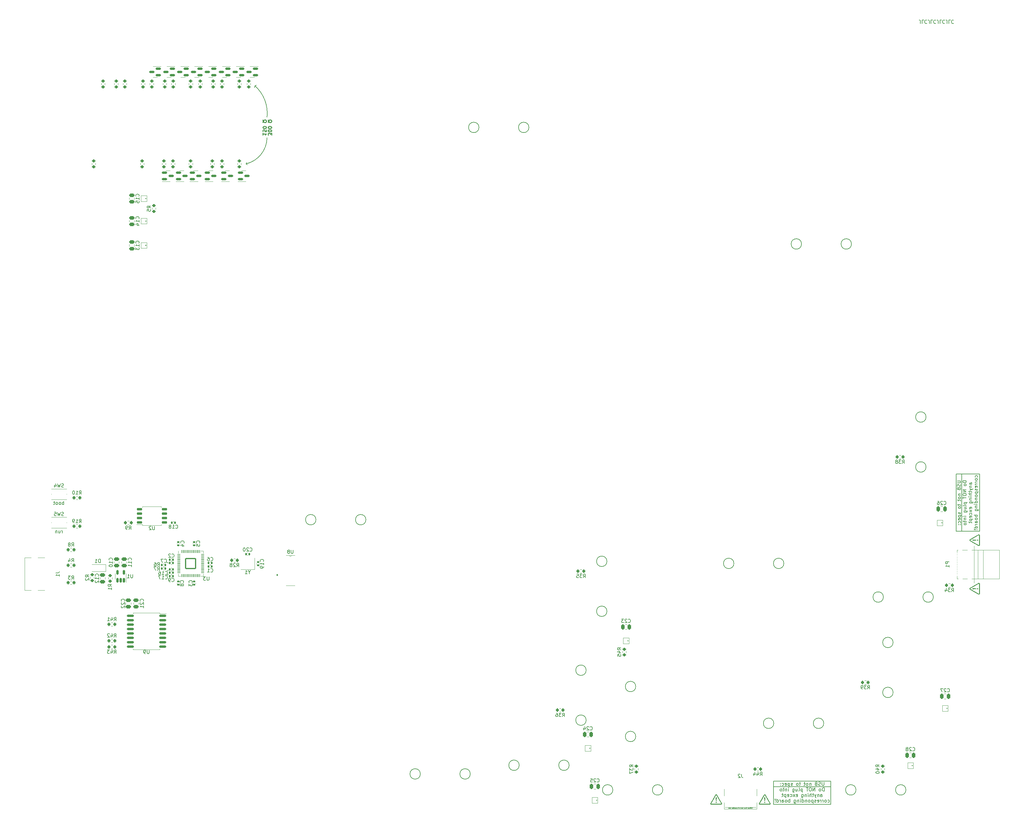
<source format=gbo>
%TF.GenerationSoftware,KiCad,Pcbnew,(6.0.4)*%
%TF.CreationDate,2022-05-26T23:51:57-07:00*%
%TF.ProjectId,top_L,746f705f-4c2e-46b6-9963-61645f706362,rev?*%
%TF.SameCoordinates,Original*%
%TF.FileFunction,Legend,Bot*%
%TF.FilePolarity,Positive*%
%FSLAX46Y46*%
G04 Gerber Fmt 4.6, Leading zero omitted, Abs format (unit mm)*
G04 Created by KiCad (PCBNEW (6.0.4)) date 2022-05-26 23:51:57*
%MOMM*%
%LPD*%
G01*
G04 APERTURE LIST*
G04 Aperture macros list*
%AMRoundRect*
0 Rectangle with rounded corners*
0 $1 Rounding radius*
0 $2 $3 $4 $5 $6 $7 $8 $9 X,Y pos of 4 corners*
0 Add a 4 corners polygon primitive as box body*
4,1,4,$2,$3,$4,$5,$6,$7,$8,$9,$2,$3,0*
0 Add four circle primitives for the rounded corners*
1,1,$1+$1,$2,$3*
1,1,$1+$1,$4,$5*
1,1,$1+$1,$6,$7*
1,1,$1+$1,$8,$9*
0 Add four rect primitives between the rounded corners*
20,1,$1+$1,$2,$3,$4,$5,0*
20,1,$1+$1,$4,$5,$6,$7,0*
20,1,$1+$1,$6,$7,$8,$9,0*
20,1,$1+$1,$8,$9,$2,$3,0*%
G04 Aperture macros list end*
%ADD10C,0.150000*%
%ADD11C,0.250000*%
%ADD12C,0.062500*%
%ADD13C,0.120000*%
%ADD14C,0.100000*%
%ADD15C,0.010000*%
%ADD16R,1.524000X2.524000*%
%ADD17O,1.524000X2.524000*%
%ADD18C,2.200000*%
%ADD19RoundRect,0.200000X0.200000X0.275000X-0.200000X0.275000X-0.200000X-0.275000X0.200000X-0.275000X0*%
%ADD20RoundRect,0.140000X0.170000X-0.140000X0.170000X0.140000X-0.170000X0.140000X-0.170000X-0.140000X0*%
%ADD21RoundRect,0.200000X-0.275000X0.200000X-0.275000X-0.200000X0.275000X-0.200000X0.275000X0.200000X0*%
%ADD22RoundRect,0.200000X0.275000X-0.200000X0.275000X0.200000X-0.275000X0.200000X-0.275000X-0.200000X0*%
%ADD23RoundRect,0.140000X-0.140000X-0.170000X0.140000X-0.170000X0.140000X0.170000X-0.140000X0.170000X0*%
%ADD24RoundRect,0.150000X0.587500X0.150000X-0.587500X0.150000X-0.587500X-0.150000X0.587500X-0.150000X0*%
%ADD25RoundRect,0.200000X-0.200000X-0.275000X0.200000X-0.275000X0.200000X0.275000X-0.200000X0.275000X0*%
%ADD26RoundRect,0.250000X0.475000X-0.250000X0.475000X0.250000X-0.475000X0.250000X-0.475000X-0.250000X0*%
%ADD27RoundRect,0.140000X0.140000X0.170000X-0.140000X0.170000X-0.140000X-0.170000X0.140000X-0.170000X0*%
%ADD28RoundRect,0.150000X-0.650000X-0.150000X0.650000X-0.150000X0.650000X0.150000X-0.650000X0.150000X0*%
%ADD29RoundRect,0.150000X-0.587500X-0.150000X0.587500X-0.150000X0.587500X0.150000X-0.587500X0.150000X0*%
%ADD30RoundRect,0.250000X-0.475000X0.250000X-0.475000X-0.250000X0.475000X-0.250000X0.475000X0.250000X0*%
%ADD31RoundRect,0.250000X0.250000X0.475000X-0.250000X0.475000X-0.250000X-0.475000X0.250000X-0.475000X0*%
%ADD32RoundRect,0.150000X0.875000X0.150000X-0.875000X0.150000X-0.875000X-0.150000X0.875000X-0.150000X0*%
%ADD33C,0.650000*%
%ADD34R,1.450000X0.600000*%
%ADD35R,1.450000X0.300000*%
%ADD36O,2.100000X1.000000*%
%ADD37O,1.600000X1.000000*%
%ADD38RoundRect,0.050000X-0.050000X0.387500X-0.050000X-0.387500X0.050000X-0.387500X0.050000X0.387500X0*%
%ADD39RoundRect,0.050000X-0.387500X0.050000X-0.387500X-0.050000X0.387500X-0.050000X0.387500X0.050000X0*%
%ADD40RoundRect,0.144000X-1.456000X1.456000X-1.456000X-1.456000X1.456000X-1.456000X1.456000X1.456000X0*%
%ADD41RoundRect,0.135000X-0.135000X-0.185000X0.135000X-0.185000X0.135000X0.185000X-0.135000X0.185000X0*%
%ADD42R,0.900000X1.200000*%
%ADD43RoundRect,0.150000X0.150000X-0.512500X0.150000X0.512500X-0.150000X0.512500X-0.150000X-0.512500X0*%
%ADD44R,1.981200X0.558800*%
%ADD45R,1.400000X1.200000*%
%ADD46R,0.900000X1.000000*%
%ADD47RoundRect,0.140000X-0.170000X0.140000X-0.170000X-0.140000X0.170000X-0.140000X0.170000X0.140000X0*%
%ADD48R,1.825000X0.400000*%
%ADD49R,1.200000X1.500000*%
%ADD50R,2.012500X0.400000*%
%ADD51R,1.200000X1.200000*%
%ADD52R,0.600000X1.450000*%
%ADD53R,0.300000X1.450000*%
%ADD54O,1.000000X2.100000*%
%ADD55O,1.000000X1.600000*%
G04 APERTURE END LIST*
D10*
X277880952Y-23047619D02*
X277880952Y-22333333D01*
X277833333Y-22190476D01*
X277738095Y-22095238D01*
X277595238Y-22047619D01*
X277500000Y-22047619D01*
X278833333Y-22047619D02*
X278357142Y-22047619D01*
X278357142Y-23047619D01*
X279738095Y-22142857D02*
X279690476Y-22095238D01*
X279547619Y-22047619D01*
X279452380Y-22047619D01*
X279309523Y-22095238D01*
X279214285Y-22190476D01*
X279166666Y-22285714D01*
X279119047Y-22476190D01*
X279119047Y-22619047D01*
X279166666Y-22809523D01*
X279214285Y-22904761D01*
X279309523Y-23000000D01*
X279452380Y-23047619D01*
X279547619Y-23047619D01*
X279690476Y-23000000D01*
X279738095Y-22952380D01*
X280452380Y-23047619D02*
X280452380Y-22333333D01*
X280404761Y-22190476D01*
X280309523Y-22095238D01*
X280166666Y-22047619D01*
X280071428Y-22047619D01*
X281404761Y-22047619D02*
X280928571Y-22047619D01*
X280928571Y-23047619D01*
X282309523Y-22142857D02*
X282261904Y-22095238D01*
X282119047Y-22047619D01*
X282023809Y-22047619D01*
X281880952Y-22095238D01*
X281785714Y-22190476D01*
X281738095Y-22285714D01*
X281690476Y-22476190D01*
X281690476Y-22619047D01*
X281738095Y-22809523D01*
X281785714Y-22904761D01*
X281880952Y-23000000D01*
X282023809Y-23047619D01*
X282119047Y-23047619D01*
X282261904Y-23000000D01*
X282309523Y-22952380D01*
X283023809Y-23047619D02*
X283023809Y-22333333D01*
X282976190Y-22190476D01*
X282880952Y-22095238D01*
X282738095Y-22047619D01*
X282642857Y-22047619D01*
X283976190Y-22047619D02*
X283500000Y-22047619D01*
X283500000Y-23047619D01*
X284880952Y-22142857D02*
X284833333Y-22095238D01*
X284690476Y-22047619D01*
X284595238Y-22047619D01*
X284452380Y-22095238D01*
X284357142Y-22190476D01*
X284309523Y-22285714D01*
X284261904Y-22476190D01*
X284261904Y-22619047D01*
X284309523Y-22809523D01*
X284357142Y-22904761D01*
X284452380Y-23000000D01*
X284595238Y-23047619D01*
X284690476Y-23047619D01*
X284833333Y-23000000D01*
X284880952Y-22952380D01*
X285595238Y-23047619D02*
X285595238Y-22333333D01*
X285547619Y-22190476D01*
X285452380Y-22095238D01*
X285309523Y-22047619D01*
X285214285Y-22047619D01*
X286547619Y-22047619D02*
X286071428Y-22047619D01*
X286071428Y-23047619D01*
X287452380Y-22142857D02*
X287404761Y-22095238D01*
X287261904Y-22047619D01*
X287166666Y-22047619D01*
X287023809Y-22095238D01*
X286928571Y-22190476D01*
X286880952Y-22285714D01*
X286833333Y-22476190D01*
X286833333Y-22619047D01*
X286880952Y-22809523D01*
X286928571Y-22904761D01*
X287023809Y-23000000D01*
X287166666Y-23047619D01*
X287261904Y-23047619D01*
X287404761Y-23000000D01*
X287452380Y-22952380D01*
X83500000Y-63500000D02*
X83650000Y-63100000D01*
X195800000Y-214200000D02*
G75*
G03*
X195800000Y-214200000I-1500000J0D01*
G01*
X148100000Y-239400000D02*
G75*
G03*
X148100000Y-239400000I-1500000J0D01*
G01*
X250000000Y-224800000D02*
G75*
G03*
X250000000Y-224800000I-1500000J0D01*
G01*
X243600000Y-86600000D02*
G75*
G03*
X243600000Y-86600000I-1500000J0D01*
G01*
X83500000Y-63500000D02*
X83800000Y-63800000D01*
X86000000Y-41000000D02*
X85900000Y-41500000D01*
X252050000Y-243050000D02*
X235550000Y-243050000D01*
X118000000Y-166100000D02*
G75*
G03*
X118000000Y-166100000I-1500000J0D01*
G01*
X162200000Y-236900000D02*
G75*
G03*
X162200000Y-236900000I-1500000J0D01*
G01*
X267200000Y-188400000D02*
G75*
G03*
X267200000Y-188400000I-1500000J0D01*
G01*
X83500000Y-63500002D02*
G75*
G03*
X89500000Y-56000000I-1888340J7660672D01*
G01*
X258000000Y-86600000D02*
G75*
G03*
X258000000Y-86600000I-1500000J0D01*
G01*
X60800000Y-180900000D02*
X61000000Y-180700000D01*
X86000000Y-41000000D02*
X86450000Y-40800000D01*
X252050000Y-241450000D02*
X235550000Y-241450000D01*
X165000000Y-53000000D02*
G75*
G03*
X165000000Y-53000000I-1500000J0D01*
G01*
X289800000Y-152950000D02*
X289800000Y-169450000D01*
X60750000Y-182150000D02*
X61050000Y-181800000D01*
X288200000Y-152950000D02*
X288200000Y-169450000D01*
X60600000Y-178400000D02*
X61000000Y-178600000D01*
X133700000Y-239400000D02*
G75*
G03*
X133700000Y-239400000I-1500000J0D01*
G01*
X224100000Y-178700000D02*
G75*
G03*
X224100000Y-178700000I-1500000J0D01*
G01*
X103600000Y-166100000D02*
G75*
G03*
X103600000Y-166100000I-1500000J0D01*
G01*
X235550000Y-248200000D02*
X252050000Y-248200000D01*
X89499944Y-50049667D02*
G75*
G03*
X86000000Y-41000000I-10527944J1129967D01*
G01*
X294950000Y-169450000D02*
X288200000Y-169450000D01*
X281600000Y-188400000D02*
G75*
G03*
X281600000Y-188400000I-1500000J0D01*
G01*
X294950000Y-152950000D02*
X288200000Y-152950000D01*
X252050000Y-248200000D02*
X252050000Y-241450000D01*
X238500000Y-178700000D02*
G75*
G03*
X238500000Y-178700000I-1500000J0D01*
G01*
X195800000Y-228600000D02*
G75*
G03*
X195800000Y-228600000I-1500000J0D01*
G01*
X294950000Y-169450000D02*
X294950000Y-152950000D01*
X235600000Y-224800000D02*
G75*
G03*
X235600000Y-224800000I-1500000J0D01*
G01*
X187500000Y-178100000D02*
G75*
G03*
X187500000Y-178100000I-1500000J0D01*
G01*
X176600000Y-236900000D02*
G75*
G03*
X176600000Y-236900000I-1500000J0D01*
G01*
X235550000Y-248200000D02*
X235550000Y-241450000D01*
X150600000Y-53000000D02*
G75*
G03*
X150600000Y-53000000I-1500000J0D01*
G01*
D11*
X90797619Y-55238095D02*
X90797619Y-54619047D01*
X90416666Y-54952380D01*
X90416666Y-54809523D01*
X90369047Y-54714285D01*
X90321428Y-54666666D01*
X90226190Y-54619047D01*
X89988095Y-54619047D01*
X89892857Y-54666666D01*
X89845238Y-54714285D01*
X89797619Y-54809523D01*
X89797619Y-55095238D01*
X89845238Y-55190476D01*
X89892857Y-55238095D01*
X90797619Y-53999999D02*
X90797619Y-53904761D01*
X90750000Y-53809523D01*
X90702380Y-53761904D01*
X90607142Y-53714285D01*
X90416666Y-53666666D01*
X90178571Y-53666666D01*
X89988095Y-53714285D01*
X89892857Y-53761904D01*
X89845238Y-53809523D01*
X89797619Y-53904761D01*
X89797619Y-53999999D01*
X89845238Y-54095238D01*
X89892857Y-54142857D01*
X89988095Y-54190476D01*
X90178571Y-54238095D01*
X90416666Y-54238095D01*
X90607142Y-54190476D01*
X90702380Y-54142857D01*
X90750000Y-54095238D01*
X90797619Y-53999999D01*
X90797619Y-53047619D02*
X90797619Y-52952380D01*
X90750000Y-52857142D01*
X90702380Y-52809523D01*
X90607142Y-52761904D01*
X90416666Y-52714285D01*
X90178571Y-52714285D01*
X89988095Y-52761904D01*
X89892857Y-52809523D01*
X89845238Y-52857142D01*
X89797619Y-52952380D01*
X89797619Y-53047619D01*
X89845238Y-53142857D01*
X89892857Y-53190476D01*
X89988095Y-53238095D01*
X90178571Y-53285714D01*
X90416666Y-53285714D01*
X90607142Y-53238095D01*
X90702380Y-53190476D01*
X90750000Y-53142857D01*
X90797619Y-53047619D01*
X89797619Y-51571428D02*
X89797619Y-51333333D01*
X89988095Y-51333333D01*
X90035714Y-51428571D01*
X90130952Y-51523809D01*
X90273809Y-51571428D01*
X90511904Y-51571428D01*
X90654761Y-51523809D01*
X90750000Y-51428571D01*
X90797619Y-51285714D01*
X90797619Y-51095238D01*
X90750000Y-50952380D01*
X90654761Y-50857142D01*
X90511904Y-50809523D01*
X90273809Y-50809523D01*
X90130952Y-50857142D01*
X90035714Y-50952380D01*
X89988095Y-51047619D01*
X89797619Y-51047619D01*
X89797619Y-50809523D01*
D10*
X250085714Y-241737380D02*
X250085714Y-242546904D01*
X250038095Y-242642142D01*
X249990476Y-242689761D01*
X249895238Y-242737380D01*
X249704761Y-242737380D01*
X249609523Y-242689761D01*
X249561904Y-242642142D01*
X249514285Y-242546904D01*
X249514285Y-241737380D01*
X249085714Y-242689761D02*
X248942857Y-242737380D01*
X248704761Y-242737380D01*
X248609523Y-242689761D01*
X248561904Y-242642142D01*
X248514285Y-242546904D01*
X248514285Y-242451666D01*
X248561904Y-242356428D01*
X248609523Y-242308809D01*
X248704761Y-242261190D01*
X248895238Y-242213571D01*
X248990476Y-242165952D01*
X249038095Y-242118333D01*
X249085714Y-242023095D01*
X249085714Y-241927857D01*
X249038095Y-241832619D01*
X248990476Y-241785000D01*
X248895238Y-241737380D01*
X248657142Y-241737380D01*
X248514285Y-241785000D01*
X247752380Y-242213571D02*
X247609523Y-242261190D01*
X247561904Y-242308809D01*
X247514285Y-242404047D01*
X247514285Y-242546904D01*
X247561904Y-242642142D01*
X247609523Y-242689761D01*
X247704761Y-242737380D01*
X248085714Y-242737380D01*
X248085714Y-241737380D01*
X247752380Y-241737380D01*
X247657142Y-241785000D01*
X247609523Y-241832619D01*
X247561904Y-241927857D01*
X247561904Y-242023095D01*
X247609523Y-242118333D01*
X247657142Y-242165952D01*
X247752380Y-242213571D01*
X248085714Y-242213571D01*
X246323809Y-242070714D02*
X246323809Y-242737380D01*
X246323809Y-242165952D02*
X246276190Y-242118333D01*
X246180952Y-242070714D01*
X246038095Y-242070714D01*
X245942857Y-242118333D01*
X245895238Y-242213571D01*
X245895238Y-242737380D01*
X245276190Y-242737380D02*
X245371428Y-242689761D01*
X245419047Y-242642142D01*
X245466666Y-242546904D01*
X245466666Y-242261190D01*
X245419047Y-242165952D01*
X245371428Y-242118333D01*
X245276190Y-242070714D01*
X245133333Y-242070714D01*
X245038095Y-242118333D01*
X244990476Y-242165952D01*
X244942857Y-242261190D01*
X244942857Y-242546904D01*
X244990476Y-242642142D01*
X245038095Y-242689761D01*
X245133333Y-242737380D01*
X245276190Y-242737380D01*
X244657142Y-242070714D02*
X244276190Y-242070714D01*
X244514285Y-241737380D02*
X244514285Y-242594523D01*
X244466666Y-242689761D01*
X244371428Y-242737380D01*
X244276190Y-242737380D01*
X243323809Y-242070714D02*
X242942857Y-242070714D01*
X243180952Y-241737380D02*
X243180952Y-242594523D01*
X243133333Y-242689761D01*
X243038095Y-242737380D01*
X242942857Y-242737380D01*
X242466666Y-242737380D02*
X242561904Y-242689761D01*
X242609523Y-242642142D01*
X242657142Y-242546904D01*
X242657142Y-242261190D01*
X242609523Y-242165952D01*
X242561904Y-242118333D01*
X242466666Y-242070714D01*
X242323809Y-242070714D01*
X242228571Y-242118333D01*
X242180952Y-242165952D01*
X242133333Y-242261190D01*
X242133333Y-242546904D01*
X242180952Y-242642142D01*
X242228571Y-242689761D01*
X242323809Y-242737380D01*
X242466666Y-242737380D01*
X240990476Y-242689761D02*
X240895238Y-242737380D01*
X240704761Y-242737380D01*
X240609523Y-242689761D01*
X240561904Y-242594523D01*
X240561904Y-242546904D01*
X240609523Y-242451666D01*
X240704761Y-242404047D01*
X240847619Y-242404047D01*
X240942857Y-242356428D01*
X240990476Y-242261190D01*
X240990476Y-242213571D01*
X240942857Y-242118333D01*
X240847619Y-242070714D01*
X240704761Y-242070714D01*
X240609523Y-242118333D01*
X240133333Y-242070714D02*
X240133333Y-243070714D01*
X240133333Y-242118333D02*
X240038095Y-242070714D01*
X239847619Y-242070714D01*
X239752380Y-242118333D01*
X239704761Y-242165952D01*
X239657142Y-242261190D01*
X239657142Y-242546904D01*
X239704761Y-242642142D01*
X239752380Y-242689761D01*
X239847619Y-242737380D01*
X240038095Y-242737380D01*
X240133333Y-242689761D01*
X238847619Y-242689761D02*
X238942857Y-242737380D01*
X239133333Y-242737380D01*
X239228571Y-242689761D01*
X239276190Y-242594523D01*
X239276190Y-242213571D01*
X239228571Y-242118333D01*
X239133333Y-242070714D01*
X238942857Y-242070714D01*
X238847619Y-242118333D01*
X238800000Y-242213571D01*
X238800000Y-242308809D01*
X239276190Y-242404047D01*
X237942857Y-242689761D02*
X238038095Y-242737380D01*
X238228571Y-242737380D01*
X238323809Y-242689761D01*
X238371428Y-242642142D01*
X238419047Y-242546904D01*
X238419047Y-242261190D01*
X238371428Y-242165952D01*
X238323809Y-242118333D01*
X238228571Y-242070714D01*
X238038095Y-242070714D01*
X237942857Y-242118333D01*
X237514285Y-242642142D02*
X237466666Y-242689761D01*
X237514285Y-242737380D01*
X237561904Y-242689761D01*
X237514285Y-242642142D01*
X237514285Y-242737380D01*
X237514285Y-242118333D02*
X237466666Y-242165952D01*
X237514285Y-242213571D01*
X237561904Y-242165952D01*
X237514285Y-242118333D01*
X237514285Y-242213571D01*
X250133333Y-244347380D02*
X250133333Y-243347380D01*
X249895238Y-243347380D01*
X249752380Y-243395000D01*
X249657142Y-243490238D01*
X249609523Y-243585476D01*
X249561904Y-243775952D01*
X249561904Y-243918809D01*
X249609523Y-244109285D01*
X249657142Y-244204523D01*
X249752380Y-244299761D01*
X249895238Y-244347380D01*
X250133333Y-244347380D01*
X248990476Y-244347380D02*
X249085714Y-244299761D01*
X249133333Y-244252142D01*
X249180952Y-244156904D01*
X249180952Y-243871190D01*
X249133333Y-243775952D01*
X249085714Y-243728333D01*
X248990476Y-243680714D01*
X248847619Y-243680714D01*
X248752380Y-243728333D01*
X248704761Y-243775952D01*
X248657142Y-243871190D01*
X248657142Y-244156904D01*
X248704761Y-244252142D01*
X248752380Y-244299761D01*
X248847619Y-244347380D01*
X248990476Y-244347380D01*
X247466666Y-244347380D02*
X247466666Y-243347380D01*
X246895238Y-244347380D01*
X246895238Y-243347380D01*
X246228571Y-243347380D02*
X246038095Y-243347380D01*
X245942857Y-243395000D01*
X245847619Y-243490238D01*
X245800000Y-243680714D01*
X245800000Y-244014047D01*
X245847619Y-244204523D01*
X245942857Y-244299761D01*
X246038095Y-244347380D01*
X246228571Y-244347380D01*
X246323809Y-244299761D01*
X246419047Y-244204523D01*
X246466666Y-244014047D01*
X246466666Y-243680714D01*
X246419047Y-243490238D01*
X246323809Y-243395000D01*
X246228571Y-243347380D01*
X245514285Y-243347380D02*
X244942857Y-243347380D01*
X245228571Y-244347380D02*
X245228571Y-243347380D01*
X243847619Y-243680714D02*
X243847619Y-244680714D01*
X243847619Y-243728333D02*
X243752380Y-243680714D01*
X243561904Y-243680714D01*
X243466666Y-243728333D01*
X243419047Y-243775952D01*
X243371428Y-243871190D01*
X243371428Y-244156904D01*
X243419047Y-244252142D01*
X243466666Y-244299761D01*
X243561904Y-244347380D01*
X243752380Y-244347380D01*
X243847619Y-244299761D01*
X242800000Y-244347380D02*
X242895238Y-244299761D01*
X242942857Y-244204523D01*
X242942857Y-243347380D01*
X241990476Y-243680714D02*
X241990476Y-244347380D01*
X242419047Y-243680714D02*
X242419047Y-244204523D01*
X242371428Y-244299761D01*
X242276190Y-244347380D01*
X242133333Y-244347380D01*
X242038095Y-244299761D01*
X241990476Y-244252142D01*
X241085714Y-243680714D02*
X241085714Y-244490238D01*
X241133333Y-244585476D01*
X241180952Y-244633095D01*
X241276190Y-244680714D01*
X241419047Y-244680714D01*
X241514285Y-244633095D01*
X241085714Y-244299761D02*
X241180952Y-244347380D01*
X241371428Y-244347380D01*
X241466666Y-244299761D01*
X241514285Y-244252142D01*
X241561904Y-244156904D01*
X241561904Y-243871190D01*
X241514285Y-243775952D01*
X241466666Y-243728333D01*
X241371428Y-243680714D01*
X241180952Y-243680714D01*
X241085714Y-243728333D01*
X239847619Y-244347380D02*
X239847619Y-243680714D01*
X239847619Y-243347380D02*
X239895238Y-243395000D01*
X239847619Y-243442619D01*
X239800000Y-243395000D01*
X239847619Y-243347380D01*
X239847619Y-243442619D01*
X239371428Y-243680714D02*
X239371428Y-244347380D01*
X239371428Y-243775952D02*
X239323809Y-243728333D01*
X239228571Y-243680714D01*
X239085714Y-243680714D01*
X238990476Y-243728333D01*
X238942857Y-243823571D01*
X238942857Y-244347380D01*
X238609523Y-243680714D02*
X238228571Y-243680714D01*
X238466666Y-243347380D02*
X238466666Y-244204523D01*
X238419047Y-244299761D01*
X238323809Y-244347380D01*
X238228571Y-244347380D01*
X237752380Y-244347380D02*
X237847619Y-244299761D01*
X237895238Y-244252142D01*
X237942857Y-244156904D01*
X237942857Y-243871190D01*
X237895238Y-243775952D01*
X237847619Y-243728333D01*
X237752380Y-243680714D01*
X237609523Y-243680714D01*
X237514285Y-243728333D01*
X237466666Y-243775952D01*
X237419047Y-243871190D01*
X237419047Y-244156904D01*
X237466666Y-244252142D01*
X237514285Y-244299761D01*
X237609523Y-244347380D01*
X237752380Y-244347380D01*
X249109523Y-245957380D02*
X249109523Y-245433571D01*
X249157142Y-245338333D01*
X249252380Y-245290714D01*
X249442857Y-245290714D01*
X249538095Y-245338333D01*
X249109523Y-245909761D02*
X249204761Y-245957380D01*
X249442857Y-245957380D01*
X249538095Y-245909761D01*
X249585714Y-245814523D01*
X249585714Y-245719285D01*
X249538095Y-245624047D01*
X249442857Y-245576428D01*
X249204761Y-245576428D01*
X249109523Y-245528809D01*
X248633333Y-245290714D02*
X248633333Y-245957380D01*
X248633333Y-245385952D02*
X248585714Y-245338333D01*
X248490476Y-245290714D01*
X248347619Y-245290714D01*
X248252380Y-245338333D01*
X248204761Y-245433571D01*
X248204761Y-245957380D01*
X247823809Y-245290714D02*
X247585714Y-245957380D01*
X247347619Y-245290714D02*
X247585714Y-245957380D01*
X247680952Y-246195476D01*
X247728571Y-246243095D01*
X247823809Y-246290714D01*
X247109523Y-245290714D02*
X246728571Y-245290714D01*
X246966666Y-244957380D02*
X246966666Y-245814523D01*
X246919047Y-245909761D01*
X246823809Y-245957380D01*
X246728571Y-245957380D01*
X246395238Y-245957380D02*
X246395238Y-244957380D01*
X245966666Y-245957380D02*
X245966666Y-245433571D01*
X246014285Y-245338333D01*
X246109523Y-245290714D01*
X246252380Y-245290714D01*
X246347619Y-245338333D01*
X246395238Y-245385952D01*
X245490476Y-245957380D02*
X245490476Y-245290714D01*
X245490476Y-244957380D02*
X245538095Y-245005000D01*
X245490476Y-245052619D01*
X245442857Y-245005000D01*
X245490476Y-244957380D01*
X245490476Y-245052619D01*
X245014285Y-245290714D02*
X245014285Y-245957380D01*
X245014285Y-245385952D02*
X244966666Y-245338333D01*
X244871428Y-245290714D01*
X244728571Y-245290714D01*
X244633333Y-245338333D01*
X244585714Y-245433571D01*
X244585714Y-245957380D01*
X243680952Y-245290714D02*
X243680952Y-246100238D01*
X243728571Y-246195476D01*
X243776190Y-246243095D01*
X243871428Y-246290714D01*
X244014285Y-246290714D01*
X244109523Y-246243095D01*
X243680952Y-245909761D02*
X243776190Y-245957380D01*
X243966666Y-245957380D01*
X244061904Y-245909761D01*
X244109523Y-245862142D01*
X244157142Y-245766904D01*
X244157142Y-245481190D01*
X244109523Y-245385952D01*
X244061904Y-245338333D01*
X243966666Y-245290714D01*
X243776190Y-245290714D01*
X243680952Y-245338333D01*
X242061904Y-245909761D02*
X242157142Y-245957380D01*
X242347619Y-245957380D01*
X242442857Y-245909761D01*
X242490476Y-245814523D01*
X242490476Y-245433571D01*
X242442857Y-245338333D01*
X242347619Y-245290714D01*
X242157142Y-245290714D01*
X242061904Y-245338333D01*
X242014285Y-245433571D01*
X242014285Y-245528809D01*
X242490476Y-245624047D01*
X241680952Y-245957380D02*
X241157142Y-245290714D01*
X241680952Y-245290714D02*
X241157142Y-245957380D01*
X240347619Y-245909761D02*
X240442857Y-245957380D01*
X240633333Y-245957380D01*
X240728571Y-245909761D01*
X240776190Y-245862142D01*
X240823809Y-245766904D01*
X240823809Y-245481190D01*
X240776190Y-245385952D01*
X240728571Y-245338333D01*
X240633333Y-245290714D01*
X240442857Y-245290714D01*
X240347619Y-245338333D01*
X239538095Y-245909761D02*
X239633333Y-245957380D01*
X239823809Y-245957380D01*
X239919047Y-245909761D01*
X239966666Y-245814523D01*
X239966666Y-245433571D01*
X239919047Y-245338333D01*
X239823809Y-245290714D01*
X239633333Y-245290714D01*
X239538095Y-245338333D01*
X239490476Y-245433571D01*
X239490476Y-245528809D01*
X239966666Y-245624047D01*
X239061904Y-245290714D02*
X239061904Y-246290714D01*
X239061904Y-245338333D02*
X238966666Y-245290714D01*
X238776190Y-245290714D01*
X238680952Y-245338333D01*
X238633333Y-245385952D01*
X238585714Y-245481190D01*
X238585714Y-245766904D01*
X238633333Y-245862142D01*
X238680952Y-245909761D01*
X238776190Y-245957380D01*
X238966666Y-245957380D01*
X239061904Y-245909761D01*
X238300000Y-245290714D02*
X237919047Y-245290714D01*
X238157142Y-244957380D02*
X238157142Y-245814523D01*
X238109523Y-245909761D01*
X238014285Y-245957380D01*
X237919047Y-245957380D01*
X251157142Y-247519761D02*
X251252380Y-247567380D01*
X251442857Y-247567380D01*
X251538095Y-247519761D01*
X251585714Y-247472142D01*
X251633333Y-247376904D01*
X251633333Y-247091190D01*
X251585714Y-246995952D01*
X251538095Y-246948333D01*
X251442857Y-246900714D01*
X251252380Y-246900714D01*
X251157142Y-246948333D01*
X250585714Y-247567380D02*
X250680952Y-247519761D01*
X250728571Y-247472142D01*
X250776190Y-247376904D01*
X250776190Y-247091190D01*
X250728571Y-246995952D01*
X250680952Y-246948333D01*
X250585714Y-246900714D01*
X250442857Y-246900714D01*
X250347619Y-246948333D01*
X250300000Y-246995952D01*
X250252380Y-247091190D01*
X250252380Y-247376904D01*
X250300000Y-247472142D01*
X250347619Y-247519761D01*
X250442857Y-247567380D01*
X250585714Y-247567380D01*
X249823809Y-247567380D02*
X249823809Y-246900714D01*
X249823809Y-247091190D02*
X249776190Y-246995952D01*
X249728571Y-246948333D01*
X249633333Y-246900714D01*
X249538095Y-246900714D01*
X249204761Y-247567380D02*
X249204761Y-246900714D01*
X249204761Y-247091190D02*
X249157142Y-246995952D01*
X249109523Y-246948333D01*
X249014285Y-246900714D01*
X248919047Y-246900714D01*
X248204761Y-247519761D02*
X248300000Y-247567380D01*
X248490476Y-247567380D01*
X248585714Y-247519761D01*
X248633333Y-247424523D01*
X248633333Y-247043571D01*
X248585714Y-246948333D01*
X248490476Y-246900714D01*
X248300000Y-246900714D01*
X248204761Y-246948333D01*
X248157142Y-247043571D01*
X248157142Y-247138809D01*
X248633333Y-247234047D01*
X247776190Y-247519761D02*
X247680952Y-247567380D01*
X247490476Y-247567380D01*
X247395238Y-247519761D01*
X247347619Y-247424523D01*
X247347619Y-247376904D01*
X247395238Y-247281666D01*
X247490476Y-247234047D01*
X247633333Y-247234047D01*
X247728571Y-247186428D01*
X247776190Y-247091190D01*
X247776190Y-247043571D01*
X247728571Y-246948333D01*
X247633333Y-246900714D01*
X247490476Y-246900714D01*
X247395238Y-246948333D01*
X246919047Y-246900714D02*
X246919047Y-247900714D01*
X246919047Y-246948333D02*
X246823809Y-246900714D01*
X246633333Y-246900714D01*
X246538095Y-246948333D01*
X246490476Y-246995952D01*
X246442857Y-247091190D01*
X246442857Y-247376904D01*
X246490476Y-247472142D01*
X246538095Y-247519761D01*
X246633333Y-247567380D01*
X246823809Y-247567380D01*
X246919047Y-247519761D01*
X245871428Y-247567380D02*
X245966666Y-247519761D01*
X246014285Y-247472142D01*
X246061904Y-247376904D01*
X246061904Y-247091190D01*
X246014285Y-246995952D01*
X245966666Y-246948333D01*
X245871428Y-246900714D01*
X245728571Y-246900714D01*
X245633333Y-246948333D01*
X245585714Y-246995952D01*
X245538095Y-247091190D01*
X245538095Y-247376904D01*
X245585714Y-247472142D01*
X245633333Y-247519761D01*
X245728571Y-247567380D01*
X245871428Y-247567380D01*
X245109523Y-246900714D02*
X245109523Y-247567380D01*
X245109523Y-246995952D02*
X245061904Y-246948333D01*
X244966666Y-246900714D01*
X244823809Y-246900714D01*
X244728571Y-246948333D01*
X244680952Y-247043571D01*
X244680952Y-247567380D01*
X243776190Y-247567380D02*
X243776190Y-246567380D01*
X243776190Y-247519761D02*
X243871428Y-247567380D01*
X244061904Y-247567380D01*
X244157142Y-247519761D01*
X244204761Y-247472142D01*
X244252380Y-247376904D01*
X244252380Y-247091190D01*
X244204761Y-246995952D01*
X244157142Y-246948333D01*
X244061904Y-246900714D01*
X243871428Y-246900714D01*
X243776190Y-246948333D01*
X243300000Y-247567380D02*
X243300000Y-246900714D01*
X243300000Y-246567380D02*
X243347619Y-246615000D01*
X243300000Y-246662619D01*
X243252380Y-246615000D01*
X243300000Y-246567380D01*
X243300000Y-246662619D01*
X242823809Y-246900714D02*
X242823809Y-247567380D01*
X242823809Y-246995952D02*
X242776190Y-246948333D01*
X242680952Y-246900714D01*
X242538095Y-246900714D01*
X242442857Y-246948333D01*
X242395238Y-247043571D01*
X242395238Y-247567380D01*
X241490476Y-246900714D02*
X241490476Y-247710238D01*
X241538095Y-247805476D01*
X241585714Y-247853095D01*
X241680952Y-247900714D01*
X241823809Y-247900714D01*
X241919047Y-247853095D01*
X241490476Y-247519761D02*
X241585714Y-247567380D01*
X241776190Y-247567380D01*
X241871428Y-247519761D01*
X241919047Y-247472142D01*
X241966666Y-247376904D01*
X241966666Y-247091190D01*
X241919047Y-246995952D01*
X241871428Y-246948333D01*
X241776190Y-246900714D01*
X241585714Y-246900714D01*
X241490476Y-246948333D01*
X240252380Y-247567380D02*
X240252380Y-246567380D01*
X240252380Y-246948333D02*
X240157142Y-246900714D01*
X239966666Y-246900714D01*
X239871428Y-246948333D01*
X239823809Y-246995952D01*
X239776190Y-247091190D01*
X239776190Y-247376904D01*
X239823809Y-247472142D01*
X239871428Y-247519761D01*
X239966666Y-247567380D01*
X240157142Y-247567380D01*
X240252380Y-247519761D01*
X239204761Y-247567380D02*
X239300000Y-247519761D01*
X239347619Y-247472142D01*
X239395238Y-247376904D01*
X239395238Y-247091190D01*
X239347619Y-246995952D01*
X239300000Y-246948333D01*
X239204761Y-246900714D01*
X239061904Y-246900714D01*
X238966666Y-246948333D01*
X238919047Y-246995952D01*
X238871428Y-247091190D01*
X238871428Y-247376904D01*
X238919047Y-247472142D01*
X238966666Y-247519761D01*
X239061904Y-247567380D01*
X239204761Y-247567380D01*
X238014285Y-247567380D02*
X238014285Y-247043571D01*
X238061904Y-246948333D01*
X238157142Y-246900714D01*
X238347619Y-246900714D01*
X238442857Y-246948333D01*
X238014285Y-247519761D02*
X238109523Y-247567380D01*
X238347619Y-247567380D01*
X238442857Y-247519761D01*
X238490476Y-247424523D01*
X238490476Y-247329285D01*
X238442857Y-247234047D01*
X238347619Y-247186428D01*
X238109523Y-247186428D01*
X238014285Y-247138809D01*
X237538095Y-247567380D02*
X237538095Y-246900714D01*
X237538095Y-247091190D02*
X237490476Y-246995952D01*
X237442857Y-246948333D01*
X237347619Y-246900714D01*
X237252380Y-246900714D01*
X236490476Y-247567380D02*
X236490476Y-246567380D01*
X236490476Y-247519761D02*
X236585714Y-247567380D01*
X236776190Y-247567380D01*
X236871428Y-247519761D01*
X236919047Y-247472142D01*
X236966666Y-247376904D01*
X236966666Y-247091190D01*
X236919047Y-246995952D01*
X236871428Y-246948333D01*
X236776190Y-246900714D01*
X236585714Y-246900714D01*
X236490476Y-246948333D01*
X236014285Y-247472142D02*
X235966666Y-247519761D01*
X236014285Y-247567380D01*
X236061904Y-247519761D01*
X236014285Y-247472142D01*
X236014285Y-247567380D01*
X236014285Y-247186428D02*
X236061904Y-246615000D01*
X236014285Y-246567380D01*
X235966666Y-246615000D01*
X236014285Y-247186428D01*
X236014285Y-246567380D01*
X288487380Y-154914285D02*
X289296904Y-154914285D01*
X289392142Y-154961904D01*
X289439761Y-155009523D01*
X289487380Y-155104761D01*
X289487380Y-155295238D01*
X289439761Y-155390476D01*
X289392142Y-155438095D01*
X289296904Y-155485714D01*
X288487380Y-155485714D01*
X289439761Y-155914285D02*
X289487380Y-156057142D01*
X289487380Y-156295238D01*
X289439761Y-156390476D01*
X289392142Y-156438095D01*
X289296904Y-156485714D01*
X289201666Y-156485714D01*
X289106428Y-156438095D01*
X289058809Y-156390476D01*
X289011190Y-156295238D01*
X288963571Y-156104761D01*
X288915952Y-156009523D01*
X288868333Y-155961904D01*
X288773095Y-155914285D01*
X288677857Y-155914285D01*
X288582619Y-155961904D01*
X288535000Y-156009523D01*
X288487380Y-156104761D01*
X288487380Y-156342857D01*
X288535000Y-156485714D01*
X288963571Y-157247619D02*
X289011190Y-157390476D01*
X289058809Y-157438095D01*
X289154047Y-157485714D01*
X289296904Y-157485714D01*
X289392142Y-157438095D01*
X289439761Y-157390476D01*
X289487380Y-157295238D01*
X289487380Y-156914285D01*
X288487380Y-156914285D01*
X288487380Y-157247619D01*
X288535000Y-157342857D01*
X288582619Y-157390476D01*
X288677857Y-157438095D01*
X288773095Y-157438095D01*
X288868333Y-157390476D01*
X288915952Y-157342857D01*
X288963571Y-157247619D01*
X288963571Y-156914285D01*
X288820714Y-158676190D02*
X289487380Y-158676190D01*
X288915952Y-158676190D02*
X288868333Y-158723809D01*
X288820714Y-158819047D01*
X288820714Y-158961904D01*
X288868333Y-159057142D01*
X288963571Y-159104761D01*
X289487380Y-159104761D01*
X289487380Y-159723809D02*
X289439761Y-159628571D01*
X289392142Y-159580952D01*
X289296904Y-159533333D01*
X289011190Y-159533333D01*
X288915952Y-159580952D01*
X288868333Y-159628571D01*
X288820714Y-159723809D01*
X288820714Y-159866666D01*
X288868333Y-159961904D01*
X288915952Y-160009523D01*
X289011190Y-160057142D01*
X289296904Y-160057142D01*
X289392142Y-160009523D01*
X289439761Y-159961904D01*
X289487380Y-159866666D01*
X289487380Y-159723809D01*
X288820714Y-160342857D02*
X288820714Y-160723809D01*
X288487380Y-160485714D02*
X289344523Y-160485714D01*
X289439761Y-160533333D01*
X289487380Y-160628571D01*
X289487380Y-160723809D01*
X288820714Y-161676190D02*
X288820714Y-162057142D01*
X288487380Y-161819047D02*
X289344523Y-161819047D01*
X289439761Y-161866666D01*
X289487380Y-161961904D01*
X289487380Y-162057142D01*
X289487380Y-162533333D02*
X289439761Y-162438095D01*
X289392142Y-162390476D01*
X289296904Y-162342857D01*
X289011190Y-162342857D01*
X288915952Y-162390476D01*
X288868333Y-162438095D01*
X288820714Y-162533333D01*
X288820714Y-162676190D01*
X288868333Y-162771428D01*
X288915952Y-162819047D01*
X289011190Y-162866666D01*
X289296904Y-162866666D01*
X289392142Y-162819047D01*
X289439761Y-162771428D01*
X289487380Y-162676190D01*
X289487380Y-162533333D01*
X289439761Y-164009523D02*
X289487380Y-164104761D01*
X289487380Y-164295238D01*
X289439761Y-164390476D01*
X289344523Y-164438095D01*
X289296904Y-164438095D01*
X289201666Y-164390476D01*
X289154047Y-164295238D01*
X289154047Y-164152380D01*
X289106428Y-164057142D01*
X289011190Y-164009523D01*
X288963571Y-164009523D01*
X288868333Y-164057142D01*
X288820714Y-164152380D01*
X288820714Y-164295238D01*
X288868333Y-164390476D01*
X288820714Y-164866666D02*
X289820714Y-164866666D01*
X288868333Y-164866666D02*
X288820714Y-164961904D01*
X288820714Y-165152380D01*
X288868333Y-165247619D01*
X288915952Y-165295238D01*
X289011190Y-165342857D01*
X289296904Y-165342857D01*
X289392142Y-165295238D01*
X289439761Y-165247619D01*
X289487380Y-165152380D01*
X289487380Y-164961904D01*
X289439761Y-164866666D01*
X289439761Y-166152380D02*
X289487380Y-166057142D01*
X289487380Y-165866666D01*
X289439761Y-165771428D01*
X289344523Y-165723809D01*
X288963571Y-165723809D01*
X288868333Y-165771428D01*
X288820714Y-165866666D01*
X288820714Y-166057142D01*
X288868333Y-166152380D01*
X288963571Y-166200000D01*
X289058809Y-166200000D01*
X289154047Y-165723809D01*
X289439761Y-167057142D02*
X289487380Y-166961904D01*
X289487380Y-166771428D01*
X289439761Y-166676190D01*
X289392142Y-166628571D01*
X289296904Y-166580952D01*
X289011190Y-166580952D01*
X288915952Y-166628571D01*
X288868333Y-166676190D01*
X288820714Y-166771428D01*
X288820714Y-166961904D01*
X288868333Y-167057142D01*
X289392142Y-167485714D02*
X289439761Y-167533333D01*
X289487380Y-167485714D01*
X289439761Y-167438095D01*
X289392142Y-167485714D01*
X289487380Y-167485714D01*
X288868333Y-167485714D02*
X288915952Y-167533333D01*
X288963571Y-167485714D01*
X288915952Y-167438095D01*
X288868333Y-167485714D01*
X288963571Y-167485714D01*
X291097380Y-154866666D02*
X290097380Y-154866666D01*
X290097380Y-155104761D01*
X290145000Y-155247619D01*
X290240238Y-155342857D01*
X290335476Y-155390476D01*
X290525952Y-155438095D01*
X290668809Y-155438095D01*
X290859285Y-155390476D01*
X290954523Y-155342857D01*
X291049761Y-155247619D01*
X291097380Y-155104761D01*
X291097380Y-154866666D01*
X291097380Y-156009523D02*
X291049761Y-155914285D01*
X291002142Y-155866666D01*
X290906904Y-155819047D01*
X290621190Y-155819047D01*
X290525952Y-155866666D01*
X290478333Y-155914285D01*
X290430714Y-156009523D01*
X290430714Y-156152380D01*
X290478333Y-156247619D01*
X290525952Y-156295238D01*
X290621190Y-156342857D01*
X290906904Y-156342857D01*
X291002142Y-156295238D01*
X291049761Y-156247619D01*
X291097380Y-156152380D01*
X291097380Y-156009523D01*
X291097380Y-157533333D02*
X290097380Y-157533333D01*
X291097380Y-158104761D01*
X290097380Y-158104761D01*
X290097380Y-158771428D02*
X290097380Y-158961904D01*
X290145000Y-159057142D01*
X290240238Y-159152380D01*
X290430714Y-159200000D01*
X290764047Y-159200000D01*
X290954523Y-159152380D01*
X291049761Y-159057142D01*
X291097380Y-158961904D01*
X291097380Y-158771428D01*
X291049761Y-158676190D01*
X290954523Y-158580952D01*
X290764047Y-158533333D01*
X290430714Y-158533333D01*
X290240238Y-158580952D01*
X290145000Y-158676190D01*
X290097380Y-158771428D01*
X290097380Y-159485714D02*
X290097380Y-160057142D01*
X291097380Y-159771428D02*
X290097380Y-159771428D01*
X290430714Y-161152380D02*
X291430714Y-161152380D01*
X290478333Y-161152380D02*
X290430714Y-161247619D01*
X290430714Y-161438095D01*
X290478333Y-161533333D01*
X290525952Y-161580952D01*
X290621190Y-161628571D01*
X290906904Y-161628571D01*
X291002142Y-161580952D01*
X291049761Y-161533333D01*
X291097380Y-161438095D01*
X291097380Y-161247619D01*
X291049761Y-161152380D01*
X291097380Y-162200000D02*
X291049761Y-162104761D01*
X290954523Y-162057142D01*
X290097380Y-162057142D01*
X290430714Y-163009523D02*
X291097380Y-163009523D01*
X290430714Y-162580952D02*
X290954523Y-162580952D01*
X291049761Y-162628571D01*
X291097380Y-162723809D01*
X291097380Y-162866666D01*
X291049761Y-162961904D01*
X291002142Y-163009523D01*
X290430714Y-163914285D02*
X291240238Y-163914285D01*
X291335476Y-163866666D01*
X291383095Y-163819047D01*
X291430714Y-163723809D01*
X291430714Y-163580952D01*
X291383095Y-163485714D01*
X291049761Y-163914285D02*
X291097380Y-163819047D01*
X291097380Y-163628571D01*
X291049761Y-163533333D01*
X291002142Y-163485714D01*
X290906904Y-163438095D01*
X290621190Y-163438095D01*
X290525952Y-163485714D01*
X290478333Y-163533333D01*
X290430714Y-163628571D01*
X290430714Y-163819047D01*
X290478333Y-163914285D01*
X291097380Y-165152380D02*
X290430714Y-165152380D01*
X290097380Y-165152380D02*
X290145000Y-165104761D01*
X290192619Y-165152380D01*
X290145000Y-165200000D01*
X290097380Y-165152380D01*
X290192619Y-165152380D01*
X290430714Y-165628571D02*
X291097380Y-165628571D01*
X290525952Y-165628571D02*
X290478333Y-165676190D01*
X290430714Y-165771428D01*
X290430714Y-165914285D01*
X290478333Y-166009523D01*
X290573571Y-166057142D01*
X291097380Y-166057142D01*
X290430714Y-166390476D02*
X290430714Y-166771428D01*
X290097380Y-166533333D02*
X290954523Y-166533333D01*
X291049761Y-166580952D01*
X291097380Y-166676190D01*
X291097380Y-166771428D01*
X291097380Y-167247619D02*
X291049761Y-167152380D01*
X291002142Y-167104761D01*
X290906904Y-167057142D01*
X290621190Y-167057142D01*
X290525952Y-167104761D01*
X290478333Y-167152380D01*
X290430714Y-167247619D01*
X290430714Y-167390476D01*
X290478333Y-167485714D01*
X290525952Y-167533333D01*
X290621190Y-167580952D01*
X290906904Y-167580952D01*
X291002142Y-167533333D01*
X291049761Y-167485714D01*
X291097380Y-167390476D01*
X291097380Y-167247619D01*
X292707380Y-155890476D02*
X292183571Y-155890476D01*
X292088333Y-155842857D01*
X292040714Y-155747619D01*
X292040714Y-155557142D01*
X292088333Y-155461904D01*
X292659761Y-155890476D02*
X292707380Y-155795238D01*
X292707380Y-155557142D01*
X292659761Y-155461904D01*
X292564523Y-155414285D01*
X292469285Y-155414285D01*
X292374047Y-155461904D01*
X292326428Y-155557142D01*
X292326428Y-155795238D01*
X292278809Y-155890476D01*
X292040714Y-156366666D02*
X292707380Y-156366666D01*
X292135952Y-156366666D02*
X292088333Y-156414285D01*
X292040714Y-156509523D01*
X292040714Y-156652380D01*
X292088333Y-156747619D01*
X292183571Y-156795238D01*
X292707380Y-156795238D01*
X292040714Y-157176190D02*
X292707380Y-157414285D01*
X292040714Y-157652380D02*
X292707380Y-157414285D01*
X292945476Y-157319047D01*
X292993095Y-157271428D01*
X293040714Y-157176190D01*
X292040714Y-157890476D02*
X292040714Y-158271428D01*
X291707380Y-158033333D02*
X292564523Y-158033333D01*
X292659761Y-158080952D01*
X292707380Y-158176190D01*
X292707380Y-158271428D01*
X292707380Y-158604761D02*
X291707380Y-158604761D01*
X292707380Y-159033333D02*
X292183571Y-159033333D01*
X292088333Y-158985714D01*
X292040714Y-158890476D01*
X292040714Y-158747619D01*
X292088333Y-158652380D01*
X292135952Y-158604761D01*
X292707380Y-159509523D02*
X292040714Y-159509523D01*
X291707380Y-159509523D02*
X291755000Y-159461904D01*
X291802619Y-159509523D01*
X291755000Y-159557142D01*
X291707380Y-159509523D01*
X291802619Y-159509523D01*
X292040714Y-159985714D02*
X292707380Y-159985714D01*
X292135952Y-159985714D02*
X292088333Y-160033333D01*
X292040714Y-160128571D01*
X292040714Y-160271428D01*
X292088333Y-160366666D01*
X292183571Y-160414285D01*
X292707380Y-160414285D01*
X292040714Y-161319047D02*
X292850238Y-161319047D01*
X292945476Y-161271428D01*
X292993095Y-161223809D01*
X293040714Y-161128571D01*
X293040714Y-160985714D01*
X292993095Y-160890476D01*
X292659761Y-161319047D02*
X292707380Y-161223809D01*
X292707380Y-161033333D01*
X292659761Y-160938095D01*
X292612142Y-160890476D01*
X292516904Y-160842857D01*
X292231190Y-160842857D01*
X292135952Y-160890476D01*
X292088333Y-160938095D01*
X292040714Y-161033333D01*
X292040714Y-161223809D01*
X292088333Y-161319047D01*
X292659761Y-162938095D02*
X292707380Y-162842857D01*
X292707380Y-162652380D01*
X292659761Y-162557142D01*
X292564523Y-162509523D01*
X292183571Y-162509523D01*
X292088333Y-162557142D01*
X292040714Y-162652380D01*
X292040714Y-162842857D01*
X292088333Y-162938095D01*
X292183571Y-162985714D01*
X292278809Y-162985714D01*
X292374047Y-162509523D01*
X292707380Y-163319047D02*
X292040714Y-163842857D01*
X292040714Y-163319047D02*
X292707380Y-163842857D01*
X292659761Y-164652380D02*
X292707380Y-164557142D01*
X292707380Y-164366666D01*
X292659761Y-164271428D01*
X292612142Y-164223809D01*
X292516904Y-164176190D01*
X292231190Y-164176190D01*
X292135952Y-164223809D01*
X292088333Y-164271428D01*
X292040714Y-164366666D01*
X292040714Y-164557142D01*
X292088333Y-164652380D01*
X292659761Y-165461904D02*
X292707380Y-165366666D01*
X292707380Y-165176190D01*
X292659761Y-165080952D01*
X292564523Y-165033333D01*
X292183571Y-165033333D01*
X292088333Y-165080952D01*
X292040714Y-165176190D01*
X292040714Y-165366666D01*
X292088333Y-165461904D01*
X292183571Y-165509523D01*
X292278809Y-165509523D01*
X292374047Y-165033333D01*
X292040714Y-165938095D02*
X293040714Y-165938095D01*
X292088333Y-165938095D02*
X292040714Y-166033333D01*
X292040714Y-166223809D01*
X292088333Y-166319047D01*
X292135952Y-166366666D01*
X292231190Y-166414285D01*
X292516904Y-166414285D01*
X292612142Y-166366666D01*
X292659761Y-166319047D01*
X292707380Y-166223809D01*
X292707380Y-166033333D01*
X292659761Y-165938095D01*
X292040714Y-166699999D02*
X292040714Y-167080952D01*
X291707380Y-166842857D02*
X292564523Y-166842857D01*
X292659761Y-166890476D01*
X292707380Y-166985714D01*
X292707380Y-167080952D01*
X294269761Y-153842857D02*
X294317380Y-153747619D01*
X294317380Y-153557142D01*
X294269761Y-153461904D01*
X294222142Y-153414285D01*
X294126904Y-153366666D01*
X293841190Y-153366666D01*
X293745952Y-153414285D01*
X293698333Y-153461904D01*
X293650714Y-153557142D01*
X293650714Y-153747619D01*
X293698333Y-153842857D01*
X294317380Y-154414285D02*
X294269761Y-154319047D01*
X294222142Y-154271428D01*
X294126904Y-154223809D01*
X293841190Y-154223809D01*
X293745952Y-154271428D01*
X293698333Y-154319047D01*
X293650714Y-154414285D01*
X293650714Y-154557142D01*
X293698333Y-154652380D01*
X293745952Y-154700000D01*
X293841190Y-154747619D01*
X294126904Y-154747619D01*
X294222142Y-154700000D01*
X294269761Y-154652380D01*
X294317380Y-154557142D01*
X294317380Y-154414285D01*
X294317380Y-155176190D02*
X293650714Y-155176190D01*
X293841190Y-155176190D02*
X293745952Y-155223809D01*
X293698333Y-155271428D01*
X293650714Y-155366666D01*
X293650714Y-155461904D01*
X294317380Y-155795238D02*
X293650714Y-155795238D01*
X293841190Y-155795238D02*
X293745952Y-155842857D01*
X293698333Y-155890476D01*
X293650714Y-155985714D01*
X293650714Y-156080952D01*
X294269761Y-156795238D02*
X294317380Y-156700000D01*
X294317380Y-156509523D01*
X294269761Y-156414285D01*
X294174523Y-156366666D01*
X293793571Y-156366666D01*
X293698333Y-156414285D01*
X293650714Y-156509523D01*
X293650714Y-156700000D01*
X293698333Y-156795238D01*
X293793571Y-156842857D01*
X293888809Y-156842857D01*
X293984047Y-156366666D01*
X294269761Y-157223809D02*
X294317380Y-157319047D01*
X294317380Y-157509523D01*
X294269761Y-157604761D01*
X294174523Y-157652380D01*
X294126904Y-157652380D01*
X294031666Y-157604761D01*
X293984047Y-157509523D01*
X293984047Y-157366666D01*
X293936428Y-157271428D01*
X293841190Y-157223809D01*
X293793571Y-157223809D01*
X293698333Y-157271428D01*
X293650714Y-157366666D01*
X293650714Y-157509523D01*
X293698333Y-157604761D01*
X293650714Y-158080952D02*
X294650714Y-158080952D01*
X293698333Y-158080952D02*
X293650714Y-158176190D01*
X293650714Y-158366666D01*
X293698333Y-158461904D01*
X293745952Y-158509523D01*
X293841190Y-158557142D01*
X294126904Y-158557142D01*
X294222142Y-158509523D01*
X294269761Y-158461904D01*
X294317380Y-158366666D01*
X294317380Y-158176190D01*
X294269761Y-158080952D01*
X294317380Y-159128571D02*
X294269761Y-159033333D01*
X294222142Y-158985714D01*
X294126904Y-158938095D01*
X293841190Y-158938095D01*
X293745952Y-158985714D01*
X293698333Y-159033333D01*
X293650714Y-159128571D01*
X293650714Y-159271428D01*
X293698333Y-159366666D01*
X293745952Y-159414285D01*
X293841190Y-159461904D01*
X294126904Y-159461904D01*
X294222142Y-159414285D01*
X294269761Y-159366666D01*
X294317380Y-159271428D01*
X294317380Y-159128571D01*
X293650714Y-159890476D02*
X294317380Y-159890476D01*
X293745952Y-159890476D02*
X293698333Y-159938095D01*
X293650714Y-160033333D01*
X293650714Y-160176190D01*
X293698333Y-160271428D01*
X293793571Y-160319047D01*
X294317380Y-160319047D01*
X294317380Y-161223809D02*
X293317380Y-161223809D01*
X294269761Y-161223809D02*
X294317380Y-161128571D01*
X294317380Y-160938095D01*
X294269761Y-160842857D01*
X294222142Y-160795238D01*
X294126904Y-160747619D01*
X293841190Y-160747619D01*
X293745952Y-160795238D01*
X293698333Y-160842857D01*
X293650714Y-160938095D01*
X293650714Y-161128571D01*
X293698333Y-161223809D01*
X294317380Y-161700000D02*
X293650714Y-161700000D01*
X293317380Y-161700000D02*
X293365000Y-161652380D01*
X293412619Y-161700000D01*
X293365000Y-161747619D01*
X293317380Y-161700000D01*
X293412619Y-161700000D01*
X293650714Y-162176190D02*
X294317380Y-162176190D01*
X293745952Y-162176190D02*
X293698333Y-162223809D01*
X293650714Y-162319047D01*
X293650714Y-162461904D01*
X293698333Y-162557142D01*
X293793571Y-162604761D01*
X294317380Y-162604761D01*
X293650714Y-163509523D02*
X294460238Y-163509523D01*
X294555476Y-163461904D01*
X294603095Y-163414285D01*
X294650714Y-163319047D01*
X294650714Y-163176190D01*
X294603095Y-163080952D01*
X294269761Y-163509523D02*
X294317380Y-163414285D01*
X294317380Y-163223809D01*
X294269761Y-163128571D01*
X294222142Y-163080952D01*
X294126904Y-163033333D01*
X293841190Y-163033333D01*
X293745952Y-163080952D01*
X293698333Y-163128571D01*
X293650714Y-163223809D01*
X293650714Y-163414285D01*
X293698333Y-163509523D01*
X294317380Y-164747619D02*
X293317380Y-164747619D01*
X293698333Y-164747619D02*
X293650714Y-164842857D01*
X293650714Y-165033333D01*
X293698333Y-165128571D01*
X293745952Y-165176190D01*
X293841190Y-165223809D01*
X294126904Y-165223809D01*
X294222142Y-165176190D01*
X294269761Y-165128571D01*
X294317380Y-165033333D01*
X294317380Y-164842857D01*
X294269761Y-164747619D01*
X294317380Y-165795238D02*
X294269761Y-165700000D01*
X294222142Y-165652380D01*
X294126904Y-165604761D01*
X293841190Y-165604761D01*
X293745952Y-165652380D01*
X293698333Y-165700000D01*
X293650714Y-165795238D01*
X293650714Y-165938095D01*
X293698333Y-166033333D01*
X293745952Y-166080952D01*
X293841190Y-166128571D01*
X294126904Y-166128571D01*
X294222142Y-166080952D01*
X294269761Y-166033333D01*
X294317380Y-165938095D01*
X294317380Y-165795238D01*
X294317380Y-166985714D02*
X293793571Y-166985714D01*
X293698333Y-166938095D01*
X293650714Y-166842857D01*
X293650714Y-166652380D01*
X293698333Y-166557142D01*
X294269761Y-166985714D02*
X294317380Y-166890476D01*
X294317380Y-166652380D01*
X294269761Y-166557142D01*
X294174523Y-166509523D01*
X294079285Y-166509523D01*
X293984047Y-166557142D01*
X293936428Y-166652380D01*
X293936428Y-166890476D01*
X293888809Y-166985714D01*
X294317380Y-167461904D02*
X293650714Y-167461904D01*
X293841190Y-167461904D02*
X293745952Y-167509523D01*
X293698333Y-167557142D01*
X293650714Y-167652380D01*
X293650714Y-167747619D01*
X294317380Y-168509523D02*
X293317380Y-168509523D01*
X294269761Y-168509523D02*
X294317380Y-168414285D01*
X294317380Y-168223809D01*
X294269761Y-168128571D01*
X294222142Y-168080952D01*
X294126904Y-168033333D01*
X293841190Y-168033333D01*
X293745952Y-168080952D01*
X293698333Y-168128571D01*
X293650714Y-168223809D01*
X293650714Y-168414285D01*
X293698333Y-168509523D01*
X294222142Y-168985714D02*
X294269761Y-169033333D01*
X294317380Y-168985714D01*
X294269761Y-168938095D01*
X294222142Y-168985714D01*
X294317380Y-168985714D01*
X293936428Y-168985714D02*
X293365000Y-168938095D01*
X293317380Y-168985714D01*
X293365000Y-169033333D01*
X293936428Y-168985714D01*
X293317380Y-168985714D01*
D11*
X88297619Y-54619047D02*
X88297619Y-55190476D01*
X88297619Y-54904761D02*
X89297619Y-54904761D01*
X89154761Y-55000000D01*
X89059523Y-55095238D01*
X89011904Y-55190476D01*
X89297619Y-53714285D02*
X89297619Y-54190476D01*
X88821428Y-54238095D01*
X88869047Y-54190476D01*
X88916666Y-54095238D01*
X88916666Y-53857142D01*
X88869047Y-53761904D01*
X88821428Y-53714285D01*
X88726190Y-53666666D01*
X88488095Y-53666666D01*
X88392857Y-53714285D01*
X88345238Y-53761904D01*
X88297619Y-53857142D01*
X88297619Y-54095238D01*
X88345238Y-54190476D01*
X88392857Y-54238095D01*
X89297619Y-53047619D02*
X89297619Y-52952380D01*
X89250000Y-52857142D01*
X89202380Y-52809523D01*
X89107142Y-52761904D01*
X88916666Y-52714285D01*
X88678571Y-52714285D01*
X88488095Y-52761904D01*
X88392857Y-52809523D01*
X88345238Y-52857142D01*
X88297619Y-52952380D01*
X88297619Y-53047619D01*
X88345238Y-53142857D01*
X88392857Y-53190476D01*
X88488095Y-53238095D01*
X88678571Y-53285714D01*
X88916666Y-53285714D01*
X89107142Y-53238095D01*
X89202380Y-53190476D01*
X89250000Y-53142857D01*
X89297619Y-53047619D01*
X88297619Y-51571428D02*
X88297619Y-51333333D01*
X88488095Y-51333333D01*
X88535714Y-51428571D01*
X88630952Y-51523809D01*
X88773809Y-51571428D01*
X89011904Y-51571428D01*
X89154761Y-51523809D01*
X89250000Y-51428571D01*
X89297619Y-51285714D01*
X89297619Y-51095238D01*
X89250000Y-50952380D01*
X89154761Y-50857142D01*
X89011904Y-50809523D01*
X88773809Y-50809523D01*
X88630952Y-50857142D01*
X88535714Y-50952380D01*
X88488095Y-51047619D01*
X88297619Y-51047619D01*
X88297619Y-50809523D01*
D10*
X45392857Y-195272380D02*
X45726190Y-194796190D01*
X45964285Y-195272380D02*
X45964285Y-194272380D01*
X45583333Y-194272380D01*
X45488095Y-194320000D01*
X45440476Y-194367619D01*
X45392857Y-194462857D01*
X45392857Y-194605714D01*
X45440476Y-194700952D01*
X45488095Y-194748571D01*
X45583333Y-194796190D01*
X45964285Y-194796190D01*
X44535714Y-194605714D02*
X44535714Y-195272380D01*
X44773809Y-194224761D02*
X45011904Y-194939047D01*
X44392857Y-194939047D01*
X43488095Y-195272380D02*
X44059523Y-195272380D01*
X43773809Y-195272380D02*
X43773809Y-194272380D01*
X43869047Y-194415238D01*
X43964285Y-194510476D01*
X44059523Y-194558095D01*
X65507142Y-172833333D02*
X65554761Y-172785714D01*
X65602380Y-172642857D01*
X65602380Y-172547619D01*
X65554761Y-172404761D01*
X65459523Y-172309523D01*
X65364285Y-172261904D01*
X65173809Y-172214285D01*
X65030952Y-172214285D01*
X64840476Y-172261904D01*
X64745238Y-172309523D01*
X64650000Y-172404761D01*
X64602380Y-172547619D01*
X64602380Y-172642857D01*
X64650000Y-172785714D01*
X64697619Y-172833333D01*
X64935714Y-173690476D02*
X65602380Y-173690476D01*
X64554761Y-173452380D02*
X65269047Y-173214285D01*
X65269047Y-173833333D01*
X191522380Y-203607142D02*
X191046190Y-203273809D01*
X191522380Y-203035714D02*
X190522380Y-203035714D01*
X190522380Y-203416666D01*
X190570000Y-203511904D01*
X190617619Y-203559523D01*
X190712857Y-203607142D01*
X190855714Y-203607142D01*
X190950952Y-203559523D01*
X190998571Y-203511904D01*
X191046190Y-203416666D01*
X191046190Y-203035714D01*
X190855714Y-204464285D02*
X191522380Y-204464285D01*
X190474761Y-204226190D02*
X191189047Y-203988095D01*
X191189047Y-204607142D01*
X190522380Y-205464285D02*
X190522380Y-204988095D01*
X190998571Y-204940476D01*
X190950952Y-204988095D01*
X190903333Y-205083333D01*
X190903333Y-205321428D01*
X190950952Y-205416666D01*
X190998571Y-205464285D01*
X191093809Y-205511904D01*
X191331904Y-205511904D01*
X191427142Y-205464285D01*
X191474761Y-205416666D01*
X191522380Y-205321428D01*
X191522380Y-205083333D01*
X191474761Y-204988095D01*
X191427142Y-204940476D01*
X73266666Y-177857142D02*
X73314285Y-177904761D01*
X73457142Y-177952380D01*
X73552380Y-177952380D01*
X73695238Y-177904761D01*
X73790476Y-177809523D01*
X73838095Y-177714285D01*
X73885714Y-177523809D01*
X73885714Y-177380952D01*
X73838095Y-177190476D01*
X73790476Y-177095238D01*
X73695238Y-177000000D01*
X73552380Y-176952380D01*
X73457142Y-176952380D01*
X73314285Y-177000000D01*
X73266666Y-177047619D01*
X72409523Y-176952380D02*
X72600000Y-176952380D01*
X72695238Y-177000000D01*
X72742857Y-177047619D01*
X72838095Y-177190476D01*
X72885714Y-177380952D01*
X72885714Y-177761904D01*
X72838095Y-177857142D01*
X72790476Y-177904761D01*
X72695238Y-177952380D01*
X72504761Y-177952380D01*
X72409523Y-177904761D01*
X72361904Y-177857142D01*
X72314285Y-177761904D01*
X72314285Y-177523809D01*
X72361904Y-177428571D01*
X72409523Y-177380952D01*
X72504761Y-177333333D01*
X72695238Y-177333333D01*
X72790476Y-177380952D01*
X72838095Y-177428571D01*
X72885714Y-177523809D01*
X70017142Y-172833333D02*
X70064761Y-172785714D01*
X70112380Y-172642857D01*
X70112380Y-172547619D01*
X70064761Y-172404761D01*
X69969523Y-172309523D01*
X69874285Y-172261904D01*
X69683809Y-172214285D01*
X69540952Y-172214285D01*
X69350476Y-172261904D01*
X69255238Y-172309523D01*
X69160000Y-172404761D01*
X69112380Y-172547619D01*
X69112380Y-172642857D01*
X69160000Y-172785714D01*
X69207619Y-172833333D01*
X69112380Y-173738095D02*
X69112380Y-173261904D01*
X69588571Y-173214285D01*
X69540952Y-173261904D01*
X69493333Y-173357142D01*
X69493333Y-173595238D01*
X69540952Y-173690476D01*
X69588571Y-173738095D01*
X69683809Y-173785714D01*
X69921904Y-173785714D01*
X70017142Y-173738095D01*
X70064761Y-173690476D01*
X70112380Y-173595238D01*
X70112380Y-173357142D01*
X70064761Y-173261904D01*
X70017142Y-173214285D01*
X266022380Y-237357142D02*
X265546190Y-237023809D01*
X266022380Y-236785714D02*
X265022380Y-236785714D01*
X265022380Y-237166666D01*
X265070000Y-237261904D01*
X265117619Y-237309523D01*
X265212857Y-237357142D01*
X265355714Y-237357142D01*
X265450952Y-237309523D01*
X265498571Y-237261904D01*
X265546190Y-237166666D01*
X265546190Y-236785714D01*
X265355714Y-238214285D02*
X266022380Y-238214285D01*
X264974761Y-237976190D02*
X265689047Y-237738095D01*
X265689047Y-238357142D01*
X265022380Y-238928571D02*
X265022380Y-239023809D01*
X265070000Y-239119047D01*
X265117619Y-239166666D01*
X265212857Y-239214285D01*
X265403333Y-239261904D01*
X265641428Y-239261904D01*
X265831904Y-239214285D01*
X265927142Y-239166666D01*
X265974761Y-239119047D01*
X266022380Y-239023809D01*
X266022380Y-238928571D01*
X265974761Y-238833333D01*
X265927142Y-238785714D01*
X265831904Y-238738095D01*
X265641428Y-238690476D01*
X265403333Y-238690476D01*
X265212857Y-238738095D01*
X265117619Y-238785714D01*
X265070000Y-238833333D01*
X265022380Y-238928571D01*
X231642857Y-239882380D02*
X231976190Y-239406190D01*
X232214285Y-239882380D02*
X232214285Y-238882380D01*
X231833333Y-238882380D01*
X231738095Y-238930000D01*
X231690476Y-238977619D01*
X231642857Y-239072857D01*
X231642857Y-239215714D01*
X231690476Y-239310952D01*
X231738095Y-239358571D01*
X231833333Y-239406190D01*
X232214285Y-239406190D01*
X230785714Y-239215714D02*
X230785714Y-239882380D01*
X231023809Y-238834761D02*
X231261904Y-239549047D01*
X230642857Y-239549047D01*
X229833333Y-239215714D02*
X229833333Y-239882380D01*
X230071428Y-238834761D02*
X230309523Y-239549047D01*
X229690476Y-239549047D01*
X63142857Y-168517142D02*
X63190476Y-168564761D01*
X63333333Y-168612380D01*
X63428571Y-168612380D01*
X63571428Y-168564761D01*
X63666666Y-168469523D01*
X63714285Y-168374285D01*
X63761904Y-168183809D01*
X63761904Y-168040952D01*
X63714285Y-167850476D01*
X63666666Y-167755238D01*
X63571428Y-167660000D01*
X63428571Y-167612380D01*
X63333333Y-167612380D01*
X63190476Y-167660000D01*
X63142857Y-167707619D01*
X62190476Y-168612380D02*
X62761904Y-168612380D01*
X62476190Y-168612380D02*
X62476190Y-167612380D01*
X62571428Y-167755238D01*
X62666666Y-167850476D01*
X62761904Y-167898095D01*
X61619047Y-168040952D02*
X61714285Y-167993333D01*
X61761904Y-167945714D01*
X61809523Y-167850476D01*
X61809523Y-167802857D01*
X61761904Y-167707619D01*
X61714285Y-167660000D01*
X61619047Y-167612380D01*
X61428571Y-167612380D01*
X61333333Y-167660000D01*
X61285714Y-167707619D01*
X61238095Y-167802857D01*
X61238095Y-167850476D01*
X61285714Y-167945714D01*
X61333333Y-167993333D01*
X61428571Y-168040952D01*
X61619047Y-168040952D01*
X61714285Y-168088571D01*
X61761904Y-168136190D01*
X61809523Y-168231428D01*
X61809523Y-168421904D01*
X61761904Y-168517142D01*
X61714285Y-168564761D01*
X61619047Y-168612380D01*
X61428571Y-168612380D01*
X61333333Y-168564761D01*
X61285714Y-168517142D01*
X61238095Y-168421904D01*
X61238095Y-168231428D01*
X61285714Y-168136190D01*
X61333333Y-168088571D01*
X61428571Y-168040952D01*
X84542857Y-175107142D02*
X84590476Y-175154761D01*
X84733333Y-175202380D01*
X84828571Y-175202380D01*
X84971428Y-175154761D01*
X85066666Y-175059523D01*
X85114285Y-174964285D01*
X85161904Y-174773809D01*
X85161904Y-174630952D01*
X85114285Y-174440476D01*
X85066666Y-174345238D01*
X84971428Y-174250000D01*
X84828571Y-174202380D01*
X84733333Y-174202380D01*
X84590476Y-174250000D01*
X84542857Y-174297619D01*
X84161904Y-174297619D02*
X84114285Y-174250000D01*
X84019047Y-174202380D01*
X83780952Y-174202380D01*
X83685714Y-174250000D01*
X83638095Y-174297619D01*
X83590476Y-174392857D01*
X83590476Y-174488095D01*
X83638095Y-174630952D01*
X84209523Y-175202380D01*
X83590476Y-175202380D01*
X82971428Y-174202380D02*
X82876190Y-174202380D01*
X82780952Y-174250000D01*
X82733333Y-174297619D01*
X82685714Y-174392857D01*
X82638095Y-174583333D01*
X82638095Y-174821428D01*
X82685714Y-175011904D01*
X82733333Y-175107142D01*
X82780952Y-175154761D01*
X82876190Y-175202380D01*
X82971428Y-175202380D01*
X83066666Y-175154761D01*
X83114285Y-175107142D01*
X83161904Y-175011904D01*
X83209523Y-174821428D01*
X83209523Y-174583333D01*
X83161904Y-174392857D01*
X83114285Y-174297619D01*
X83066666Y-174250000D01*
X82971428Y-174202380D01*
X52537142Y-72857142D02*
X52584761Y-72809523D01*
X52632380Y-72666666D01*
X52632380Y-72571428D01*
X52584761Y-72428571D01*
X52489523Y-72333333D01*
X52394285Y-72285714D01*
X52203809Y-72238095D01*
X52060952Y-72238095D01*
X51870476Y-72285714D01*
X51775238Y-72333333D01*
X51680000Y-72428571D01*
X51632380Y-72571428D01*
X51632380Y-72666666D01*
X51680000Y-72809523D01*
X51727619Y-72857142D01*
X52632380Y-73809523D02*
X52632380Y-73238095D01*
X52632380Y-73523809D02*
X51632380Y-73523809D01*
X51775238Y-73428571D01*
X51870476Y-73333333D01*
X51918095Y-73238095D01*
X51632380Y-74714285D02*
X51632380Y-74238095D01*
X52108571Y-74190476D01*
X52060952Y-74238095D01*
X52013333Y-74333333D01*
X52013333Y-74571428D01*
X52060952Y-74666666D01*
X52108571Y-74714285D01*
X52203809Y-74761904D01*
X52441904Y-74761904D01*
X52537142Y-74714285D01*
X52584761Y-74666666D01*
X52632380Y-74571428D01*
X52632380Y-74333333D01*
X52584761Y-74238095D01*
X52537142Y-74190476D01*
X59916666Y-178357142D02*
X59964285Y-178404761D01*
X60107142Y-178452380D01*
X60202380Y-178452380D01*
X60345238Y-178404761D01*
X60440476Y-178309523D01*
X60488095Y-178214285D01*
X60535714Y-178023809D01*
X60535714Y-177880952D01*
X60488095Y-177690476D01*
X60440476Y-177595238D01*
X60345238Y-177500000D01*
X60202380Y-177452380D01*
X60107142Y-177452380D01*
X59964285Y-177500000D01*
X59916666Y-177547619D01*
X59583333Y-177452380D02*
X58916666Y-177452380D01*
X59345238Y-178452380D01*
X57061904Y-168012380D02*
X57061904Y-168821904D01*
X57014285Y-168917142D01*
X56966666Y-168964761D01*
X56871428Y-169012380D01*
X56680952Y-169012380D01*
X56585714Y-168964761D01*
X56538095Y-168917142D01*
X56490476Y-168821904D01*
X56490476Y-168012380D01*
X56061904Y-168107619D02*
X56014285Y-168060000D01*
X55919047Y-168012380D01*
X55680952Y-168012380D01*
X55585714Y-168060000D01*
X55538095Y-168107619D01*
X55490476Y-168202857D01*
X55490476Y-168298095D01*
X55538095Y-168440952D01*
X56109523Y-169012380D01*
X55490476Y-169012380D01*
X62066666Y-176857142D02*
X62114285Y-176904761D01*
X62257142Y-176952380D01*
X62352380Y-176952380D01*
X62495238Y-176904761D01*
X62590476Y-176809523D01*
X62638095Y-176714285D01*
X62685714Y-176523809D01*
X62685714Y-176380952D01*
X62638095Y-176190476D01*
X62590476Y-176095238D01*
X62495238Y-176000000D01*
X62352380Y-175952380D01*
X62257142Y-175952380D01*
X62114285Y-176000000D01*
X62066666Y-176047619D01*
X61685714Y-176047619D02*
X61638095Y-176000000D01*
X61542857Y-175952380D01*
X61304761Y-175952380D01*
X61209523Y-176000000D01*
X61161904Y-176047619D01*
X61114285Y-176142857D01*
X61114285Y-176238095D01*
X61161904Y-176380952D01*
X61733333Y-176952380D01*
X61114285Y-176952380D01*
X195022380Y-237357142D02*
X194546190Y-237023809D01*
X195022380Y-236785714D02*
X194022380Y-236785714D01*
X194022380Y-237166666D01*
X194070000Y-237261904D01*
X194117619Y-237309523D01*
X194212857Y-237357142D01*
X194355714Y-237357142D01*
X194450952Y-237309523D01*
X194498571Y-237261904D01*
X194546190Y-237166666D01*
X194546190Y-236785714D01*
X194022380Y-237690476D02*
X194022380Y-238309523D01*
X194403333Y-237976190D01*
X194403333Y-238119047D01*
X194450952Y-238214285D01*
X194498571Y-238261904D01*
X194593809Y-238309523D01*
X194831904Y-238309523D01*
X194927142Y-238261904D01*
X194974761Y-238214285D01*
X195022380Y-238119047D01*
X195022380Y-237833333D01*
X194974761Y-237738095D01*
X194927142Y-237690476D01*
X194022380Y-238642857D02*
X194022380Y-239309523D01*
X195022380Y-238880952D01*
X286862857Y-186882380D02*
X287196190Y-186406190D01*
X287434285Y-186882380D02*
X287434285Y-185882380D01*
X287053333Y-185882380D01*
X286958095Y-185930000D01*
X286910476Y-185977619D01*
X286862857Y-186072857D01*
X286862857Y-186215714D01*
X286910476Y-186310952D01*
X286958095Y-186358571D01*
X287053333Y-186406190D01*
X287434285Y-186406190D01*
X286529523Y-185882380D02*
X285910476Y-185882380D01*
X286243809Y-186263333D01*
X286100952Y-186263333D01*
X286005714Y-186310952D01*
X285958095Y-186358571D01*
X285910476Y-186453809D01*
X285910476Y-186691904D01*
X285958095Y-186787142D01*
X286005714Y-186834761D01*
X286100952Y-186882380D01*
X286386666Y-186882380D01*
X286481904Y-186834761D01*
X286529523Y-186787142D01*
X285053333Y-186215714D02*
X285053333Y-186882380D01*
X285291428Y-185834761D02*
X285529523Y-186549047D01*
X284910476Y-186549047D01*
X40857142Y-182357142D02*
X40904761Y-182309523D01*
X40952380Y-182166666D01*
X40952380Y-182071428D01*
X40904761Y-181928571D01*
X40809523Y-181833333D01*
X40714285Y-181785714D01*
X40523809Y-181738095D01*
X40380952Y-181738095D01*
X40190476Y-181785714D01*
X40095238Y-181833333D01*
X40000000Y-181928571D01*
X39952380Y-182071428D01*
X39952380Y-182166666D01*
X40000000Y-182309523D01*
X40047619Y-182357142D01*
X40952380Y-183309523D02*
X40952380Y-182738095D01*
X40952380Y-183023809D02*
X39952380Y-183023809D01*
X40095238Y-182928571D01*
X40190476Y-182833333D01*
X40238095Y-182738095D01*
X40047619Y-183690476D02*
X40000000Y-183738095D01*
X39952380Y-183833333D01*
X39952380Y-184071428D01*
X40000000Y-184166666D01*
X40047619Y-184214285D01*
X40142857Y-184261904D01*
X40238095Y-184261904D01*
X40380952Y-184214285D01*
X40952380Y-183642857D01*
X40952380Y-184261904D01*
X284642857Y-161677142D02*
X284690476Y-161724761D01*
X284833333Y-161772380D01*
X284928571Y-161772380D01*
X285071428Y-161724761D01*
X285166666Y-161629523D01*
X285214285Y-161534285D01*
X285261904Y-161343809D01*
X285261904Y-161200952D01*
X285214285Y-161010476D01*
X285166666Y-160915238D01*
X285071428Y-160820000D01*
X284928571Y-160772380D01*
X284833333Y-160772380D01*
X284690476Y-160820000D01*
X284642857Y-160867619D01*
X284261904Y-160867619D02*
X284214285Y-160820000D01*
X284119047Y-160772380D01*
X283880952Y-160772380D01*
X283785714Y-160820000D01*
X283738095Y-160867619D01*
X283690476Y-160962857D01*
X283690476Y-161058095D01*
X283738095Y-161200952D01*
X284309523Y-161772380D01*
X283690476Y-161772380D01*
X282833333Y-160772380D02*
X283023809Y-160772380D01*
X283119047Y-160820000D01*
X283166666Y-160867619D01*
X283261904Y-161010476D01*
X283309523Y-161200952D01*
X283309523Y-161581904D01*
X283261904Y-161677142D01*
X283214285Y-161724761D01*
X283119047Y-161772380D01*
X282928571Y-161772380D01*
X282833333Y-161724761D01*
X282785714Y-161677142D01*
X282738095Y-161581904D01*
X282738095Y-161343809D01*
X282785714Y-161248571D01*
X282833333Y-161200952D01*
X282928571Y-161153333D01*
X283119047Y-161153333D01*
X283214285Y-161200952D01*
X283261904Y-161248571D01*
X283309523Y-161343809D01*
X193642857Y-195677142D02*
X193690476Y-195724761D01*
X193833333Y-195772380D01*
X193928571Y-195772380D01*
X194071428Y-195724761D01*
X194166666Y-195629523D01*
X194214285Y-195534285D01*
X194261904Y-195343809D01*
X194261904Y-195200952D01*
X194214285Y-195010476D01*
X194166666Y-194915238D01*
X194071428Y-194820000D01*
X193928571Y-194772380D01*
X193833333Y-194772380D01*
X193690476Y-194820000D01*
X193642857Y-194867619D01*
X193261904Y-194867619D02*
X193214285Y-194820000D01*
X193119047Y-194772380D01*
X192880952Y-194772380D01*
X192785714Y-194820000D01*
X192738095Y-194867619D01*
X192690476Y-194962857D01*
X192690476Y-195058095D01*
X192738095Y-195200952D01*
X193309523Y-195772380D01*
X192690476Y-195772380D01*
X192357142Y-194772380D02*
X191738095Y-194772380D01*
X192071428Y-195153333D01*
X191928571Y-195153333D01*
X191833333Y-195200952D01*
X191785714Y-195248571D01*
X191738095Y-195343809D01*
X191738095Y-195581904D01*
X191785714Y-195677142D01*
X191833333Y-195724761D01*
X191928571Y-195772380D01*
X192214285Y-195772380D01*
X192309523Y-195724761D01*
X192357142Y-195677142D01*
X55511904Y-203702380D02*
X55511904Y-204511904D01*
X55464285Y-204607142D01*
X55416666Y-204654761D01*
X55321428Y-204702380D01*
X55130952Y-204702380D01*
X55035714Y-204654761D01*
X54988095Y-204607142D01*
X54940476Y-204511904D01*
X54940476Y-203702380D01*
X54416666Y-204702380D02*
X54226190Y-204702380D01*
X54130952Y-204654761D01*
X54083333Y-204607142D01*
X53988095Y-204464285D01*
X53940476Y-204273809D01*
X53940476Y-203892857D01*
X53988095Y-203797619D01*
X54035714Y-203750000D01*
X54130952Y-203702380D01*
X54321428Y-203702380D01*
X54416666Y-203750000D01*
X54464285Y-203797619D01*
X54511904Y-203892857D01*
X54511904Y-204130952D01*
X54464285Y-204226190D01*
X54416666Y-204273809D01*
X54321428Y-204321428D01*
X54130952Y-204321428D01*
X54035714Y-204273809D01*
X53988095Y-204226190D01*
X53940476Y-204130952D01*
X48357142Y-189607142D02*
X48404761Y-189559523D01*
X48452380Y-189416666D01*
X48452380Y-189321428D01*
X48404761Y-189178571D01*
X48309523Y-189083333D01*
X48214285Y-189035714D01*
X48023809Y-188988095D01*
X47880952Y-188988095D01*
X47690476Y-189035714D01*
X47595238Y-189083333D01*
X47500000Y-189178571D01*
X47452380Y-189321428D01*
X47452380Y-189416666D01*
X47500000Y-189559523D01*
X47547619Y-189607142D01*
X47547619Y-189988095D02*
X47500000Y-190035714D01*
X47452380Y-190130952D01*
X47452380Y-190369047D01*
X47500000Y-190464285D01*
X47547619Y-190511904D01*
X47642857Y-190559523D01*
X47738095Y-190559523D01*
X47880952Y-190511904D01*
X48452380Y-189940476D01*
X48452380Y-190559523D01*
X47547619Y-190940476D02*
X47500000Y-190988095D01*
X47452380Y-191083333D01*
X47452380Y-191321428D01*
X47500000Y-191416666D01*
X47547619Y-191464285D01*
X47642857Y-191511904D01*
X47738095Y-191511904D01*
X47880952Y-191464285D01*
X48452380Y-190892857D01*
X48452380Y-191511904D01*
X73266666Y-181117142D02*
X73314285Y-181164761D01*
X73457142Y-181212380D01*
X73552380Y-181212380D01*
X73695238Y-181164761D01*
X73790476Y-181069523D01*
X73838095Y-180974285D01*
X73885714Y-180783809D01*
X73885714Y-180640952D01*
X73838095Y-180450476D01*
X73790476Y-180355238D01*
X73695238Y-180260000D01*
X73552380Y-180212380D01*
X73457142Y-180212380D01*
X73314285Y-180260000D01*
X73266666Y-180307619D01*
X72314285Y-181212380D02*
X72885714Y-181212380D01*
X72600000Y-181212380D02*
X72600000Y-180212380D01*
X72695238Y-180355238D01*
X72790476Y-180450476D01*
X72885714Y-180498095D01*
X28597380Y-181416666D02*
X29311666Y-181416666D01*
X29454523Y-181369047D01*
X29549761Y-181273809D01*
X29597380Y-181130952D01*
X29597380Y-181035714D01*
X29597380Y-182416666D02*
X29597380Y-181845238D01*
X29597380Y-182130952D02*
X28597380Y-182130952D01*
X28740238Y-182035714D01*
X28835476Y-181940476D01*
X28883095Y-181845238D01*
X45392857Y-199952380D02*
X45726190Y-199476190D01*
X45964285Y-199952380D02*
X45964285Y-198952380D01*
X45583333Y-198952380D01*
X45488095Y-199000000D01*
X45440476Y-199047619D01*
X45392857Y-199142857D01*
X45392857Y-199285714D01*
X45440476Y-199380952D01*
X45488095Y-199428571D01*
X45583333Y-199476190D01*
X45964285Y-199476190D01*
X44535714Y-199285714D02*
X44535714Y-199952380D01*
X44773809Y-198904761D02*
X45011904Y-199619047D01*
X44392857Y-199619047D01*
X44059523Y-199047619D02*
X44011904Y-199000000D01*
X43916666Y-198952380D01*
X43678571Y-198952380D01*
X43583333Y-199000000D01*
X43535714Y-199047619D01*
X43488095Y-199142857D01*
X43488095Y-199238095D01*
X43535714Y-199380952D01*
X44107142Y-199952380D01*
X43488095Y-199952380D01*
X262642857Y-214882380D02*
X262976190Y-214406190D01*
X263214285Y-214882380D02*
X263214285Y-213882380D01*
X262833333Y-213882380D01*
X262738095Y-213930000D01*
X262690476Y-213977619D01*
X262642857Y-214072857D01*
X262642857Y-214215714D01*
X262690476Y-214310952D01*
X262738095Y-214358571D01*
X262833333Y-214406190D01*
X263214285Y-214406190D01*
X262309523Y-213882380D02*
X261690476Y-213882380D01*
X262023809Y-214263333D01*
X261880952Y-214263333D01*
X261785714Y-214310952D01*
X261738095Y-214358571D01*
X261690476Y-214453809D01*
X261690476Y-214691904D01*
X261738095Y-214787142D01*
X261785714Y-214834761D01*
X261880952Y-214882380D01*
X262166666Y-214882380D01*
X262261904Y-214834761D01*
X262309523Y-214787142D01*
X261214285Y-214882380D02*
X261023809Y-214882380D01*
X260928571Y-214834761D01*
X260880952Y-214787142D01*
X260785714Y-214644285D01*
X260738095Y-214453809D01*
X260738095Y-214072857D01*
X260785714Y-213977619D01*
X260833333Y-213930000D01*
X260928571Y-213882380D01*
X261119047Y-213882380D01*
X261214285Y-213930000D01*
X261261904Y-213977619D01*
X261309523Y-214072857D01*
X261309523Y-214310952D01*
X261261904Y-214406190D01*
X261214285Y-214453809D01*
X261119047Y-214501428D01*
X260928571Y-214501428D01*
X260833333Y-214453809D01*
X260785714Y-214406190D01*
X260738095Y-214310952D01*
X72761904Y-182552380D02*
X72761904Y-183361904D01*
X72714285Y-183457142D01*
X72666666Y-183504761D01*
X72571428Y-183552380D01*
X72380952Y-183552380D01*
X72285714Y-183504761D01*
X72238095Y-183457142D01*
X72190476Y-183361904D01*
X72190476Y-182552380D01*
X71809523Y-182552380D02*
X71190476Y-182552380D01*
X71523809Y-182933333D01*
X71380952Y-182933333D01*
X71285714Y-182980952D01*
X71238095Y-183028571D01*
X71190476Y-183123809D01*
X71190476Y-183361904D01*
X71238095Y-183457142D01*
X71285714Y-183504761D01*
X71380952Y-183552380D01*
X71666666Y-183552380D01*
X71761904Y-183504761D01*
X71809523Y-183457142D01*
X33166666Y-183272380D02*
X33500000Y-182796190D01*
X33738095Y-183272380D02*
X33738095Y-182272380D01*
X33357142Y-182272380D01*
X33261904Y-182320000D01*
X33214285Y-182367619D01*
X33166666Y-182462857D01*
X33166666Y-182605714D01*
X33214285Y-182700952D01*
X33261904Y-182748571D01*
X33357142Y-182796190D01*
X33738095Y-182796190D01*
X32833333Y-182272380D02*
X32214285Y-182272380D01*
X32547619Y-182653333D01*
X32404761Y-182653333D01*
X32309523Y-182700952D01*
X32261904Y-182748571D01*
X32214285Y-182843809D01*
X32214285Y-183081904D01*
X32261904Y-183177142D01*
X32309523Y-183224761D01*
X32404761Y-183272380D01*
X32690476Y-183272380D01*
X32785714Y-183224761D01*
X32833333Y-183177142D01*
X35342857Y-166972380D02*
X35676190Y-166496190D01*
X35914285Y-166972380D02*
X35914285Y-165972380D01*
X35533333Y-165972380D01*
X35438095Y-166020000D01*
X35390476Y-166067619D01*
X35342857Y-166162857D01*
X35342857Y-166305714D01*
X35390476Y-166400952D01*
X35438095Y-166448571D01*
X35533333Y-166496190D01*
X35914285Y-166496190D01*
X34390476Y-166972380D02*
X34961904Y-166972380D01*
X34676190Y-166972380D02*
X34676190Y-165972380D01*
X34771428Y-166115238D01*
X34866666Y-166210476D01*
X34961904Y-166258095D01*
X33914285Y-166972380D02*
X33723809Y-166972380D01*
X33628571Y-166924761D01*
X33580952Y-166877142D01*
X33485714Y-166734285D01*
X33438095Y-166543809D01*
X33438095Y-166162857D01*
X33485714Y-166067619D01*
X33533333Y-166020000D01*
X33628571Y-165972380D01*
X33819047Y-165972380D01*
X33914285Y-166020000D01*
X33961904Y-166067619D01*
X34009523Y-166162857D01*
X34009523Y-166400952D01*
X33961904Y-166496190D01*
X33914285Y-166543809D01*
X33819047Y-166591428D01*
X33628571Y-166591428D01*
X33533333Y-166543809D01*
X33485714Y-166496190D01*
X33438095Y-166400952D01*
X35342857Y-158772380D02*
X35676190Y-158296190D01*
X35914285Y-158772380D02*
X35914285Y-157772380D01*
X35533333Y-157772380D01*
X35438095Y-157820000D01*
X35390476Y-157867619D01*
X35342857Y-157962857D01*
X35342857Y-158105714D01*
X35390476Y-158200952D01*
X35438095Y-158248571D01*
X35533333Y-158296190D01*
X35914285Y-158296190D01*
X34390476Y-158772380D02*
X34961904Y-158772380D01*
X34676190Y-158772380D02*
X34676190Y-157772380D01*
X34771428Y-157915238D01*
X34866666Y-158010476D01*
X34961904Y-158058095D01*
X33771428Y-157772380D02*
X33676190Y-157772380D01*
X33580952Y-157820000D01*
X33533333Y-157867619D01*
X33485714Y-157962857D01*
X33438095Y-158153333D01*
X33438095Y-158391428D01*
X33485714Y-158581904D01*
X33533333Y-158677142D01*
X33580952Y-158724761D01*
X33676190Y-158772380D01*
X33771428Y-158772380D01*
X33866666Y-158724761D01*
X33914285Y-158677142D01*
X33961904Y-158581904D01*
X34009523Y-158391428D01*
X34009523Y-158153333D01*
X33961904Y-157962857D01*
X33914285Y-157867619D01*
X33866666Y-157820000D01*
X33771428Y-157772380D01*
X285642857Y-215677142D02*
X285690476Y-215724761D01*
X285833333Y-215772380D01*
X285928571Y-215772380D01*
X286071428Y-215724761D01*
X286166666Y-215629523D01*
X286214285Y-215534285D01*
X286261904Y-215343809D01*
X286261904Y-215200952D01*
X286214285Y-215010476D01*
X286166666Y-214915238D01*
X286071428Y-214820000D01*
X285928571Y-214772380D01*
X285833333Y-214772380D01*
X285690476Y-214820000D01*
X285642857Y-214867619D01*
X285261904Y-214867619D02*
X285214285Y-214820000D01*
X285119047Y-214772380D01*
X284880952Y-214772380D01*
X284785714Y-214820000D01*
X284738095Y-214867619D01*
X284690476Y-214962857D01*
X284690476Y-215058095D01*
X284738095Y-215200952D01*
X285309523Y-215772380D01*
X284690476Y-215772380D01*
X284357142Y-214772380D02*
X283690476Y-214772380D01*
X284119047Y-215772380D01*
X62066666Y-183857142D02*
X62114285Y-183904761D01*
X62257142Y-183952380D01*
X62352380Y-183952380D01*
X62495238Y-183904761D01*
X62590476Y-183809523D01*
X62638095Y-183714285D01*
X62685714Y-183523809D01*
X62685714Y-183380952D01*
X62638095Y-183190476D01*
X62590476Y-183095238D01*
X62495238Y-183000000D01*
X62352380Y-182952380D01*
X62257142Y-182952380D01*
X62114285Y-183000000D01*
X62066666Y-183047619D01*
X61590476Y-183952380D02*
X61400000Y-183952380D01*
X61304761Y-183904761D01*
X61257142Y-183857142D01*
X61161904Y-183714285D01*
X61114285Y-183523809D01*
X61114285Y-183142857D01*
X61161904Y-183047619D01*
X61209523Y-183000000D01*
X61304761Y-182952380D01*
X61495238Y-182952380D01*
X61590476Y-183000000D01*
X61638095Y-183047619D01*
X61685714Y-183142857D01*
X61685714Y-183380952D01*
X61638095Y-183476190D01*
X61590476Y-183523809D01*
X61495238Y-183571428D01*
X61304761Y-183571428D01*
X61209523Y-183523809D01*
X61161904Y-183476190D01*
X61114285Y-183380952D01*
X174642857Y-222882380D02*
X174976190Y-222406190D01*
X175214285Y-222882380D02*
X175214285Y-221882380D01*
X174833333Y-221882380D01*
X174738095Y-221930000D01*
X174690476Y-221977619D01*
X174642857Y-222072857D01*
X174642857Y-222215714D01*
X174690476Y-222310952D01*
X174738095Y-222358571D01*
X174833333Y-222406190D01*
X175214285Y-222406190D01*
X174309523Y-221882380D02*
X173690476Y-221882380D01*
X174023809Y-222263333D01*
X173880952Y-222263333D01*
X173785714Y-222310952D01*
X173738095Y-222358571D01*
X173690476Y-222453809D01*
X173690476Y-222691904D01*
X173738095Y-222787142D01*
X173785714Y-222834761D01*
X173880952Y-222882380D01*
X174166666Y-222882380D01*
X174261904Y-222834761D01*
X174309523Y-222787142D01*
X172833333Y-221882380D02*
X173023809Y-221882380D01*
X173119047Y-221930000D01*
X173166666Y-221977619D01*
X173261904Y-222120476D01*
X173309523Y-222310952D01*
X173309523Y-222691904D01*
X173261904Y-222787142D01*
X173214285Y-222834761D01*
X173119047Y-222882380D01*
X172928571Y-222882380D01*
X172833333Y-222834761D01*
X172785714Y-222787142D01*
X172738095Y-222691904D01*
X172738095Y-222453809D01*
X172785714Y-222358571D01*
X172833333Y-222310952D01*
X172928571Y-222263333D01*
X173119047Y-222263333D01*
X173214285Y-222310952D01*
X173261904Y-222358571D01*
X173309523Y-222453809D01*
X60142857Y-181857142D02*
X60190476Y-181904761D01*
X60333333Y-181952380D01*
X60428571Y-181952380D01*
X60571428Y-181904761D01*
X60666666Y-181809523D01*
X60714285Y-181714285D01*
X60761904Y-181523809D01*
X60761904Y-181380952D01*
X60714285Y-181190476D01*
X60666666Y-181095238D01*
X60571428Y-181000000D01*
X60428571Y-180952380D01*
X60333333Y-180952380D01*
X60190476Y-181000000D01*
X60142857Y-181047619D01*
X59190476Y-181952380D02*
X59761904Y-181952380D01*
X59476190Y-181952380D02*
X59476190Y-180952380D01*
X59571428Y-181095238D01*
X59666666Y-181190476D01*
X59761904Y-181238095D01*
X58333333Y-180952380D02*
X58523809Y-180952380D01*
X58619047Y-181000000D01*
X58666666Y-181047619D01*
X58761904Y-181190476D01*
X58809523Y-181380952D01*
X58809523Y-181761904D01*
X58761904Y-181857142D01*
X58714285Y-181904761D01*
X58619047Y-181952380D01*
X58428571Y-181952380D01*
X58333333Y-181904761D01*
X58285714Y-181857142D01*
X58238095Y-181761904D01*
X58238095Y-181523809D01*
X58285714Y-181428571D01*
X58333333Y-181380952D01*
X58428571Y-181333333D01*
X58619047Y-181333333D01*
X58714285Y-181380952D01*
X58761904Y-181428571D01*
X58809523Y-181523809D01*
X44702380Y-185333333D02*
X44226190Y-185000000D01*
X44702380Y-184761904D02*
X43702380Y-184761904D01*
X43702380Y-185142857D01*
X43750000Y-185238095D01*
X43797619Y-185285714D01*
X43892857Y-185333333D01*
X44035714Y-185333333D01*
X44130952Y-185285714D01*
X44178571Y-185238095D01*
X44226190Y-185142857D01*
X44226190Y-184761904D01*
X44702380Y-186285714D02*
X44702380Y-185714285D01*
X44702380Y-186000000D02*
X43702380Y-186000000D01*
X43845238Y-185904761D01*
X43940476Y-185809523D01*
X43988095Y-185714285D01*
X49666666Y-168882380D02*
X50000000Y-168406190D01*
X50238095Y-168882380D02*
X50238095Y-167882380D01*
X49857142Y-167882380D01*
X49761904Y-167930000D01*
X49714285Y-167977619D01*
X49666666Y-168072857D01*
X49666666Y-168215714D01*
X49714285Y-168310952D01*
X49761904Y-168358571D01*
X49857142Y-168406190D01*
X50238095Y-168406190D01*
X49190476Y-168882380D02*
X49000000Y-168882380D01*
X48904761Y-168834761D01*
X48857142Y-168787142D01*
X48761904Y-168644285D01*
X48714285Y-168453809D01*
X48714285Y-168072857D01*
X48761904Y-167977619D01*
X48809523Y-167930000D01*
X48904761Y-167882380D01*
X49095238Y-167882380D01*
X49190476Y-167930000D01*
X49238095Y-167977619D01*
X49285714Y-168072857D01*
X49285714Y-168310952D01*
X49238095Y-168406190D01*
X49190476Y-168453809D01*
X49095238Y-168501428D01*
X48904761Y-168501428D01*
X48809523Y-168453809D01*
X48761904Y-168406190D01*
X48714285Y-168310952D01*
X184642857Y-241677142D02*
X184690476Y-241724761D01*
X184833333Y-241772380D01*
X184928571Y-241772380D01*
X185071428Y-241724761D01*
X185166666Y-241629523D01*
X185214285Y-241534285D01*
X185261904Y-241343809D01*
X185261904Y-241200952D01*
X185214285Y-241010476D01*
X185166666Y-240915238D01*
X185071428Y-240820000D01*
X184928571Y-240772380D01*
X184833333Y-240772380D01*
X184690476Y-240820000D01*
X184642857Y-240867619D01*
X184261904Y-240867619D02*
X184214285Y-240820000D01*
X184119047Y-240772380D01*
X183880952Y-240772380D01*
X183785714Y-240820000D01*
X183738095Y-240867619D01*
X183690476Y-240962857D01*
X183690476Y-241058095D01*
X183738095Y-241200952D01*
X184309523Y-241772380D01*
X183690476Y-241772380D01*
X182785714Y-240772380D02*
X183261904Y-240772380D01*
X183309523Y-241248571D01*
X183261904Y-241200952D01*
X183166666Y-241153333D01*
X182928571Y-241153333D01*
X182833333Y-241200952D01*
X182785714Y-241248571D01*
X182738095Y-241343809D01*
X182738095Y-241581904D01*
X182785714Y-241677142D01*
X182833333Y-241724761D01*
X182928571Y-241772380D01*
X183166666Y-241772380D01*
X183261904Y-241724761D01*
X183309523Y-241677142D01*
X57916666Y-180702380D02*
X58250000Y-180226190D01*
X58488095Y-180702380D02*
X58488095Y-179702380D01*
X58107142Y-179702380D01*
X58011904Y-179750000D01*
X57964285Y-179797619D01*
X57916666Y-179892857D01*
X57916666Y-180035714D01*
X57964285Y-180130952D01*
X58011904Y-180178571D01*
X58107142Y-180226190D01*
X58488095Y-180226190D01*
X57583333Y-179702380D02*
X56916666Y-179702380D01*
X57345238Y-180702380D01*
X38122380Y-182633333D02*
X37646190Y-182300000D01*
X38122380Y-182061904D02*
X37122380Y-182061904D01*
X37122380Y-182442857D01*
X37170000Y-182538095D01*
X37217619Y-182585714D01*
X37312857Y-182633333D01*
X37455714Y-182633333D01*
X37550952Y-182585714D01*
X37598571Y-182538095D01*
X37646190Y-182442857D01*
X37646190Y-182061904D01*
X37217619Y-183014285D02*
X37170000Y-183061904D01*
X37122380Y-183157142D01*
X37122380Y-183395238D01*
X37170000Y-183490476D01*
X37217619Y-183538095D01*
X37312857Y-183585714D01*
X37408095Y-183585714D01*
X37550952Y-183538095D01*
X38122380Y-182966666D01*
X38122380Y-183585714D01*
X41438095Y-178452380D02*
X41438095Y-177452380D01*
X41200000Y-177452380D01*
X41057142Y-177500000D01*
X40961904Y-177595238D01*
X40914285Y-177690476D01*
X40866666Y-177880952D01*
X40866666Y-178023809D01*
X40914285Y-178214285D01*
X40961904Y-178309523D01*
X41057142Y-178404761D01*
X41200000Y-178452380D01*
X41438095Y-178452380D01*
X39914285Y-178452380D02*
X40485714Y-178452380D01*
X40200000Y-178452380D02*
X40200000Y-177452380D01*
X40295238Y-177595238D01*
X40390476Y-177690476D01*
X40485714Y-177738095D01*
X80742857Y-179682380D02*
X81076190Y-179206190D01*
X81314285Y-179682380D02*
X81314285Y-178682380D01*
X80933333Y-178682380D01*
X80838095Y-178730000D01*
X80790476Y-178777619D01*
X80742857Y-178872857D01*
X80742857Y-179015714D01*
X80790476Y-179110952D01*
X80838095Y-179158571D01*
X80933333Y-179206190D01*
X81314285Y-179206190D01*
X80361904Y-178777619D02*
X80314285Y-178730000D01*
X80219047Y-178682380D01*
X79980952Y-178682380D01*
X79885714Y-178730000D01*
X79838095Y-178777619D01*
X79790476Y-178872857D01*
X79790476Y-178968095D01*
X79838095Y-179110952D01*
X80409523Y-179682380D01*
X79790476Y-179682380D01*
X79219047Y-179110952D02*
X79314285Y-179063333D01*
X79361904Y-179015714D01*
X79409523Y-178920476D01*
X79409523Y-178872857D01*
X79361904Y-178777619D01*
X79314285Y-178730000D01*
X79219047Y-178682380D01*
X79028571Y-178682380D01*
X78933333Y-178730000D01*
X78885714Y-178777619D01*
X78838095Y-178872857D01*
X78838095Y-178920476D01*
X78885714Y-179015714D01*
X78933333Y-179063333D01*
X79028571Y-179110952D01*
X79219047Y-179110952D01*
X79314285Y-179158571D01*
X79361904Y-179206190D01*
X79409523Y-179301428D01*
X79409523Y-179491904D01*
X79361904Y-179587142D01*
X79314285Y-179634761D01*
X79219047Y-179682380D01*
X79028571Y-179682380D01*
X78933333Y-179634761D01*
X78885714Y-179587142D01*
X78838095Y-179491904D01*
X78838095Y-179301428D01*
X78885714Y-179206190D01*
X78933333Y-179158571D01*
X79028571Y-179110952D01*
X52537142Y-86357142D02*
X52584761Y-86309523D01*
X52632380Y-86166666D01*
X52632380Y-86071428D01*
X52584761Y-85928571D01*
X52489523Y-85833333D01*
X52394285Y-85785714D01*
X52203809Y-85738095D01*
X52060952Y-85738095D01*
X51870476Y-85785714D01*
X51775238Y-85833333D01*
X51680000Y-85928571D01*
X51632380Y-86071428D01*
X51632380Y-86166666D01*
X51680000Y-86309523D01*
X51727619Y-86357142D01*
X52632380Y-87309523D02*
X52632380Y-86738095D01*
X52632380Y-87023809D02*
X51632380Y-87023809D01*
X51775238Y-86928571D01*
X51870476Y-86833333D01*
X51918095Y-86738095D01*
X51632380Y-87642857D02*
X51632380Y-88261904D01*
X52013333Y-87928571D01*
X52013333Y-88071428D01*
X52060952Y-88166666D01*
X52108571Y-88214285D01*
X52203809Y-88261904D01*
X52441904Y-88261904D01*
X52537142Y-88214285D01*
X52584761Y-88166666D01*
X52632380Y-88071428D01*
X52632380Y-87785714D01*
X52584761Y-87690476D01*
X52537142Y-87642857D01*
X45392857Y-204632380D02*
X45726190Y-204156190D01*
X45964285Y-204632380D02*
X45964285Y-203632380D01*
X45583333Y-203632380D01*
X45488095Y-203680000D01*
X45440476Y-203727619D01*
X45392857Y-203822857D01*
X45392857Y-203965714D01*
X45440476Y-204060952D01*
X45488095Y-204108571D01*
X45583333Y-204156190D01*
X45964285Y-204156190D01*
X44535714Y-203965714D02*
X44535714Y-204632380D01*
X44773809Y-203584761D02*
X45011904Y-204299047D01*
X44392857Y-204299047D01*
X44107142Y-203632380D02*
X43488095Y-203632380D01*
X43821428Y-204013333D01*
X43678571Y-204013333D01*
X43583333Y-204060952D01*
X43535714Y-204108571D01*
X43488095Y-204203809D01*
X43488095Y-204441904D01*
X43535714Y-204537142D01*
X43583333Y-204584761D01*
X43678571Y-204632380D01*
X43964285Y-204632380D01*
X44059523Y-204584761D01*
X44107142Y-204537142D01*
X50761904Y-181852380D02*
X50761904Y-182661904D01*
X50714285Y-182757142D01*
X50666666Y-182804761D01*
X50571428Y-182852380D01*
X50380952Y-182852380D01*
X50285714Y-182804761D01*
X50238095Y-182757142D01*
X50190476Y-182661904D01*
X50190476Y-181852380D01*
X49190476Y-182852380D02*
X49761904Y-182852380D01*
X49476190Y-182852380D02*
X49476190Y-181852380D01*
X49571428Y-181995238D01*
X49666666Y-182090476D01*
X49761904Y-182138095D01*
X53787142Y-189607142D02*
X53834761Y-189559523D01*
X53882380Y-189416666D01*
X53882380Y-189321428D01*
X53834761Y-189178571D01*
X53739523Y-189083333D01*
X53644285Y-189035714D01*
X53453809Y-188988095D01*
X53310952Y-188988095D01*
X53120476Y-189035714D01*
X53025238Y-189083333D01*
X52930000Y-189178571D01*
X52882380Y-189321428D01*
X52882380Y-189416666D01*
X52930000Y-189559523D01*
X52977619Y-189607142D01*
X52977619Y-189988095D02*
X52930000Y-190035714D01*
X52882380Y-190130952D01*
X52882380Y-190369047D01*
X52930000Y-190464285D01*
X52977619Y-190511904D01*
X53072857Y-190559523D01*
X53168095Y-190559523D01*
X53310952Y-190511904D01*
X53882380Y-189940476D01*
X53882380Y-190559523D01*
X53882380Y-191511904D02*
X53882380Y-190940476D01*
X53882380Y-191226190D02*
X52882380Y-191226190D01*
X53025238Y-191130952D01*
X53120476Y-191035714D01*
X53168095Y-190940476D01*
X97011904Y-174827380D02*
X97011904Y-175636904D01*
X96964285Y-175732142D01*
X96916666Y-175779761D01*
X96821428Y-175827380D01*
X96630952Y-175827380D01*
X96535714Y-175779761D01*
X96488095Y-175732142D01*
X96440476Y-175636904D01*
X96440476Y-174827380D01*
X95821428Y-175255952D02*
X95916666Y-175208333D01*
X95964285Y-175160714D01*
X96011904Y-175065476D01*
X96011904Y-175017857D01*
X95964285Y-174922619D01*
X95916666Y-174875000D01*
X95821428Y-174827380D01*
X95630952Y-174827380D01*
X95535714Y-174875000D01*
X95488095Y-174922619D01*
X95440476Y-175017857D01*
X95440476Y-175065476D01*
X95488095Y-175160714D01*
X95535714Y-175208333D01*
X95630952Y-175255952D01*
X95821428Y-175255952D01*
X95916666Y-175303571D01*
X95964285Y-175351190D01*
X96011904Y-175446428D01*
X96011904Y-175636904D01*
X95964285Y-175732142D01*
X95916666Y-175779761D01*
X95821428Y-175827380D01*
X95630952Y-175827380D01*
X95535714Y-175779761D01*
X95488095Y-175732142D01*
X95440476Y-175636904D01*
X95440476Y-175446428D01*
X95488095Y-175351190D01*
X95535714Y-175303571D01*
X95630952Y-175255952D01*
X182642857Y-226677142D02*
X182690476Y-226724761D01*
X182833333Y-226772380D01*
X182928571Y-226772380D01*
X183071428Y-226724761D01*
X183166666Y-226629523D01*
X183214285Y-226534285D01*
X183261904Y-226343809D01*
X183261904Y-226200952D01*
X183214285Y-226010476D01*
X183166666Y-225915238D01*
X183071428Y-225820000D01*
X182928571Y-225772380D01*
X182833333Y-225772380D01*
X182690476Y-225820000D01*
X182642857Y-225867619D01*
X182261904Y-225867619D02*
X182214285Y-225820000D01*
X182119047Y-225772380D01*
X181880952Y-225772380D01*
X181785714Y-225820000D01*
X181738095Y-225867619D01*
X181690476Y-225962857D01*
X181690476Y-226058095D01*
X181738095Y-226200952D01*
X182309523Y-226772380D01*
X181690476Y-226772380D01*
X180833333Y-226105714D02*
X180833333Y-226772380D01*
X181071428Y-225724761D02*
X181309523Y-226439047D01*
X180690476Y-226439047D01*
X84376190Y-181226190D02*
X84376190Y-181702380D01*
X84709523Y-180702380D02*
X84376190Y-181226190D01*
X84042857Y-180702380D01*
X83185714Y-181702380D02*
X83757142Y-181702380D01*
X83471428Y-181702380D02*
X83471428Y-180702380D01*
X83566666Y-180845238D01*
X83661904Y-180940476D01*
X83757142Y-180988095D01*
X30833333Y-156704761D02*
X30690476Y-156752380D01*
X30452380Y-156752380D01*
X30357142Y-156704761D01*
X30309523Y-156657142D01*
X30261904Y-156561904D01*
X30261904Y-156466666D01*
X30309523Y-156371428D01*
X30357142Y-156323809D01*
X30452380Y-156276190D01*
X30642857Y-156228571D01*
X30738095Y-156180952D01*
X30785714Y-156133333D01*
X30833333Y-156038095D01*
X30833333Y-155942857D01*
X30785714Y-155847619D01*
X30738095Y-155800000D01*
X30642857Y-155752380D01*
X30404761Y-155752380D01*
X30261904Y-155800000D01*
X29928571Y-155752380D02*
X29690476Y-156752380D01*
X29500000Y-156038095D01*
X29309523Y-156752380D01*
X29071428Y-155752380D01*
X28261904Y-156085714D02*
X28261904Y-156752380D01*
X28500000Y-155704761D02*
X28738095Y-156419047D01*
X28119047Y-156419047D01*
X30904761Y-161752380D02*
X30904761Y-160752380D01*
X30904761Y-161133333D02*
X30809523Y-161085714D01*
X30619047Y-161085714D01*
X30523809Y-161133333D01*
X30476190Y-161180952D01*
X30428571Y-161276190D01*
X30428571Y-161561904D01*
X30476190Y-161657142D01*
X30523809Y-161704761D01*
X30619047Y-161752380D01*
X30809523Y-161752380D01*
X30904761Y-161704761D01*
X29857142Y-161752380D02*
X29952380Y-161704761D01*
X30000000Y-161657142D01*
X30047619Y-161561904D01*
X30047619Y-161276190D01*
X30000000Y-161180952D01*
X29952380Y-161133333D01*
X29857142Y-161085714D01*
X29714285Y-161085714D01*
X29619047Y-161133333D01*
X29571428Y-161180952D01*
X29523809Y-161276190D01*
X29523809Y-161561904D01*
X29571428Y-161657142D01*
X29619047Y-161704761D01*
X29714285Y-161752380D01*
X29857142Y-161752380D01*
X28952380Y-161752380D02*
X29047619Y-161704761D01*
X29095238Y-161657142D01*
X29142857Y-161561904D01*
X29142857Y-161276190D01*
X29095238Y-161180952D01*
X29047619Y-161133333D01*
X28952380Y-161085714D01*
X28809523Y-161085714D01*
X28714285Y-161133333D01*
X28666666Y-161180952D01*
X28619047Y-161276190D01*
X28619047Y-161561904D01*
X28666666Y-161657142D01*
X28714285Y-161704761D01*
X28809523Y-161752380D01*
X28952380Y-161752380D01*
X28333333Y-161085714D02*
X27952380Y-161085714D01*
X28190476Y-160752380D02*
X28190476Y-161609523D01*
X28142857Y-161704761D01*
X28047619Y-161752380D01*
X27952380Y-161752380D01*
X30833333Y-164904761D02*
X30690476Y-164952380D01*
X30452380Y-164952380D01*
X30357142Y-164904761D01*
X30309523Y-164857142D01*
X30261904Y-164761904D01*
X30261904Y-164666666D01*
X30309523Y-164571428D01*
X30357142Y-164523809D01*
X30452380Y-164476190D01*
X30642857Y-164428571D01*
X30738095Y-164380952D01*
X30785714Y-164333333D01*
X30833333Y-164238095D01*
X30833333Y-164142857D01*
X30785714Y-164047619D01*
X30738095Y-164000000D01*
X30642857Y-163952380D01*
X30404761Y-163952380D01*
X30261904Y-164000000D01*
X29928571Y-163952380D02*
X29690476Y-164952380D01*
X29500000Y-164238095D01*
X29309523Y-164952380D01*
X29071428Y-163952380D01*
X28214285Y-163952380D02*
X28690476Y-163952380D01*
X28738095Y-164428571D01*
X28690476Y-164380952D01*
X28595238Y-164333333D01*
X28357142Y-164333333D01*
X28261904Y-164380952D01*
X28214285Y-164428571D01*
X28166666Y-164523809D01*
X28166666Y-164761904D01*
X28214285Y-164857142D01*
X28261904Y-164904761D01*
X28357142Y-164952380D01*
X28595238Y-164952380D01*
X28690476Y-164904761D01*
X28738095Y-164857142D01*
X30476190Y-169952380D02*
X30476190Y-169285714D01*
X30476190Y-169476190D02*
X30428571Y-169380952D01*
X30380952Y-169333333D01*
X30285714Y-169285714D01*
X30190476Y-169285714D01*
X29428571Y-169285714D02*
X29428571Y-169952380D01*
X29857142Y-169285714D02*
X29857142Y-169809523D01*
X29809523Y-169904761D01*
X29714285Y-169952380D01*
X29571428Y-169952380D01*
X29476190Y-169904761D01*
X29428571Y-169857142D01*
X28952380Y-169285714D02*
X28952380Y-169952380D01*
X28952380Y-169380952D02*
X28904761Y-169333333D01*
X28809523Y-169285714D01*
X28666666Y-169285714D01*
X28571428Y-169333333D01*
X28523809Y-169428571D01*
X28523809Y-169952380D01*
X67857142Y-184233333D02*
X67904761Y-184185714D01*
X67952380Y-184042857D01*
X67952380Y-183947619D01*
X67904761Y-183804761D01*
X67809523Y-183709523D01*
X67714285Y-183661904D01*
X67523809Y-183614285D01*
X67380952Y-183614285D01*
X67190476Y-183661904D01*
X67095238Y-183709523D01*
X67000000Y-183804761D01*
X66952380Y-183947619D01*
X66952380Y-184042857D01*
X67000000Y-184185714D01*
X67047619Y-184233333D01*
X66952380Y-184566666D02*
X66952380Y-185185714D01*
X67333333Y-184852380D01*
X67333333Y-184995238D01*
X67380952Y-185090476D01*
X67428571Y-185138095D01*
X67523809Y-185185714D01*
X67761904Y-185185714D01*
X67857142Y-185138095D01*
X67904761Y-185090476D01*
X67952380Y-184995238D01*
X67952380Y-184709523D01*
X67904761Y-184614285D01*
X67857142Y-184566666D01*
X44857142Y-177757142D02*
X44904761Y-177709523D01*
X44952380Y-177566666D01*
X44952380Y-177471428D01*
X44904761Y-177328571D01*
X44809523Y-177233333D01*
X44714285Y-177185714D01*
X44523809Y-177138095D01*
X44380952Y-177138095D01*
X44190476Y-177185714D01*
X44095238Y-177233333D01*
X44000000Y-177328571D01*
X43952380Y-177471428D01*
X43952380Y-177566666D01*
X44000000Y-177709523D01*
X44047619Y-177757142D01*
X44952380Y-178709523D02*
X44952380Y-178138095D01*
X44952380Y-178423809D02*
X43952380Y-178423809D01*
X44095238Y-178328571D01*
X44190476Y-178233333D01*
X44238095Y-178138095D01*
X43952380Y-179328571D02*
X43952380Y-179423809D01*
X44000000Y-179519047D01*
X44047619Y-179566666D01*
X44142857Y-179614285D01*
X44333333Y-179661904D01*
X44571428Y-179661904D01*
X44761904Y-179614285D01*
X44857142Y-179566666D01*
X44904761Y-179519047D01*
X44952380Y-179423809D01*
X44952380Y-179328571D01*
X44904761Y-179233333D01*
X44857142Y-179185714D01*
X44761904Y-179138095D01*
X44571428Y-179090476D01*
X44333333Y-179090476D01*
X44142857Y-179138095D01*
X44047619Y-179185714D01*
X44000000Y-179233333D01*
X43952380Y-179328571D01*
X180642857Y-182832380D02*
X180976190Y-182356190D01*
X181214285Y-182832380D02*
X181214285Y-181832380D01*
X180833333Y-181832380D01*
X180738095Y-181880000D01*
X180690476Y-181927619D01*
X180642857Y-182022857D01*
X180642857Y-182165714D01*
X180690476Y-182260952D01*
X180738095Y-182308571D01*
X180833333Y-182356190D01*
X181214285Y-182356190D01*
X180309523Y-181832380D02*
X179690476Y-181832380D01*
X180023809Y-182213333D01*
X179880952Y-182213333D01*
X179785714Y-182260952D01*
X179738095Y-182308571D01*
X179690476Y-182403809D01*
X179690476Y-182641904D01*
X179738095Y-182737142D01*
X179785714Y-182784761D01*
X179880952Y-182832380D01*
X180166666Y-182832380D01*
X180261904Y-182784761D01*
X180309523Y-182737142D01*
X178785714Y-181832380D02*
X179261904Y-181832380D01*
X179309523Y-182308571D01*
X179261904Y-182260952D01*
X179166666Y-182213333D01*
X178928571Y-182213333D01*
X178833333Y-182260952D01*
X178785714Y-182308571D01*
X178738095Y-182403809D01*
X178738095Y-182641904D01*
X178785714Y-182737142D01*
X178833333Y-182784761D01*
X178928571Y-182832380D01*
X179166666Y-182832380D01*
X179261904Y-182784761D01*
X179309523Y-182737142D01*
X55922380Y-76233333D02*
X55446190Y-75900000D01*
X55922380Y-75661904D02*
X54922380Y-75661904D01*
X54922380Y-76042857D01*
X54970000Y-76138095D01*
X55017619Y-76185714D01*
X55112857Y-76233333D01*
X55255714Y-76233333D01*
X55350952Y-76185714D01*
X55398571Y-76138095D01*
X55446190Y-76042857D01*
X55446190Y-75661904D01*
X54922380Y-77138095D02*
X54922380Y-76661904D01*
X55398571Y-76614285D01*
X55350952Y-76661904D01*
X55303333Y-76757142D01*
X55303333Y-76995238D01*
X55350952Y-77090476D01*
X55398571Y-77138095D01*
X55493809Y-77185714D01*
X55731904Y-77185714D01*
X55827142Y-77138095D01*
X55874761Y-77090476D01*
X55922380Y-76995238D01*
X55922380Y-76757142D01*
X55874761Y-76661904D01*
X55827142Y-76614285D01*
X33166666Y-173772380D02*
X33500000Y-173296190D01*
X33738095Y-173772380D02*
X33738095Y-172772380D01*
X33357142Y-172772380D01*
X33261904Y-172820000D01*
X33214285Y-172867619D01*
X33166666Y-172962857D01*
X33166666Y-173105714D01*
X33214285Y-173200952D01*
X33261904Y-173248571D01*
X33357142Y-173296190D01*
X33738095Y-173296190D01*
X32595238Y-173200952D02*
X32690476Y-173153333D01*
X32738095Y-173105714D01*
X32785714Y-173010476D01*
X32785714Y-172962857D01*
X32738095Y-172867619D01*
X32690476Y-172820000D01*
X32595238Y-172772380D01*
X32404761Y-172772380D01*
X32309523Y-172820000D01*
X32261904Y-172867619D01*
X32214285Y-172962857D01*
X32214285Y-173010476D01*
X32261904Y-173105714D01*
X32309523Y-173153333D01*
X32404761Y-173200952D01*
X32595238Y-173200952D01*
X32690476Y-173248571D01*
X32738095Y-173296190D01*
X32785714Y-173391428D01*
X32785714Y-173581904D01*
X32738095Y-173677142D01*
X32690476Y-173724761D01*
X32595238Y-173772380D01*
X32404761Y-173772380D01*
X32309523Y-173724761D01*
X32261904Y-173677142D01*
X32214285Y-173581904D01*
X32214285Y-173391428D01*
X32261904Y-173296190D01*
X32309523Y-173248571D01*
X32404761Y-173200952D01*
X286137380Y-178261904D02*
X285137380Y-178261904D01*
X285137380Y-178642857D01*
X285185000Y-178738095D01*
X285232619Y-178785714D01*
X285327857Y-178833333D01*
X285470714Y-178833333D01*
X285565952Y-178785714D01*
X285613571Y-178738095D01*
X285661190Y-178642857D01*
X285661190Y-178261904D01*
X286137380Y-179785714D02*
X286137380Y-179214285D01*
X286137380Y-179500000D02*
X285137380Y-179500000D01*
X285280238Y-179404761D01*
X285375476Y-179309523D01*
X285423095Y-179214285D01*
X275642857Y-232677142D02*
X275690476Y-232724761D01*
X275833333Y-232772380D01*
X275928571Y-232772380D01*
X276071428Y-232724761D01*
X276166666Y-232629523D01*
X276214285Y-232534285D01*
X276261904Y-232343809D01*
X276261904Y-232200952D01*
X276214285Y-232010476D01*
X276166666Y-231915238D01*
X276071428Y-231820000D01*
X275928571Y-231772380D01*
X275833333Y-231772380D01*
X275690476Y-231820000D01*
X275642857Y-231867619D01*
X275261904Y-231867619D02*
X275214285Y-231820000D01*
X275119047Y-231772380D01*
X274880952Y-231772380D01*
X274785714Y-231820000D01*
X274738095Y-231867619D01*
X274690476Y-231962857D01*
X274690476Y-232058095D01*
X274738095Y-232200952D01*
X275309523Y-232772380D01*
X274690476Y-232772380D01*
X274119047Y-232200952D02*
X274214285Y-232153333D01*
X274261904Y-232105714D01*
X274309523Y-232010476D01*
X274309523Y-231962857D01*
X274261904Y-231867619D01*
X274214285Y-231820000D01*
X274119047Y-231772380D01*
X273928571Y-231772380D01*
X273833333Y-231820000D01*
X273785714Y-231867619D01*
X273738095Y-231962857D01*
X273738095Y-232010476D01*
X273785714Y-232105714D01*
X273833333Y-232153333D01*
X273928571Y-232200952D01*
X274119047Y-232200952D01*
X274214285Y-232248571D01*
X274261904Y-232296190D01*
X274309523Y-232391428D01*
X274309523Y-232581904D01*
X274261904Y-232677142D01*
X274214285Y-232724761D01*
X274119047Y-232772380D01*
X273928571Y-232772380D01*
X273833333Y-232724761D01*
X273785714Y-232677142D01*
X273738095Y-232581904D01*
X273738095Y-232391428D01*
X273785714Y-232296190D01*
X273833333Y-232248571D01*
X273928571Y-232200952D01*
X57916666Y-179452380D02*
X58250000Y-178976190D01*
X58488095Y-179452380D02*
X58488095Y-178452380D01*
X58107142Y-178452380D01*
X58011904Y-178500000D01*
X57964285Y-178547619D01*
X57916666Y-178642857D01*
X57916666Y-178785714D01*
X57964285Y-178880952D01*
X58011904Y-178928571D01*
X58107142Y-178976190D01*
X58488095Y-178976190D01*
X57059523Y-178452380D02*
X57250000Y-178452380D01*
X57345238Y-178500000D01*
X57392857Y-178547619D01*
X57488095Y-178690476D01*
X57535714Y-178880952D01*
X57535714Y-179261904D01*
X57488095Y-179357142D01*
X57440476Y-179404761D01*
X57345238Y-179452380D01*
X57154761Y-179452380D01*
X57059523Y-179404761D01*
X57011904Y-179357142D01*
X56964285Y-179261904D01*
X56964285Y-179023809D01*
X57011904Y-178928571D01*
X57059523Y-178880952D01*
X57154761Y-178833333D01*
X57345238Y-178833333D01*
X57440476Y-178880952D01*
X57488095Y-178928571D01*
X57535714Y-179023809D01*
X50337142Y-177757142D02*
X50384761Y-177709523D01*
X50432380Y-177566666D01*
X50432380Y-177471428D01*
X50384761Y-177328571D01*
X50289523Y-177233333D01*
X50194285Y-177185714D01*
X50003809Y-177138095D01*
X49860952Y-177138095D01*
X49670476Y-177185714D01*
X49575238Y-177233333D01*
X49480000Y-177328571D01*
X49432380Y-177471428D01*
X49432380Y-177566666D01*
X49480000Y-177709523D01*
X49527619Y-177757142D01*
X50432380Y-178709523D02*
X50432380Y-178138095D01*
X50432380Y-178423809D02*
X49432380Y-178423809D01*
X49575238Y-178328571D01*
X49670476Y-178233333D01*
X49718095Y-178138095D01*
X50432380Y-179661904D02*
X50432380Y-179090476D01*
X50432380Y-179376190D02*
X49432380Y-179376190D01*
X49575238Y-179280952D01*
X49670476Y-179185714D01*
X49718095Y-179090476D01*
X65357142Y-184233333D02*
X65404761Y-184185714D01*
X65452380Y-184042857D01*
X65452380Y-183947619D01*
X65404761Y-183804761D01*
X65309523Y-183709523D01*
X65214285Y-183661904D01*
X65023809Y-183614285D01*
X64880952Y-183614285D01*
X64690476Y-183661904D01*
X64595238Y-183709523D01*
X64500000Y-183804761D01*
X64452380Y-183947619D01*
X64452380Y-184042857D01*
X64500000Y-184185714D01*
X64547619Y-184233333D01*
X64880952Y-184804761D02*
X64833333Y-184709523D01*
X64785714Y-184661904D01*
X64690476Y-184614285D01*
X64642857Y-184614285D01*
X64547619Y-184661904D01*
X64500000Y-184709523D01*
X64452380Y-184804761D01*
X64452380Y-184995238D01*
X64500000Y-185090476D01*
X64547619Y-185138095D01*
X64642857Y-185185714D01*
X64690476Y-185185714D01*
X64785714Y-185138095D01*
X64833333Y-185090476D01*
X64880952Y-184995238D01*
X64880952Y-184804761D01*
X64928571Y-184709523D01*
X64976190Y-184661904D01*
X65071428Y-184614285D01*
X65261904Y-184614285D01*
X65357142Y-184661904D01*
X65404761Y-184709523D01*
X65452380Y-184804761D01*
X65452380Y-184995238D01*
X65404761Y-185090476D01*
X65357142Y-185138095D01*
X65261904Y-185185714D01*
X65071428Y-185185714D01*
X64976190Y-185138095D01*
X64928571Y-185090476D01*
X64880952Y-184995238D01*
X88417142Y-178157142D02*
X88464761Y-178109523D01*
X88512380Y-177966666D01*
X88512380Y-177871428D01*
X88464761Y-177728571D01*
X88369523Y-177633333D01*
X88274285Y-177585714D01*
X88083809Y-177538095D01*
X87940952Y-177538095D01*
X87750476Y-177585714D01*
X87655238Y-177633333D01*
X87560000Y-177728571D01*
X87512380Y-177871428D01*
X87512380Y-177966666D01*
X87560000Y-178109523D01*
X87607619Y-178157142D01*
X88512380Y-179109523D02*
X88512380Y-178538095D01*
X88512380Y-178823809D02*
X87512380Y-178823809D01*
X87655238Y-178728571D01*
X87750476Y-178633333D01*
X87798095Y-178538095D01*
X88512380Y-179585714D02*
X88512380Y-179776190D01*
X88464761Y-179871428D01*
X88417142Y-179919047D01*
X88274285Y-180014285D01*
X88083809Y-180061904D01*
X87702857Y-180061904D01*
X87607619Y-180014285D01*
X87560000Y-179966666D01*
X87512380Y-179871428D01*
X87512380Y-179680952D01*
X87560000Y-179585714D01*
X87607619Y-179538095D01*
X87702857Y-179490476D01*
X87940952Y-179490476D01*
X88036190Y-179538095D01*
X88083809Y-179585714D01*
X88131428Y-179680952D01*
X88131428Y-179871428D01*
X88083809Y-179966666D01*
X88036190Y-180014285D01*
X87940952Y-180061904D01*
X52537142Y-79357142D02*
X52584761Y-79309523D01*
X52632380Y-79166666D01*
X52632380Y-79071428D01*
X52584761Y-78928571D01*
X52489523Y-78833333D01*
X52394285Y-78785714D01*
X52203809Y-78738095D01*
X52060952Y-78738095D01*
X51870476Y-78785714D01*
X51775238Y-78833333D01*
X51680000Y-78928571D01*
X51632380Y-79071428D01*
X51632380Y-79166666D01*
X51680000Y-79309523D01*
X51727619Y-79357142D01*
X52632380Y-80309523D02*
X52632380Y-79738095D01*
X52632380Y-80023809D02*
X51632380Y-80023809D01*
X51775238Y-79928571D01*
X51870476Y-79833333D01*
X51918095Y-79738095D01*
X51965714Y-81166666D02*
X52632380Y-81166666D01*
X51584761Y-80928571D02*
X52299047Y-80690476D01*
X52299047Y-81309523D01*
X226333333Y-239437380D02*
X226333333Y-240151666D01*
X226380952Y-240294523D01*
X226476190Y-240389761D01*
X226619047Y-240437380D01*
X226714285Y-240437380D01*
X225904761Y-239532619D02*
X225857142Y-239485000D01*
X225761904Y-239437380D01*
X225523809Y-239437380D01*
X225428571Y-239485000D01*
X225380952Y-239532619D01*
X225333333Y-239627857D01*
X225333333Y-239723095D01*
X225380952Y-239865952D01*
X225952380Y-240437380D01*
X225333333Y-240437380D01*
D12*
X229500000Y-249063095D02*
X229333333Y-249063095D01*
X229440476Y-249313095D01*
X229238095Y-249289285D02*
X229226190Y-249301190D01*
X229238095Y-249313095D01*
X229250000Y-249301190D01*
X229238095Y-249289285D01*
X229238095Y-249313095D01*
X229142857Y-249063095D02*
X228988095Y-249063095D01*
X229071428Y-249158333D01*
X229035714Y-249158333D01*
X229011904Y-249170238D01*
X229000000Y-249182142D01*
X228988095Y-249205952D01*
X228988095Y-249265476D01*
X229000000Y-249289285D01*
X229011904Y-249301190D01*
X229035714Y-249313095D01*
X229107142Y-249313095D01*
X229130952Y-249301190D01*
X229142857Y-249289285D01*
X228761904Y-249063095D02*
X228880952Y-249063095D01*
X228892857Y-249182142D01*
X228880952Y-249170238D01*
X228857142Y-249158333D01*
X228797619Y-249158333D01*
X228773809Y-249170238D01*
X228761904Y-249182142D01*
X228750000Y-249205952D01*
X228750000Y-249265476D01*
X228761904Y-249289285D01*
X228773809Y-249301190D01*
X228797619Y-249313095D01*
X228857142Y-249313095D01*
X228880952Y-249301190D01*
X228892857Y-249289285D01*
X228642857Y-249313095D02*
X228642857Y-249146428D01*
X228642857Y-249170238D02*
X228630952Y-249158333D01*
X228607142Y-249146428D01*
X228571428Y-249146428D01*
X228547619Y-249158333D01*
X228535714Y-249182142D01*
X228535714Y-249313095D01*
X228535714Y-249182142D02*
X228523809Y-249158333D01*
X228500000Y-249146428D01*
X228464285Y-249146428D01*
X228440476Y-249158333D01*
X228428571Y-249182142D01*
X228428571Y-249313095D01*
X228309523Y-249313095D02*
X228309523Y-249146428D01*
X228309523Y-249170238D02*
X228297619Y-249158333D01*
X228273809Y-249146428D01*
X228238095Y-249146428D01*
X228214285Y-249158333D01*
X228202380Y-249182142D01*
X228202380Y-249313095D01*
X228202380Y-249182142D02*
X228190476Y-249158333D01*
X228166666Y-249146428D01*
X228130952Y-249146428D01*
X228107142Y-249158333D01*
X228095238Y-249182142D01*
X228095238Y-249313095D01*
X227821428Y-249146428D02*
X227726190Y-249146428D01*
X227785714Y-249313095D02*
X227785714Y-249098809D01*
X227773809Y-249075000D01*
X227750000Y-249063095D01*
X227726190Y-249063095D01*
X227642857Y-249313095D02*
X227642857Y-249146428D01*
X227642857Y-249194047D02*
X227630952Y-249170238D01*
X227619047Y-249158333D01*
X227595238Y-249146428D01*
X227571428Y-249146428D01*
X227452380Y-249313095D02*
X227476190Y-249301190D01*
X227488095Y-249289285D01*
X227500000Y-249265476D01*
X227500000Y-249194047D01*
X227488095Y-249170238D01*
X227476190Y-249158333D01*
X227452380Y-249146428D01*
X227416666Y-249146428D01*
X227392857Y-249158333D01*
X227380952Y-249170238D01*
X227369047Y-249194047D01*
X227369047Y-249265476D01*
X227380952Y-249289285D01*
X227392857Y-249301190D01*
X227416666Y-249313095D01*
X227452380Y-249313095D01*
X227261904Y-249313095D02*
X227261904Y-249146428D01*
X227261904Y-249170238D02*
X227250000Y-249158333D01*
X227226190Y-249146428D01*
X227190476Y-249146428D01*
X227166666Y-249158333D01*
X227154761Y-249182142D01*
X227154761Y-249313095D01*
X227154761Y-249182142D02*
X227142857Y-249158333D01*
X227119047Y-249146428D01*
X227083333Y-249146428D01*
X227059523Y-249158333D01*
X227047619Y-249182142D01*
X227047619Y-249313095D01*
X226738095Y-249313095D02*
X226738095Y-249063095D01*
X226738095Y-249158333D02*
X226714285Y-249146428D01*
X226666666Y-249146428D01*
X226642857Y-249158333D01*
X226630952Y-249170238D01*
X226619047Y-249194047D01*
X226619047Y-249265476D01*
X226630952Y-249289285D01*
X226642857Y-249301190D01*
X226666666Y-249313095D01*
X226714285Y-249313095D01*
X226738095Y-249301190D01*
X226404761Y-249313095D02*
X226404761Y-249182142D01*
X226416666Y-249158333D01*
X226440476Y-249146428D01*
X226488095Y-249146428D01*
X226511904Y-249158333D01*
X226404761Y-249301190D02*
X226428571Y-249313095D01*
X226488095Y-249313095D01*
X226511904Y-249301190D01*
X226523809Y-249277380D01*
X226523809Y-249253571D01*
X226511904Y-249229761D01*
X226488095Y-249217857D01*
X226428571Y-249217857D01*
X226404761Y-249205952D01*
X226178571Y-249301190D02*
X226202380Y-249313095D01*
X226250000Y-249313095D01*
X226273809Y-249301190D01*
X226285714Y-249289285D01*
X226297619Y-249265476D01*
X226297619Y-249194047D01*
X226285714Y-249170238D01*
X226273809Y-249158333D01*
X226250000Y-249146428D01*
X226202380Y-249146428D01*
X226178571Y-249158333D01*
X226071428Y-249313095D02*
X226071428Y-249063095D01*
X226047619Y-249217857D02*
X225976190Y-249313095D01*
X225976190Y-249146428D02*
X226071428Y-249241666D01*
X225642857Y-249313095D02*
X225666666Y-249301190D01*
X225678571Y-249289285D01*
X225690476Y-249265476D01*
X225690476Y-249194047D01*
X225678571Y-249170238D01*
X225666666Y-249158333D01*
X225642857Y-249146428D01*
X225607142Y-249146428D01*
X225583333Y-249158333D01*
X225571428Y-249170238D01*
X225559523Y-249194047D01*
X225559523Y-249265476D01*
X225571428Y-249289285D01*
X225583333Y-249301190D01*
X225607142Y-249313095D01*
X225642857Y-249313095D01*
X225488095Y-249146428D02*
X225392857Y-249146428D01*
X225452380Y-249313095D02*
X225452380Y-249098809D01*
X225440476Y-249075000D01*
X225416666Y-249063095D01*
X225392857Y-249063095D01*
X225119047Y-249313095D02*
X225119047Y-249146428D01*
X225119047Y-249170238D02*
X225107142Y-249158333D01*
X225083333Y-249146428D01*
X225047619Y-249146428D01*
X225023809Y-249158333D01*
X225011904Y-249182142D01*
X225011904Y-249313095D01*
X225011904Y-249182142D02*
X225000000Y-249158333D01*
X224976190Y-249146428D01*
X224940476Y-249146428D01*
X224916666Y-249158333D01*
X224904761Y-249182142D01*
X224904761Y-249313095D01*
X224750000Y-249313095D02*
X224773809Y-249301190D01*
X224785714Y-249289285D01*
X224797619Y-249265476D01*
X224797619Y-249194047D01*
X224785714Y-249170238D01*
X224773809Y-249158333D01*
X224750000Y-249146428D01*
X224714285Y-249146428D01*
X224690476Y-249158333D01*
X224678571Y-249170238D01*
X224666666Y-249194047D01*
X224666666Y-249265476D01*
X224678571Y-249289285D01*
X224690476Y-249301190D01*
X224714285Y-249313095D01*
X224750000Y-249313095D01*
X224452380Y-249146428D02*
X224452380Y-249313095D01*
X224559523Y-249146428D02*
X224559523Y-249277380D01*
X224547619Y-249301190D01*
X224523809Y-249313095D01*
X224488095Y-249313095D01*
X224464285Y-249301190D01*
X224452380Y-249289285D01*
X224333333Y-249146428D02*
X224333333Y-249313095D01*
X224333333Y-249170238D02*
X224321428Y-249158333D01*
X224297619Y-249146428D01*
X224261904Y-249146428D01*
X224238095Y-249158333D01*
X224226190Y-249182142D01*
X224226190Y-249313095D01*
X224142857Y-249146428D02*
X224047619Y-249146428D01*
X224107142Y-249063095D02*
X224107142Y-249277380D01*
X224095238Y-249301190D01*
X224071428Y-249313095D01*
X224047619Y-249313095D01*
X223964285Y-249313095D02*
X223964285Y-249146428D01*
X223964285Y-249063095D02*
X223976190Y-249075000D01*
X223964285Y-249086904D01*
X223952380Y-249075000D01*
X223964285Y-249063095D01*
X223964285Y-249086904D01*
X223845238Y-249146428D02*
X223845238Y-249313095D01*
X223845238Y-249170238D02*
X223833333Y-249158333D01*
X223809523Y-249146428D01*
X223773809Y-249146428D01*
X223750000Y-249158333D01*
X223738095Y-249182142D01*
X223738095Y-249313095D01*
X223511904Y-249146428D02*
X223511904Y-249348809D01*
X223523809Y-249372619D01*
X223535714Y-249384523D01*
X223559523Y-249396428D01*
X223595238Y-249396428D01*
X223619047Y-249384523D01*
X223511904Y-249301190D02*
X223535714Y-249313095D01*
X223583333Y-249313095D01*
X223607142Y-249301190D01*
X223619047Y-249289285D01*
X223630952Y-249265476D01*
X223630952Y-249194047D01*
X223619047Y-249170238D01*
X223607142Y-249158333D01*
X223583333Y-249146428D01*
X223535714Y-249146428D01*
X223511904Y-249158333D01*
X223202380Y-249313095D02*
X223202380Y-249063095D01*
X223095238Y-249313095D02*
X223095238Y-249182142D01*
X223107142Y-249158333D01*
X223130952Y-249146428D01*
X223166666Y-249146428D01*
X223190476Y-249158333D01*
X223202380Y-249170238D01*
X222940476Y-249313095D02*
X222964285Y-249301190D01*
X222976190Y-249289285D01*
X222988095Y-249265476D01*
X222988095Y-249194047D01*
X222976190Y-249170238D01*
X222964285Y-249158333D01*
X222940476Y-249146428D01*
X222904761Y-249146428D01*
X222880952Y-249158333D01*
X222869047Y-249170238D01*
X222857142Y-249194047D01*
X222857142Y-249265476D01*
X222869047Y-249289285D01*
X222880952Y-249301190D01*
X222904761Y-249313095D01*
X222940476Y-249313095D01*
X222714285Y-249313095D02*
X222738095Y-249301190D01*
X222750000Y-249277380D01*
X222750000Y-249063095D01*
X222523809Y-249301190D02*
X222547619Y-249313095D01*
X222595238Y-249313095D01*
X222619047Y-249301190D01*
X222630952Y-249277380D01*
X222630952Y-249182142D01*
X222619047Y-249158333D01*
X222595238Y-249146428D01*
X222547619Y-249146428D01*
X222523809Y-249158333D01*
X222511904Y-249182142D01*
X222511904Y-249205952D01*
X222630952Y-249229761D01*
D10*
X33166666Y-178272380D02*
X33500000Y-177796190D01*
X33738095Y-178272380D02*
X33738095Y-177272380D01*
X33357142Y-177272380D01*
X33261904Y-177320000D01*
X33214285Y-177367619D01*
X33166666Y-177462857D01*
X33166666Y-177605714D01*
X33214285Y-177700952D01*
X33261904Y-177748571D01*
X33357142Y-177796190D01*
X33738095Y-177796190D01*
X32309523Y-177605714D02*
X32309523Y-178272380D01*
X32547619Y-177224761D02*
X32785714Y-177939047D01*
X32166666Y-177939047D01*
X272642857Y-149882380D02*
X272976190Y-149406190D01*
X273214285Y-149882380D02*
X273214285Y-148882380D01*
X272833333Y-148882380D01*
X272738095Y-148930000D01*
X272690476Y-148977619D01*
X272642857Y-149072857D01*
X272642857Y-149215714D01*
X272690476Y-149310952D01*
X272738095Y-149358571D01*
X272833333Y-149406190D01*
X273214285Y-149406190D01*
X272309523Y-148882380D02*
X271690476Y-148882380D01*
X272023809Y-149263333D01*
X271880952Y-149263333D01*
X271785714Y-149310952D01*
X271738095Y-149358571D01*
X271690476Y-149453809D01*
X271690476Y-149691904D01*
X271738095Y-149787142D01*
X271785714Y-149834761D01*
X271880952Y-149882380D01*
X272166666Y-149882380D01*
X272261904Y-149834761D01*
X272309523Y-149787142D01*
X271119047Y-149310952D02*
X271214285Y-149263333D01*
X271261904Y-149215714D01*
X271309523Y-149120476D01*
X271309523Y-149072857D01*
X271261904Y-148977619D01*
X271214285Y-148930000D01*
X271119047Y-148882380D01*
X270928571Y-148882380D01*
X270833333Y-148930000D01*
X270785714Y-148977619D01*
X270738095Y-149072857D01*
X270738095Y-149120476D01*
X270785714Y-149215714D01*
X270833333Y-149263333D01*
X270928571Y-149310952D01*
X271119047Y-149310952D01*
X271214285Y-149358571D01*
X271261904Y-149406190D01*
X271309523Y-149501428D01*
X271309523Y-149691904D01*
X271261904Y-149787142D01*
X271214285Y-149834761D01*
X271119047Y-149882380D01*
X270928571Y-149882380D01*
X270833333Y-149834761D01*
X270785714Y-149787142D01*
X270738095Y-149691904D01*
X270738095Y-149501428D01*
X270785714Y-149406190D01*
X270833333Y-149358571D01*
X270928571Y-149310952D01*
X60142857Y-183107142D02*
X60190476Y-183154761D01*
X60333333Y-183202380D01*
X60428571Y-183202380D01*
X60571428Y-183154761D01*
X60666666Y-183059523D01*
X60714285Y-182964285D01*
X60761904Y-182773809D01*
X60761904Y-182630952D01*
X60714285Y-182440476D01*
X60666666Y-182345238D01*
X60571428Y-182250000D01*
X60428571Y-182202380D01*
X60333333Y-182202380D01*
X60190476Y-182250000D01*
X60142857Y-182297619D01*
X59190476Y-183202380D02*
X59761904Y-183202380D01*
X59476190Y-183202380D02*
X59476190Y-182202380D01*
X59571428Y-182345238D01*
X59666666Y-182440476D01*
X59761904Y-182488095D01*
X58857142Y-182202380D02*
X58190476Y-182202380D01*
X58619047Y-183202380D01*
D13*
X274175000Y-237825000D02*
X275825000Y-237825000D01*
X275500000Y-236900000D02*
X275500000Y-237100000D01*
X275350000Y-236900000D02*
X275650000Y-236900000D01*
X275500000Y-237100000D02*
X275350000Y-236900000D01*
X274175000Y-236175000D02*
X274175000Y-237825000D01*
X275500000Y-237100000D02*
X275650000Y-236900000D01*
X275825000Y-237825000D02*
X275825000Y-236175000D01*
X275825000Y-236175000D02*
X274175000Y-236175000D01*
X54825000Y-79175000D02*
X53175000Y-79175000D01*
X54825000Y-80825000D02*
X54825000Y-79175000D01*
X54350000Y-79900000D02*
X54650000Y-79900000D01*
X53175000Y-79175000D02*
X53175000Y-80825000D01*
X54500000Y-80100000D02*
X54350000Y-79900000D01*
X53175000Y-80825000D02*
X54825000Y-80825000D01*
X54500000Y-80100000D02*
X54650000Y-79900000D01*
X54500000Y-79900000D02*
X54500000Y-80100000D01*
X54500000Y-73400000D02*
X54500000Y-73600000D01*
X54825000Y-74325000D02*
X54825000Y-72675000D01*
X54500000Y-73600000D02*
X54650000Y-73400000D01*
X53175000Y-74325000D02*
X54825000Y-74325000D01*
X54825000Y-72675000D02*
X53175000Y-72675000D01*
X54500000Y-73600000D02*
X54350000Y-73400000D01*
X54350000Y-73400000D02*
X54650000Y-73400000D01*
X53175000Y-72675000D02*
X53175000Y-74325000D01*
X182825000Y-232825000D02*
X182825000Y-231175000D01*
X182825000Y-231175000D02*
X181175000Y-231175000D01*
X182500000Y-231900000D02*
X182500000Y-232100000D01*
X182350000Y-231900000D02*
X182650000Y-231900000D01*
X182500000Y-232100000D02*
X182350000Y-231900000D01*
X181175000Y-231175000D02*
X181175000Y-232825000D01*
X181175000Y-232825000D02*
X182825000Y-232825000D01*
X182500000Y-232100000D02*
X182650000Y-231900000D01*
X285500000Y-220600000D02*
X285650000Y-220400000D01*
X285825000Y-219675000D02*
X284175000Y-219675000D01*
X284175000Y-219675000D02*
X284175000Y-221325000D01*
X285350000Y-220400000D02*
X285650000Y-220400000D01*
X285500000Y-220400000D02*
X285500000Y-220600000D01*
X285825000Y-221325000D02*
X285825000Y-219675000D01*
X285500000Y-220600000D02*
X285350000Y-220400000D01*
X284175000Y-221325000D02*
X285825000Y-221325000D01*
D10*
X259300000Y-244000000D02*
G75*
G03*
X259300000Y-244000000I-1500000J0D01*
G01*
X279500000Y-150900000D02*
G75*
G03*
X279500000Y-150900000I-1500000J0D01*
G01*
X273700000Y-244000000D02*
G75*
G03*
X273700000Y-244000000I-1500000J0D01*
G01*
X203600000Y-244000000D02*
G75*
G03*
X203600000Y-244000000I-1500000J0D01*
G01*
X189200000Y-244000000D02*
G75*
G03*
X189200000Y-244000000I-1500000J0D01*
G01*
X279500000Y-136500000D02*
G75*
G03*
X279500000Y-136500000I-1500000J0D01*
G01*
D13*
X183175000Y-247825000D02*
X184825000Y-247825000D01*
X183175000Y-246175000D02*
X183175000Y-247825000D01*
X184825000Y-246175000D02*
X183175000Y-246175000D01*
X184500000Y-247100000D02*
X184350000Y-246900000D01*
X184500000Y-247100000D02*
X184650000Y-246900000D01*
X184500000Y-246900000D02*
X184500000Y-247100000D01*
X184825000Y-247825000D02*
X184825000Y-246175000D01*
X184350000Y-246900000D02*
X184650000Y-246900000D01*
D10*
X187500000Y-192500000D02*
G75*
G03*
X187500000Y-192500000I-1500000J0D01*
G01*
D13*
X54500000Y-87100000D02*
X54350000Y-86900000D01*
X53175000Y-86175000D02*
X53175000Y-87825000D01*
X54500000Y-87100000D02*
X54650000Y-86900000D01*
X53175000Y-87825000D02*
X54825000Y-87825000D01*
X54500000Y-86900000D02*
X54500000Y-87100000D01*
X54350000Y-86900000D02*
X54650000Y-86900000D01*
X54825000Y-87825000D02*
X54825000Y-86175000D01*
X54825000Y-86175000D02*
X53175000Y-86175000D01*
D10*
X181500000Y-223900000D02*
G75*
G03*
X181500000Y-223900000I-1500000J0D01*
G01*
X270000000Y-201500000D02*
G75*
G03*
X270000000Y-201500000I-1500000J0D01*
G01*
X181500000Y-209500000D02*
G75*
G03*
X181500000Y-209500000I-1500000J0D01*
G01*
D13*
X193825000Y-200175000D02*
X192175000Y-200175000D01*
X193500000Y-201100000D02*
X193350000Y-200900000D01*
X193500000Y-200900000D02*
X193500000Y-201100000D01*
X193350000Y-200900000D02*
X193650000Y-200900000D01*
X192175000Y-200175000D02*
X192175000Y-201825000D01*
X192175000Y-201825000D02*
X193825000Y-201825000D01*
X193825000Y-201825000D02*
X193825000Y-200175000D01*
X193500000Y-201100000D02*
X193650000Y-200900000D01*
D10*
X270000000Y-215900000D02*
G75*
G03*
X270000000Y-215900000I-1500000J0D01*
G01*
X187500000Y-178100000D02*
G75*
G03*
X187500000Y-178100000I-1500000J0D01*
G01*
D13*
X284325000Y-166175000D02*
X282675000Y-166175000D01*
X284000000Y-167100000D02*
X284150000Y-166900000D01*
X282675000Y-167825000D02*
X284325000Y-167825000D01*
X284325000Y-167825000D02*
X284325000Y-166175000D01*
X284000000Y-167100000D02*
X283850000Y-166900000D01*
X284000000Y-166900000D02*
X284000000Y-167100000D01*
X283850000Y-166900000D02*
X284150000Y-166900000D01*
X282675000Y-166175000D02*
X282675000Y-167825000D01*
X44987258Y-196772500D02*
X44512742Y-196772500D01*
X44987258Y-195727500D02*
X44512742Y-195727500D01*
X64260000Y-173107836D02*
X64260000Y-172892164D01*
X63540000Y-173107836D02*
X63540000Y-172892164D01*
X193022500Y-204012742D02*
X193022500Y-204487258D01*
X191977500Y-204012742D02*
X191977500Y-204487258D01*
X59477500Y-40737258D02*
X59477500Y-40262742D01*
X60522500Y-40737258D02*
X60522500Y-40262742D01*
X75977500Y-63262742D02*
X75977500Y-63737258D01*
X77022500Y-63262742D02*
X77022500Y-63737258D01*
X72992164Y-178960000D02*
X73207836Y-178960000D01*
X72992164Y-178240000D02*
X73207836Y-178240000D01*
X82022500Y-40737258D02*
X82022500Y-40262742D01*
X80977500Y-40737258D02*
X80977500Y-40262742D01*
X69250000Y-35440000D02*
X68600000Y-35440000D01*
X69250000Y-38560000D02*
X68600000Y-38560000D01*
X69250000Y-35440000D02*
X70925000Y-35440000D01*
X69250000Y-38560000D02*
X69900000Y-38560000D01*
X68860000Y-173107836D02*
X68860000Y-172892164D01*
X68140000Y-173107836D02*
X68140000Y-172892164D01*
X57250000Y-38560000D02*
X56600000Y-38560000D01*
X57250000Y-35440000D02*
X56600000Y-35440000D01*
X57250000Y-38560000D02*
X57900000Y-38560000D01*
X57250000Y-35440000D02*
X58925000Y-35440000D01*
X267522500Y-237762742D02*
X267522500Y-238237258D01*
X266477500Y-237762742D02*
X266477500Y-238237258D01*
X230762742Y-238522500D02*
X231237258Y-238522500D01*
X230762742Y-237477500D02*
X231237258Y-237477500D01*
X62392164Y-167360000D02*
X62607836Y-167360000D01*
X62392164Y-166640000D02*
X62607836Y-166640000D01*
X83792164Y-176360000D02*
X84007836Y-176360000D01*
X83792164Y-175640000D02*
X84007836Y-175640000D01*
X62922500Y-63262742D02*
X62922500Y-63737258D01*
X61877500Y-63262742D02*
X61877500Y-63737258D01*
X49765000Y-73761252D02*
X49765000Y-73238748D01*
X51235000Y-73761252D02*
X51235000Y-73238748D01*
X62007836Y-178960000D02*
X61792164Y-178960000D01*
X62007836Y-178240000D02*
X61792164Y-178240000D01*
G36*
X294762296Y-184320162D02*
G01*
X294788826Y-184325123D01*
X294843273Y-184344234D01*
X294894214Y-184372934D01*
X294935391Y-184408045D01*
X294950776Y-184425319D01*
X294972686Y-184453938D01*
X294987969Y-184482204D01*
X295000571Y-184516699D01*
X295001467Y-184520848D01*
X295002718Y-184532043D01*
X295003853Y-184549725D01*
X295004875Y-184574509D01*
X295005788Y-184607011D01*
X295006595Y-184647847D01*
X295007300Y-184697634D01*
X295007907Y-184756988D01*
X295008419Y-184826524D01*
X295008839Y-184906860D01*
X295009173Y-184998611D01*
X295009422Y-185102394D01*
X295009591Y-185218824D01*
X295009684Y-185348519D01*
X295009704Y-185492093D01*
X295009654Y-185650164D01*
X295009538Y-185823347D01*
X295009360Y-186012258D01*
X295007818Y-187475128D01*
X294990008Y-187513680D01*
X294969038Y-187549498D01*
X294936361Y-187589743D01*
X294898840Y-187624852D01*
X294861405Y-187649616D01*
X294854975Y-187652728D01*
X294796721Y-187673039D01*
X294737116Y-187681093D01*
X294681248Y-187676141D01*
X294676514Y-187675066D01*
X294662186Y-187671482D01*
X294647820Y-187667059D01*
X294632007Y-187661059D01*
X294613341Y-187652740D01*
X294590414Y-187641361D01*
X294561818Y-187626181D01*
X294526147Y-187606460D01*
X294481993Y-187581457D01*
X294427947Y-187550431D01*
X294362604Y-187512642D01*
X294284556Y-187467348D01*
X294227270Y-187434085D01*
X294164828Y-187397847D01*
X294105681Y-187363540D01*
X294051998Y-187332421D01*
X294005945Y-187305746D01*
X293969690Y-187284771D01*
X293945399Y-187270752D01*
X293944035Y-187269968D01*
X293810477Y-187193043D01*
X293671382Y-187112815D01*
X293523894Y-187027635D01*
X293365154Y-186935853D01*
X293300549Y-186898486D01*
X293179158Y-186828305D01*
X293060375Y-186759671D01*
X292945249Y-186693188D01*
X292834829Y-186629461D01*
X292730164Y-186569093D01*
X292632302Y-186512690D01*
X292542291Y-186460854D01*
X292461180Y-186414191D01*
X292390017Y-186373304D01*
X292329852Y-186338799D01*
X292281733Y-186311278D01*
X292246708Y-186291347D01*
X292239169Y-186287050D01*
X292175139Y-186247684D01*
X292125032Y-186210367D01*
X292087149Y-186173150D01*
X292059794Y-186134087D01*
X292041268Y-186091231D01*
X292029875Y-186042634D01*
X292027375Y-186022073D01*
X292028591Y-185988669D01*
X292251629Y-185988669D01*
X292252628Y-186014855D01*
X292268002Y-186038107D01*
X292271799Y-186040989D01*
X292289369Y-186052473D01*
X292318374Y-186070374D01*
X292356933Y-186093567D01*
X292403166Y-186120925D01*
X292455193Y-186151324D01*
X292511132Y-186183637D01*
X292569391Y-186217134D01*
X292647327Y-186262018D01*
X292730592Y-186310037D01*
X292814422Y-186358440D01*
X292894048Y-186404476D01*
X292964704Y-186445394D01*
X292999971Y-186465823D01*
X293052633Y-186496295D01*
X293116709Y-186533344D01*
X293190728Y-186576120D01*
X293273218Y-186623775D01*
X293362709Y-186675459D01*
X293457729Y-186730321D01*
X293556806Y-186787512D01*
X293658471Y-186846183D01*
X293761250Y-186905484D01*
X293863674Y-186964564D01*
X293877076Y-186972294D01*
X293975277Y-187028933D01*
X294070877Y-187084073D01*
X294162719Y-187137047D01*
X294249648Y-187187190D01*
X294330508Y-187233833D01*
X294404143Y-187276311D01*
X294469398Y-187313957D01*
X294525117Y-187346104D01*
X294570144Y-187372085D01*
X294603324Y-187391234D01*
X294623500Y-187402883D01*
X294660001Y-187423378D01*
X294696706Y-187441627D01*
X294724178Y-187451266D01*
X294744728Y-187452759D01*
X294760669Y-187446570D01*
X294774310Y-187433164D01*
X294791248Y-187411631D01*
X294791248Y-184588369D01*
X294774310Y-184566835D01*
X294763678Y-184555690D01*
X294748537Y-184548006D01*
X294729289Y-184547844D01*
X294703614Y-184555669D01*
X294669194Y-184571947D01*
X294623713Y-184597146D01*
X294596130Y-184613035D01*
X294550842Y-184639142D01*
X294499242Y-184668904D01*
X294445774Y-184699757D01*
X294394884Y-184729139D01*
X294351205Y-184754345D01*
X294304701Y-184781142D01*
X294262221Y-184805583D01*
X294227139Y-184825726D01*
X294202831Y-184839629D01*
X294197226Y-184842823D01*
X294145797Y-184872232D01*
X294085611Y-184906827D01*
X294015333Y-184947379D01*
X293933627Y-184994659D01*
X293839157Y-185049436D01*
X293837509Y-185050393D01*
X293780022Y-185083698D01*
X293713842Y-185121957D01*
X293644289Y-185162099D01*
X293576684Y-185201053D01*
X293516345Y-185235750D01*
X293495833Y-185247536D01*
X293443655Y-185277572D01*
X293393214Y-185306680D01*
X293347622Y-185333062D01*
X293309990Y-185354917D01*
X293283430Y-185370447D01*
X293273584Y-185376230D01*
X293238515Y-185396714D01*
X293195468Y-185421740D01*
X293148991Y-185448665D01*
X293103635Y-185474849D01*
X293092260Y-185481405D01*
X293051635Y-185504831D01*
X293000755Y-185534190D01*
X292942496Y-185567820D01*
X292879736Y-185604061D01*
X292815351Y-185641251D01*
X292752220Y-185677729D01*
X292730125Y-185690493D01*
X292666233Y-185727353D01*
X292602110Y-185764280D01*
X292540630Y-185799624D01*
X292484669Y-185831730D01*
X292437102Y-185858949D01*
X292400804Y-185879628D01*
X292377671Y-185892886D01*
X292339073Y-185915595D01*
X292305974Y-185935795D01*
X292281306Y-185951681D01*
X292268002Y-185961446D01*
X292265005Y-185964395D01*
X292251629Y-185988669D01*
X292028591Y-185988669D01*
X292029729Y-185957404D01*
X292046821Y-185895436D01*
X292077576Y-185839136D01*
X292120918Y-185791473D01*
X292126260Y-185787176D01*
X292137773Y-185778903D01*
X292154248Y-185767966D01*
X292176454Y-185753912D01*
X292205161Y-185736287D01*
X292241139Y-185714637D01*
X292285155Y-185688508D01*
X292337980Y-185657448D01*
X292400382Y-185621003D01*
X292473131Y-185578719D01*
X292556996Y-185530142D01*
X292652746Y-185474819D01*
X292761151Y-185412297D01*
X292882979Y-185342122D01*
X292938798Y-185309980D01*
X293059601Y-185240385D01*
X293173973Y-185174448D01*
X293279979Y-185113287D01*
X293375679Y-185058019D01*
X293459137Y-185009762D01*
X293489796Y-184992021D01*
X293560120Y-184951338D01*
X293622578Y-184915224D01*
X293680842Y-184881558D01*
X293738584Y-184848221D01*
X293799476Y-184813092D01*
X293867190Y-184774050D01*
X293945399Y-184728975D01*
X293976287Y-184711168D01*
X294037474Y-184675868D01*
X294099880Y-184639831D01*
X294159659Y-184605280D01*
X294212965Y-184574438D01*
X294255952Y-184549527D01*
X294336179Y-184503022D01*
X294411606Y-184459511D01*
X294475421Y-184423113D01*
X294528931Y-184393236D01*
X294573441Y-184369289D01*
X294610258Y-184350679D01*
X294640688Y-184336816D01*
X294666037Y-184327106D01*
X294687612Y-184320959D01*
X294706719Y-184317783D01*
X294724665Y-184316986D01*
X294729289Y-184317239D01*
X294742755Y-184317976D01*
X294762296Y-184320162D01*
G37*
G36*
X294415309Y-185839467D02*
G01*
X294456460Y-185858073D01*
X294491705Y-185888464D01*
X294518224Y-185930534D01*
X294523488Y-185945493D01*
X294529085Y-185986719D01*
X294525488Y-186030761D01*
X294512973Y-186070315D01*
X294501825Y-186089313D01*
X294469930Y-186123274D01*
X294429714Y-186147902D01*
X294385308Y-186161031D01*
X294340846Y-186160496D01*
X294315887Y-186153888D01*
X294272477Y-186131366D01*
X294238519Y-186098624D01*
X294215326Y-186058358D01*
X294204210Y-186013264D01*
X294206484Y-185966039D01*
X294223462Y-185919381D01*
X294247987Y-185885025D01*
X294284589Y-185855425D01*
X294326555Y-185838036D01*
X294371067Y-185832753D01*
X294415309Y-185839467D01*
G37*
G36*
X293163452Y-185843608D02*
G01*
X293262353Y-185853036D01*
X293374893Y-185863807D01*
X293481197Y-185874028D01*
X293580149Y-185883589D01*
X293670634Y-185892383D01*
X293751536Y-185900299D01*
X293821742Y-185907228D01*
X293880135Y-185913061D01*
X293925600Y-185917689D01*
X293957023Y-185921003D01*
X293973288Y-185922893D01*
X294000337Y-185929824D01*
X294032538Y-185951036D01*
X294049191Y-185972231D01*
X294055107Y-185997093D01*
X294047919Y-186027644D01*
X294040807Y-186041907D01*
X294028309Y-186055086D01*
X294009062Y-186065217D01*
X293980668Y-186073166D01*
X293940730Y-186079803D01*
X293886850Y-186085997D01*
X293869278Y-186087781D01*
X293732519Y-186101614D01*
X293610932Y-186113785D01*
X293503549Y-186124355D01*
X293409405Y-186133381D01*
X293327534Y-186140925D01*
X293256969Y-186147045D01*
X293196746Y-186151802D01*
X293145897Y-186155254D01*
X293103456Y-186157460D01*
X293068459Y-186158482D01*
X293039938Y-186158377D01*
X293016928Y-186157206D01*
X292998462Y-186155028D01*
X292983575Y-186151902D01*
X292971301Y-186147889D01*
X292960674Y-186143047D01*
X292949332Y-186136485D01*
X292915884Y-186106375D01*
X292893087Y-186068049D01*
X292881125Y-186024769D01*
X292880180Y-185979800D01*
X292890434Y-185936406D01*
X292912069Y-185897849D01*
X292945269Y-185867395D01*
X292969211Y-185854642D01*
X293003347Y-185844176D01*
X293045354Y-185839038D01*
X293097851Y-185838944D01*
X293163452Y-185843608D01*
G37*
X56300000Y-162275000D02*
X59025000Y-162275000D01*
X53575000Y-162275000D02*
X53575000Y-162535000D01*
X53575000Y-167725000D02*
X53575000Y-167465000D01*
X56300000Y-162275000D02*
X53575000Y-162275000D01*
X59025000Y-167725000D02*
X59025000Y-167465000D01*
X53575000Y-167465000D02*
X51900000Y-167465000D01*
X56300000Y-167725000D02*
X59025000Y-167725000D01*
X56300000Y-167725000D02*
X53575000Y-167725000D01*
X59025000Y-162275000D02*
X59025000Y-162535000D01*
X82750000Y-68560000D02*
X83400000Y-68560000D01*
X82750000Y-68560000D02*
X81075000Y-68560000D01*
X82750000Y-65440000D02*
X82100000Y-65440000D01*
X82750000Y-65440000D02*
X83400000Y-65440000D01*
X62007836Y-177960000D02*
X61792164Y-177960000D01*
X62007836Y-177240000D02*
X61792164Y-177240000D01*
X196522500Y-237762742D02*
X196522500Y-238237258D01*
X195477500Y-237762742D02*
X195477500Y-238237258D01*
X285982742Y-185522500D02*
X286457258Y-185522500D01*
X285982742Y-184477500D02*
X286457258Y-184477500D01*
X41365000Y-182738748D02*
X41365000Y-183261252D01*
X42835000Y-182738748D02*
X42835000Y-183261252D01*
X284261252Y-163735000D02*
X283738748Y-163735000D01*
X284261252Y-162265000D02*
X283738748Y-162265000D01*
X193261252Y-197735000D02*
X192738748Y-197735000D01*
X193261252Y-196265000D02*
X192738748Y-196265000D01*
X50890000Y-192990000D02*
X50890000Y-193245000D01*
X54750000Y-192990000D02*
X50890000Y-192990000D01*
X58610000Y-192990000D02*
X58610000Y-193245000D01*
X54750000Y-203510000D02*
X50890000Y-203510000D01*
X54750000Y-203510000D02*
X58610000Y-203510000D01*
X54750000Y-192990000D02*
X58610000Y-192990000D01*
X58610000Y-193245000D02*
X60425000Y-193245000D01*
X58610000Y-203510000D02*
X58610000Y-203255000D01*
X50890000Y-203510000D02*
X50890000Y-203255000D01*
X49022500Y-40737258D02*
X49022500Y-40262742D01*
X47977500Y-40737258D02*
X47977500Y-40262742D01*
X50235000Y-190511252D02*
X50235000Y-189988748D01*
X48765000Y-190511252D02*
X48765000Y-189988748D01*
X74272500Y-63262742D02*
X74272500Y-63737258D01*
X73227500Y-63262742D02*
X73227500Y-63737258D01*
X72992164Y-179240000D02*
X73207836Y-179240000D01*
X72992164Y-179960000D02*
X73207836Y-179960000D01*
X21500000Y-177050000D02*
X19600000Y-177050000D01*
X25400000Y-186450000D02*
X23400000Y-186450000D01*
X19600000Y-186450000D02*
X19600000Y-177050000D01*
X21500000Y-186450000D02*
X19600000Y-186450000D01*
X25400000Y-177050000D02*
X23400000Y-177050000D01*
X44512742Y-200477500D02*
X44987258Y-200477500D01*
X44512742Y-201522500D02*
X44987258Y-201522500D01*
X60272500Y-63262742D02*
X60272500Y-63737258D01*
X59227500Y-63262742D02*
X59227500Y-63737258D01*
X261762742Y-213522500D02*
X262237258Y-213522500D01*
X261762742Y-212477500D02*
X262237258Y-212477500D01*
X63890000Y-181710000D02*
X63890000Y-182360000D01*
X71110000Y-182360000D02*
X70460000Y-182360000D01*
X71110000Y-175140000D02*
X70460000Y-175140000D01*
X63890000Y-175790000D02*
X63890000Y-175140000D01*
X63890000Y-182360000D02*
X64540000Y-182360000D01*
X71110000Y-175790000D02*
X71110000Y-175140000D01*
X71110000Y-181710000D02*
X71110000Y-182360000D01*
X54022500Y-63262742D02*
X54022500Y-63737258D01*
X52977500Y-63262742D02*
X52977500Y-63737258D01*
X33237258Y-184772500D02*
X32762742Y-184772500D01*
X33237258Y-183727500D02*
X32762742Y-183727500D01*
X34937258Y-167427500D02*
X34462742Y-167427500D01*
X34937258Y-168472500D02*
X34462742Y-168472500D01*
X34937258Y-160272500D02*
X34462742Y-160272500D01*
X34937258Y-159227500D02*
X34462742Y-159227500D01*
G36*
X234679838Y-248012296D02*
G01*
X234674877Y-248038826D01*
X234655766Y-248093273D01*
X234627066Y-248144214D01*
X234591955Y-248185391D01*
X234574681Y-248200776D01*
X234546062Y-248222686D01*
X234517796Y-248237969D01*
X234483301Y-248250571D01*
X234479152Y-248251467D01*
X234467957Y-248252718D01*
X234450275Y-248253853D01*
X234425491Y-248254875D01*
X234392989Y-248255788D01*
X234352153Y-248256595D01*
X234302366Y-248257300D01*
X234243012Y-248257907D01*
X234173476Y-248258419D01*
X234093140Y-248258839D01*
X234001389Y-248259173D01*
X233897606Y-248259422D01*
X233781176Y-248259591D01*
X233651481Y-248259684D01*
X233507907Y-248259704D01*
X233349836Y-248259654D01*
X233176653Y-248259538D01*
X232987742Y-248259360D01*
X231524872Y-248257818D01*
X231486320Y-248240008D01*
X231450502Y-248219038D01*
X231410257Y-248186361D01*
X231375148Y-248148840D01*
X231350384Y-248111405D01*
X231347272Y-248104975D01*
X231326961Y-248046721D01*
X231319936Y-247994728D01*
X231547241Y-247994728D01*
X231553430Y-248010669D01*
X231566836Y-248024310D01*
X231588369Y-248041248D01*
X234411631Y-248041248D01*
X234433165Y-248024310D01*
X234444310Y-248013678D01*
X234451994Y-247998537D01*
X234452156Y-247979289D01*
X234444331Y-247953614D01*
X234428053Y-247919194D01*
X234402854Y-247873713D01*
X234386965Y-247846130D01*
X234360858Y-247800842D01*
X234331096Y-247749242D01*
X234300243Y-247695774D01*
X234270861Y-247644884D01*
X234245655Y-247601205D01*
X234218858Y-247554701D01*
X234194417Y-247512221D01*
X234174274Y-247477139D01*
X234160371Y-247452831D01*
X234157177Y-247447226D01*
X234127768Y-247395797D01*
X234093173Y-247335611D01*
X234052621Y-247265333D01*
X234005341Y-247183627D01*
X233950564Y-247089157D01*
X233949607Y-247087509D01*
X233916302Y-247030022D01*
X233878043Y-246963842D01*
X233837901Y-246894289D01*
X233798947Y-246826684D01*
X233764250Y-246766345D01*
X233752464Y-246745833D01*
X233722428Y-246693655D01*
X233693320Y-246643214D01*
X233666938Y-246597622D01*
X233645083Y-246559990D01*
X233629553Y-246533430D01*
X233623770Y-246523584D01*
X233603286Y-246488515D01*
X233578260Y-246445468D01*
X233551335Y-246398991D01*
X233525151Y-246353635D01*
X233518595Y-246342260D01*
X233495169Y-246301635D01*
X233465810Y-246250755D01*
X233432180Y-246192496D01*
X233395939Y-246129736D01*
X233358749Y-246065351D01*
X233322271Y-246002220D01*
X233309507Y-245980125D01*
X233272647Y-245916233D01*
X233235720Y-245852110D01*
X233200376Y-245790630D01*
X233168270Y-245734669D01*
X233141051Y-245687102D01*
X233120372Y-245650804D01*
X233107114Y-245627671D01*
X233084405Y-245589073D01*
X233064205Y-245555974D01*
X233048319Y-245531306D01*
X233038554Y-245518002D01*
X233035605Y-245515005D01*
X233011331Y-245501629D01*
X232985145Y-245502628D01*
X232961893Y-245518002D01*
X232959011Y-245521799D01*
X232947527Y-245539369D01*
X232929626Y-245568374D01*
X232906433Y-245606933D01*
X232879075Y-245653166D01*
X232848676Y-245705193D01*
X232816363Y-245761132D01*
X232782866Y-245819391D01*
X232737982Y-245897327D01*
X232689963Y-245980592D01*
X232641560Y-246064422D01*
X232595524Y-246144048D01*
X232554606Y-246214704D01*
X232534177Y-246249971D01*
X232503705Y-246302633D01*
X232466656Y-246366709D01*
X232423880Y-246440728D01*
X232376225Y-246523218D01*
X232324541Y-246612709D01*
X232269679Y-246707729D01*
X232212488Y-246806806D01*
X232153817Y-246908471D01*
X232094516Y-247011250D01*
X232035436Y-247113674D01*
X232027706Y-247127076D01*
X231971067Y-247225277D01*
X231915927Y-247320877D01*
X231862953Y-247412719D01*
X231812810Y-247499648D01*
X231766167Y-247580508D01*
X231723689Y-247654143D01*
X231686043Y-247719398D01*
X231653896Y-247775117D01*
X231627915Y-247820144D01*
X231608766Y-247853324D01*
X231597117Y-247873500D01*
X231576622Y-247910001D01*
X231558373Y-247946706D01*
X231548734Y-247974178D01*
X231547241Y-247994728D01*
X231319936Y-247994728D01*
X231318907Y-247987116D01*
X231323859Y-247931248D01*
X231324934Y-247926514D01*
X231328518Y-247912186D01*
X231332941Y-247897820D01*
X231338941Y-247882007D01*
X231347260Y-247863341D01*
X231358639Y-247840414D01*
X231373819Y-247811818D01*
X231393540Y-247776147D01*
X231418543Y-247731993D01*
X231449569Y-247677947D01*
X231487358Y-247612604D01*
X231532652Y-247534556D01*
X231565915Y-247477270D01*
X231602153Y-247414828D01*
X231636460Y-247355681D01*
X231667579Y-247301998D01*
X231694254Y-247255945D01*
X231715229Y-247219690D01*
X231729248Y-247195399D01*
X231730032Y-247194035D01*
X231806957Y-247060477D01*
X231887185Y-246921382D01*
X231972365Y-246773894D01*
X232064147Y-246615154D01*
X232101514Y-246550549D01*
X232171695Y-246429158D01*
X232240329Y-246310375D01*
X232306812Y-246195249D01*
X232370539Y-246084829D01*
X232430907Y-245980164D01*
X232487310Y-245882302D01*
X232539146Y-245792291D01*
X232585809Y-245711180D01*
X232626696Y-245640017D01*
X232661201Y-245579852D01*
X232688722Y-245531733D01*
X232708653Y-245496708D01*
X232712950Y-245489169D01*
X232752316Y-245425139D01*
X232789633Y-245375032D01*
X232826850Y-245337149D01*
X232865913Y-245309794D01*
X232908769Y-245291268D01*
X232957366Y-245279875D01*
X232977927Y-245277375D01*
X233042596Y-245279729D01*
X233104564Y-245296821D01*
X233160864Y-245327576D01*
X233208527Y-245370918D01*
X233212824Y-245376260D01*
X233221097Y-245387773D01*
X233232034Y-245404248D01*
X233246088Y-245426454D01*
X233263713Y-245455161D01*
X233285363Y-245491139D01*
X233311492Y-245535155D01*
X233342552Y-245587980D01*
X233378997Y-245650382D01*
X233421281Y-245723131D01*
X233469858Y-245806996D01*
X233525181Y-245902746D01*
X233587703Y-246011151D01*
X233657878Y-246132979D01*
X233690020Y-246188798D01*
X233759615Y-246309601D01*
X233825552Y-246423973D01*
X233886713Y-246529979D01*
X233941981Y-246625679D01*
X233990238Y-246709137D01*
X234007979Y-246739796D01*
X234048662Y-246810120D01*
X234084776Y-246872578D01*
X234118442Y-246930842D01*
X234151779Y-246988584D01*
X234186908Y-247049476D01*
X234225950Y-247117190D01*
X234271025Y-247195399D01*
X234288832Y-247226287D01*
X234324132Y-247287474D01*
X234360169Y-247349880D01*
X234394720Y-247409659D01*
X234425562Y-247462965D01*
X234450473Y-247505952D01*
X234496978Y-247586179D01*
X234540489Y-247661606D01*
X234576887Y-247725421D01*
X234606764Y-247778931D01*
X234630711Y-247823441D01*
X234649321Y-247860258D01*
X234663184Y-247890688D01*
X234672894Y-247916037D01*
X234679041Y-247937612D01*
X234682217Y-247956719D01*
X234683014Y-247974665D01*
X234682761Y-247979289D01*
X234682024Y-247992755D01*
X234679838Y-248012296D01*
G37*
G36*
X233063594Y-246140434D02*
G01*
X233102151Y-246162069D01*
X233132605Y-246195269D01*
X233145358Y-246219211D01*
X233155824Y-246253347D01*
X233160962Y-246295354D01*
X233161056Y-246347851D01*
X233156392Y-246413452D01*
X233146964Y-246512353D01*
X233136193Y-246624893D01*
X233125972Y-246731197D01*
X233116411Y-246830149D01*
X233107617Y-246920634D01*
X233099701Y-247001536D01*
X233092772Y-247071742D01*
X233086939Y-247130135D01*
X233082311Y-247175600D01*
X233078997Y-247207023D01*
X233077107Y-247223288D01*
X233070176Y-247250337D01*
X233048964Y-247282538D01*
X233027769Y-247299191D01*
X233002907Y-247305107D01*
X232972356Y-247297919D01*
X232958093Y-247290807D01*
X232944914Y-247278309D01*
X232934783Y-247259062D01*
X232926834Y-247230668D01*
X232920197Y-247190730D01*
X232914003Y-247136850D01*
X232912219Y-247119278D01*
X232898386Y-246982519D01*
X232886215Y-246860932D01*
X232875645Y-246753549D01*
X232866619Y-246659405D01*
X232859075Y-246577534D01*
X232852955Y-246506969D01*
X232848198Y-246446746D01*
X232844746Y-246395897D01*
X232842540Y-246353456D01*
X232841518Y-246318459D01*
X232841623Y-246289938D01*
X232842794Y-246266928D01*
X232844972Y-246248462D01*
X232848098Y-246233575D01*
X232852111Y-246221301D01*
X232856953Y-246210674D01*
X232863515Y-246199332D01*
X232893625Y-246165884D01*
X232931951Y-246143087D01*
X232975231Y-246131125D01*
X233020200Y-246130180D01*
X233063594Y-246140434D01*
G37*
G36*
X233033961Y-247456484D02*
G01*
X233080619Y-247473462D01*
X233114975Y-247497987D01*
X233144575Y-247534589D01*
X233161964Y-247576555D01*
X233167247Y-247621067D01*
X233160533Y-247665309D01*
X233141927Y-247706460D01*
X233111536Y-247741705D01*
X233069466Y-247768224D01*
X233054507Y-247773488D01*
X233013281Y-247779085D01*
X232969239Y-247775488D01*
X232929685Y-247762973D01*
X232910687Y-247751825D01*
X232876726Y-247719930D01*
X232852098Y-247679714D01*
X232838969Y-247635308D01*
X232839504Y-247590846D01*
X232846112Y-247565887D01*
X232868634Y-247522477D01*
X232901376Y-247488519D01*
X232941642Y-247465326D01*
X232986736Y-247454210D01*
X233033961Y-247456484D01*
G37*
X285261252Y-216265000D02*
X284738748Y-216265000D01*
X285261252Y-217735000D02*
X284738748Y-217735000D01*
X75977500Y-40737258D02*
X75977500Y-40262742D01*
X77022500Y-40737258D02*
X77022500Y-40262742D01*
X70772500Y-40737258D02*
X70772500Y-40262742D01*
X69727500Y-40737258D02*
X69727500Y-40262742D01*
X62007836Y-182760000D02*
X61792164Y-182760000D01*
X62007836Y-182040000D02*
X61792164Y-182040000D01*
X173762742Y-221522500D02*
X174237258Y-221522500D01*
X173762742Y-220477500D02*
X174237258Y-220477500D01*
X64900000Y-65440000D02*
X65550000Y-65440000D01*
X64900000Y-68560000D02*
X65550000Y-68560000D01*
X64900000Y-65440000D02*
X64250000Y-65440000D01*
X64900000Y-68560000D02*
X63225000Y-68560000D01*
X62007836Y-180040000D02*
X61792164Y-180040000D01*
X62007836Y-180760000D02*
X61792164Y-180760000D01*
X68900000Y-65440000D02*
X69550000Y-65440000D01*
X68900000Y-68560000D02*
X67225000Y-68560000D01*
X68900000Y-68560000D02*
X69550000Y-68560000D01*
X68900000Y-65440000D02*
X68250000Y-65440000D01*
X44822500Y-183237258D02*
X44822500Y-182762742D01*
X43777500Y-183237258D02*
X43777500Y-182762742D01*
X49262742Y-167522500D02*
X49737258Y-167522500D01*
X49262742Y-166477500D02*
X49737258Y-166477500D01*
X82022500Y-63262742D02*
X82022500Y-63737258D01*
X80977500Y-63262742D02*
X80977500Y-63737258D01*
X184261252Y-243735000D02*
X183738748Y-243735000D01*
X184261252Y-242265000D02*
X183738748Y-242265000D01*
X59546359Y-179820000D02*
X59853641Y-179820000D01*
X59546359Y-180580000D02*
X59853641Y-180580000D01*
X66977500Y-40737258D02*
X66977500Y-40262742D01*
X68022500Y-40737258D02*
X68022500Y-40262742D01*
X39622500Y-182562742D02*
X39622500Y-183037258D01*
X38577500Y-182562742D02*
X38577500Y-183037258D01*
X42950000Y-179000000D02*
X42950000Y-181000000D01*
X42950000Y-179000000D02*
X39050000Y-179000000D01*
X42950000Y-181000000D02*
X39050000Y-181000000D01*
X79862742Y-178322500D02*
X80337258Y-178322500D01*
X79862742Y-177277500D02*
X80337258Y-177277500D01*
X51235000Y-87261252D02*
X51235000Y-86738748D01*
X49765000Y-87261252D02*
X49765000Y-86738748D01*
X44512742Y-203272500D02*
X44987258Y-203272500D01*
X44512742Y-202227500D02*
X44987258Y-202227500D01*
X45740000Y-182400000D02*
X45740000Y-181600000D01*
X48860000Y-182400000D02*
X48860000Y-184200000D01*
X48860000Y-182400000D02*
X48860000Y-181600000D01*
X45740000Y-182400000D02*
X45740000Y-183200000D01*
X73250000Y-65440000D02*
X73900000Y-65440000D01*
X73250000Y-68560000D02*
X73900000Y-68560000D01*
X73250000Y-65440000D02*
X72600000Y-65440000D01*
X73250000Y-68560000D02*
X71575000Y-68560000D01*
X51015000Y-190511252D02*
X51015000Y-189988748D01*
X52485000Y-190511252D02*
X52485000Y-189988748D01*
X97542503Y-185118800D02*
X94957497Y-185118800D01*
X94957497Y-176381200D02*
X97542503Y-176381200D01*
X95945200Y-176381200D02*
G75*
G03*
X96554800Y-176381200I304800J0D01*
G01*
G36*
X92541600Y-182210500D02*
G01*
X92287600Y-182210500D01*
X92287600Y-181829500D01*
X92541600Y-181829500D01*
X92541600Y-182210500D01*
G37*
D14*
X92541600Y-182210500D02*
X92287600Y-182210500D01*
X92287600Y-181829500D01*
X92541600Y-181829500D01*
X92541600Y-182210500D01*
D13*
X77250000Y-38560000D02*
X77900000Y-38560000D01*
X77250000Y-35440000D02*
X78925000Y-35440000D01*
X77250000Y-38560000D02*
X76600000Y-38560000D01*
X77250000Y-35440000D02*
X76600000Y-35440000D01*
X182261252Y-228735000D02*
X181738748Y-228735000D01*
X182261252Y-227265000D02*
X181738748Y-227265000D01*
X55727500Y-40737258D02*
X55727500Y-40262742D01*
X56772500Y-40737258D02*
X56772500Y-40262742D01*
X85900000Y-177150000D02*
X85900000Y-180450000D01*
X85900000Y-180450000D02*
X81900000Y-180450000D01*
X46522500Y-40737258D02*
X46522500Y-40262742D01*
X45477500Y-40737258D02*
X45477500Y-40262742D01*
X27300000Y-158800000D02*
X27300000Y-158700000D01*
X27300000Y-157200000D02*
X31700000Y-157200000D01*
X31700000Y-158800000D02*
X31700000Y-158700000D01*
X31700000Y-160300000D02*
X27300000Y-160300000D01*
X27300000Y-167000000D02*
X27300000Y-166900000D01*
X31700000Y-167000000D02*
X31700000Y-166900000D01*
X31700000Y-168500000D02*
X27300000Y-168500000D01*
X27300000Y-165400000D02*
X31700000Y-165400000D01*
X68860000Y-184292164D02*
X68860000Y-184507836D01*
X68140000Y-184292164D02*
X68140000Y-184507836D01*
G36*
X219033961Y-247456484D02*
G01*
X219080619Y-247473462D01*
X219114975Y-247497987D01*
X219144575Y-247534589D01*
X219161964Y-247576555D01*
X219167247Y-247621067D01*
X219160533Y-247665309D01*
X219141927Y-247706460D01*
X219111536Y-247741705D01*
X219069466Y-247768224D01*
X219054507Y-247773488D01*
X219013281Y-247779085D01*
X218969239Y-247775488D01*
X218929685Y-247762973D01*
X218910687Y-247751825D01*
X218876726Y-247719930D01*
X218852098Y-247679714D01*
X218838969Y-247635308D01*
X218839504Y-247590846D01*
X218846112Y-247565887D01*
X218868634Y-247522477D01*
X218901376Y-247488519D01*
X218941642Y-247465326D01*
X218986736Y-247454210D01*
X219033961Y-247456484D01*
G37*
G36*
X219063594Y-246140434D02*
G01*
X219102151Y-246162069D01*
X219132605Y-246195269D01*
X219145358Y-246219211D01*
X219155824Y-246253347D01*
X219160962Y-246295354D01*
X219161056Y-246347851D01*
X219156392Y-246413452D01*
X219146964Y-246512353D01*
X219136193Y-246624893D01*
X219125972Y-246731197D01*
X219116411Y-246830149D01*
X219107617Y-246920634D01*
X219099701Y-247001536D01*
X219092772Y-247071742D01*
X219086939Y-247130135D01*
X219082311Y-247175600D01*
X219078997Y-247207023D01*
X219077107Y-247223288D01*
X219070176Y-247250337D01*
X219048964Y-247282538D01*
X219027769Y-247299191D01*
X219002907Y-247305107D01*
X218972356Y-247297919D01*
X218958093Y-247290807D01*
X218944914Y-247278309D01*
X218934783Y-247259062D01*
X218926834Y-247230668D01*
X218920197Y-247190730D01*
X218914003Y-247136850D01*
X218912219Y-247119278D01*
X218898386Y-246982519D01*
X218886215Y-246860932D01*
X218875645Y-246753549D01*
X218866619Y-246659405D01*
X218859075Y-246577534D01*
X218852955Y-246506969D01*
X218848198Y-246446746D01*
X218844746Y-246395897D01*
X218842540Y-246353456D01*
X218841518Y-246318459D01*
X218841623Y-246289938D01*
X218842794Y-246266928D01*
X218844972Y-246248462D01*
X218848098Y-246233575D01*
X218852111Y-246221301D01*
X218856953Y-246210674D01*
X218863515Y-246199332D01*
X218893625Y-246165884D01*
X218931951Y-246143087D01*
X218975231Y-246131125D01*
X219020200Y-246130180D01*
X219063594Y-246140434D01*
G37*
G36*
X220679838Y-248012296D02*
G01*
X220674877Y-248038826D01*
X220655766Y-248093273D01*
X220627066Y-248144214D01*
X220591955Y-248185391D01*
X220574681Y-248200776D01*
X220546062Y-248222686D01*
X220517796Y-248237969D01*
X220483301Y-248250571D01*
X220479152Y-248251467D01*
X220467957Y-248252718D01*
X220450275Y-248253853D01*
X220425491Y-248254875D01*
X220392989Y-248255788D01*
X220352153Y-248256595D01*
X220302366Y-248257300D01*
X220243012Y-248257907D01*
X220173476Y-248258419D01*
X220093140Y-248258839D01*
X220001389Y-248259173D01*
X219897606Y-248259422D01*
X219781176Y-248259591D01*
X219651481Y-248259684D01*
X219507907Y-248259704D01*
X219349836Y-248259654D01*
X219176653Y-248259538D01*
X218987742Y-248259360D01*
X217524872Y-248257818D01*
X217486320Y-248240008D01*
X217450502Y-248219038D01*
X217410257Y-248186361D01*
X217375148Y-248148840D01*
X217350384Y-248111405D01*
X217347272Y-248104975D01*
X217326961Y-248046721D01*
X217319936Y-247994728D01*
X217547241Y-247994728D01*
X217553430Y-248010669D01*
X217566836Y-248024310D01*
X217588369Y-248041248D01*
X220411631Y-248041248D01*
X220433165Y-248024310D01*
X220444310Y-248013678D01*
X220451994Y-247998537D01*
X220452156Y-247979289D01*
X220444331Y-247953614D01*
X220428053Y-247919194D01*
X220402854Y-247873713D01*
X220386965Y-247846130D01*
X220360858Y-247800842D01*
X220331096Y-247749242D01*
X220300243Y-247695774D01*
X220270861Y-247644884D01*
X220245655Y-247601205D01*
X220218858Y-247554701D01*
X220194417Y-247512221D01*
X220174274Y-247477139D01*
X220160371Y-247452831D01*
X220157177Y-247447226D01*
X220127768Y-247395797D01*
X220093173Y-247335611D01*
X220052621Y-247265333D01*
X220005341Y-247183627D01*
X219950564Y-247089157D01*
X219949607Y-247087509D01*
X219916302Y-247030022D01*
X219878043Y-246963842D01*
X219837901Y-246894289D01*
X219798947Y-246826684D01*
X219764250Y-246766345D01*
X219752464Y-246745833D01*
X219722428Y-246693655D01*
X219693320Y-246643214D01*
X219666938Y-246597622D01*
X219645083Y-246559990D01*
X219629553Y-246533430D01*
X219623770Y-246523584D01*
X219603286Y-246488515D01*
X219578260Y-246445468D01*
X219551335Y-246398991D01*
X219525151Y-246353635D01*
X219518595Y-246342260D01*
X219495169Y-246301635D01*
X219465810Y-246250755D01*
X219432180Y-246192496D01*
X219395939Y-246129736D01*
X219358749Y-246065351D01*
X219322271Y-246002220D01*
X219309507Y-245980125D01*
X219272647Y-245916233D01*
X219235720Y-245852110D01*
X219200376Y-245790630D01*
X219168270Y-245734669D01*
X219141051Y-245687102D01*
X219120372Y-245650804D01*
X219107114Y-245627671D01*
X219084405Y-245589073D01*
X219064205Y-245555974D01*
X219048319Y-245531306D01*
X219038554Y-245518002D01*
X219035605Y-245515005D01*
X219011331Y-245501629D01*
X218985145Y-245502628D01*
X218961893Y-245518002D01*
X218959011Y-245521799D01*
X218947527Y-245539369D01*
X218929626Y-245568374D01*
X218906433Y-245606933D01*
X218879075Y-245653166D01*
X218848676Y-245705193D01*
X218816363Y-245761132D01*
X218782866Y-245819391D01*
X218737982Y-245897327D01*
X218689963Y-245980592D01*
X218641560Y-246064422D01*
X218595524Y-246144048D01*
X218554606Y-246214704D01*
X218534177Y-246249971D01*
X218503705Y-246302633D01*
X218466656Y-246366709D01*
X218423880Y-246440728D01*
X218376225Y-246523218D01*
X218324541Y-246612709D01*
X218269679Y-246707729D01*
X218212488Y-246806806D01*
X218153817Y-246908471D01*
X218094516Y-247011250D01*
X218035436Y-247113674D01*
X218027706Y-247127076D01*
X217971067Y-247225277D01*
X217915927Y-247320877D01*
X217862953Y-247412719D01*
X217812810Y-247499648D01*
X217766167Y-247580508D01*
X217723689Y-247654143D01*
X217686043Y-247719398D01*
X217653896Y-247775117D01*
X217627915Y-247820144D01*
X217608766Y-247853324D01*
X217597117Y-247873500D01*
X217576622Y-247910001D01*
X217558373Y-247946706D01*
X217548734Y-247974178D01*
X217547241Y-247994728D01*
X217319936Y-247994728D01*
X217318907Y-247987116D01*
X217323859Y-247931248D01*
X217324934Y-247926514D01*
X217328518Y-247912186D01*
X217332941Y-247897820D01*
X217338941Y-247882007D01*
X217347260Y-247863341D01*
X217358639Y-247840414D01*
X217373819Y-247811818D01*
X217393540Y-247776147D01*
X217418543Y-247731993D01*
X217449569Y-247677947D01*
X217487358Y-247612604D01*
X217532652Y-247534556D01*
X217565915Y-247477270D01*
X217602153Y-247414828D01*
X217636460Y-247355681D01*
X217667579Y-247301998D01*
X217694254Y-247255945D01*
X217715229Y-247219690D01*
X217729248Y-247195399D01*
X217730032Y-247194035D01*
X217806957Y-247060477D01*
X217887185Y-246921382D01*
X217972365Y-246773894D01*
X218064147Y-246615154D01*
X218101514Y-246550549D01*
X218171695Y-246429158D01*
X218240329Y-246310375D01*
X218306812Y-246195249D01*
X218370539Y-246084829D01*
X218430907Y-245980164D01*
X218487310Y-245882302D01*
X218539146Y-245792291D01*
X218585809Y-245711180D01*
X218626696Y-245640017D01*
X218661201Y-245579852D01*
X218688722Y-245531733D01*
X218708653Y-245496708D01*
X218712950Y-245489169D01*
X218752316Y-245425139D01*
X218789633Y-245375032D01*
X218826850Y-245337149D01*
X218865913Y-245309794D01*
X218908769Y-245291268D01*
X218957366Y-245279875D01*
X218977927Y-245277375D01*
X219042596Y-245279729D01*
X219104564Y-245296821D01*
X219160864Y-245327576D01*
X219208527Y-245370918D01*
X219212824Y-245376260D01*
X219221097Y-245387773D01*
X219232034Y-245404248D01*
X219246088Y-245426454D01*
X219263713Y-245455161D01*
X219285363Y-245491139D01*
X219311492Y-245535155D01*
X219342552Y-245587980D01*
X219378997Y-245650382D01*
X219421281Y-245723131D01*
X219469858Y-245806996D01*
X219525181Y-245902746D01*
X219587703Y-246011151D01*
X219657878Y-246132979D01*
X219690020Y-246188798D01*
X219759615Y-246309601D01*
X219825552Y-246423973D01*
X219886713Y-246529979D01*
X219941981Y-246625679D01*
X219990238Y-246709137D01*
X220007979Y-246739796D01*
X220048662Y-246810120D01*
X220084776Y-246872578D01*
X220118442Y-246930842D01*
X220151779Y-246988584D01*
X220186908Y-247049476D01*
X220225950Y-247117190D01*
X220271025Y-247195399D01*
X220288832Y-247226287D01*
X220324132Y-247287474D01*
X220360169Y-247349880D01*
X220394720Y-247409659D01*
X220425562Y-247462965D01*
X220450473Y-247505952D01*
X220496978Y-247586179D01*
X220540489Y-247661606D01*
X220576887Y-247725421D01*
X220606764Y-247778931D01*
X220630711Y-247823441D01*
X220649321Y-247860258D01*
X220663184Y-247890688D01*
X220672894Y-247916037D01*
X220679041Y-247937612D01*
X220682217Y-247956719D01*
X220683014Y-247974665D01*
X220682761Y-247979289D01*
X220682024Y-247992755D01*
X220679838Y-248012296D01*
G37*
X83727500Y-40737258D02*
X83727500Y-40262742D01*
X84772500Y-40737258D02*
X84772500Y-40262742D01*
X68022500Y-63262742D02*
X68022500Y-63737258D01*
X66977500Y-63262742D02*
X66977500Y-63737258D01*
X61250000Y-35440000D02*
X62925000Y-35440000D01*
X61250000Y-38560000D02*
X60600000Y-38560000D01*
X61250000Y-38560000D02*
X61900000Y-38560000D01*
X61250000Y-35440000D02*
X60600000Y-35440000D01*
X53227500Y-40737258D02*
X53227500Y-40262742D01*
X54272500Y-40737258D02*
X54272500Y-40262742D01*
X65250000Y-35440000D02*
X66925000Y-35440000D01*
X65250000Y-35440000D02*
X64600000Y-35440000D01*
X65250000Y-38560000D02*
X64600000Y-38560000D01*
X65250000Y-38560000D02*
X65900000Y-38560000D01*
G36*
X294762296Y-170320162D02*
G01*
X294788826Y-170325123D01*
X294843273Y-170344234D01*
X294894214Y-170372934D01*
X294935391Y-170408045D01*
X294950776Y-170425319D01*
X294972686Y-170453938D01*
X294987969Y-170482204D01*
X295000571Y-170516699D01*
X295001467Y-170520848D01*
X295002718Y-170532043D01*
X295003853Y-170549725D01*
X295004875Y-170574509D01*
X295005788Y-170607011D01*
X295006595Y-170647847D01*
X295007300Y-170697634D01*
X295007907Y-170756988D01*
X295008419Y-170826524D01*
X295008839Y-170906860D01*
X295009173Y-170998611D01*
X295009422Y-171102394D01*
X295009591Y-171218824D01*
X295009684Y-171348519D01*
X295009704Y-171492093D01*
X295009654Y-171650164D01*
X295009538Y-171823347D01*
X295009360Y-172012258D01*
X295007818Y-173475128D01*
X294990008Y-173513680D01*
X294969038Y-173549498D01*
X294936361Y-173589743D01*
X294898840Y-173624852D01*
X294861405Y-173649616D01*
X294854975Y-173652728D01*
X294796721Y-173673039D01*
X294737116Y-173681093D01*
X294681248Y-173676141D01*
X294676514Y-173675066D01*
X294662186Y-173671482D01*
X294647820Y-173667059D01*
X294632007Y-173661059D01*
X294613341Y-173652740D01*
X294590414Y-173641361D01*
X294561818Y-173626181D01*
X294526147Y-173606460D01*
X294481993Y-173581457D01*
X294427947Y-173550431D01*
X294362604Y-173512642D01*
X294284556Y-173467348D01*
X294227270Y-173434085D01*
X294164828Y-173397847D01*
X294105681Y-173363540D01*
X294051998Y-173332421D01*
X294005945Y-173305746D01*
X293969690Y-173284771D01*
X293945399Y-173270752D01*
X293944035Y-173269968D01*
X293810477Y-173193043D01*
X293671382Y-173112815D01*
X293523894Y-173027635D01*
X293365154Y-172935853D01*
X293300549Y-172898486D01*
X293179158Y-172828305D01*
X293060375Y-172759671D01*
X292945249Y-172693188D01*
X292834829Y-172629461D01*
X292730164Y-172569093D01*
X292632302Y-172512690D01*
X292542291Y-172460854D01*
X292461180Y-172414191D01*
X292390017Y-172373304D01*
X292329852Y-172338799D01*
X292281733Y-172311278D01*
X292246708Y-172291347D01*
X292239169Y-172287050D01*
X292175139Y-172247684D01*
X292125032Y-172210367D01*
X292087149Y-172173150D01*
X292059794Y-172134087D01*
X292041268Y-172091231D01*
X292029875Y-172042634D01*
X292027375Y-172022073D01*
X292028591Y-171988669D01*
X292251629Y-171988669D01*
X292252628Y-172014855D01*
X292268002Y-172038107D01*
X292271799Y-172040989D01*
X292289369Y-172052473D01*
X292318374Y-172070374D01*
X292356933Y-172093567D01*
X292403166Y-172120925D01*
X292455193Y-172151324D01*
X292511132Y-172183637D01*
X292569391Y-172217134D01*
X292647327Y-172262018D01*
X292730592Y-172310037D01*
X292814422Y-172358440D01*
X292894048Y-172404476D01*
X292964704Y-172445394D01*
X292999971Y-172465823D01*
X293052633Y-172496295D01*
X293116709Y-172533344D01*
X293190728Y-172576120D01*
X293273218Y-172623775D01*
X293362709Y-172675459D01*
X293457729Y-172730321D01*
X293556806Y-172787512D01*
X293658471Y-172846183D01*
X293761250Y-172905484D01*
X293863674Y-172964564D01*
X293877076Y-172972294D01*
X293975277Y-173028933D01*
X294070877Y-173084073D01*
X294162719Y-173137047D01*
X294249648Y-173187190D01*
X294330508Y-173233833D01*
X294404143Y-173276311D01*
X294469398Y-173313957D01*
X294525117Y-173346104D01*
X294570144Y-173372085D01*
X294603324Y-173391234D01*
X294623500Y-173402883D01*
X294660001Y-173423378D01*
X294696706Y-173441627D01*
X294724178Y-173451266D01*
X294744728Y-173452759D01*
X294760669Y-173446570D01*
X294774310Y-173433164D01*
X294791248Y-173411631D01*
X294791248Y-170588369D01*
X294774310Y-170566835D01*
X294763678Y-170555690D01*
X294748537Y-170548006D01*
X294729289Y-170547844D01*
X294703614Y-170555669D01*
X294669194Y-170571947D01*
X294623713Y-170597146D01*
X294596130Y-170613035D01*
X294550842Y-170639142D01*
X294499242Y-170668904D01*
X294445774Y-170699757D01*
X294394884Y-170729139D01*
X294351205Y-170754345D01*
X294304701Y-170781142D01*
X294262221Y-170805583D01*
X294227139Y-170825726D01*
X294202831Y-170839629D01*
X294197226Y-170842823D01*
X294145797Y-170872232D01*
X294085611Y-170906827D01*
X294015333Y-170947379D01*
X293933627Y-170994659D01*
X293839157Y-171049436D01*
X293837509Y-171050393D01*
X293780022Y-171083698D01*
X293713842Y-171121957D01*
X293644289Y-171162099D01*
X293576684Y-171201053D01*
X293516345Y-171235750D01*
X293495833Y-171247536D01*
X293443655Y-171277572D01*
X293393214Y-171306680D01*
X293347622Y-171333062D01*
X293309990Y-171354917D01*
X293283430Y-171370447D01*
X293273584Y-171376230D01*
X293238515Y-171396714D01*
X293195468Y-171421740D01*
X293148991Y-171448665D01*
X293103635Y-171474849D01*
X293092260Y-171481405D01*
X293051635Y-171504831D01*
X293000755Y-171534190D01*
X292942496Y-171567820D01*
X292879736Y-171604061D01*
X292815351Y-171641251D01*
X292752220Y-171677729D01*
X292730125Y-171690493D01*
X292666233Y-171727353D01*
X292602110Y-171764280D01*
X292540630Y-171799624D01*
X292484669Y-171831730D01*
X292437102Y-171858949D01*
X292400804Y-171879628D01*
X292377671Y-171892886D01*
X292339073Y-171915595D01*
X292305974Y-171935795D01*
X292281306Y-171951681D01*
X292268002Y-171961446D01*
X292265005Y-171964395D01*
X292251629Y-171988669D01*
X292028591Y-171988669D01*
X292029729Y-171957404D01*
X292046821Y-171895436D01*
X292077576Y-171839136D01*
X292120918Y-171791473D01*
X292126260Y-171787176D01*
X292137773Y-171778903D01*
X292154248Y-171767966D01*
X292176454Y-171753912D01*
X292205161Y-171736287D01*
X292241139Y-171714637D01*
X292285155Y-171688508D01*
X292337980Y-171657448D01*
X292400382Y-171621003D01*
X292473131Y-171578719D01*
X292556996Y-171530142D01*
X292652746Y-171474819D01*
X292761151Y-171412297D01*
X292882979Y-171342122D01*
X292938798Y-171309980D01*
X293059601Y-171240385D01*
X293173973Y-171174448D01*
X293279979Y-171113287D01*
X293375679Y-171058019D01*
X293459137Y-171009762D01*
X293489796Y-170992021D01*
X293560120Y-170951338D01*
X293622578Y-170915224D01*
X293680842Y-170881558D01*
X293738584Y-170848221D01*
X293799476Y-170813092D01*
X293867190Y-170774050D01*
X293945399Y-170728975D01*
X293976287Y-170711168D01*
X294037474Y-170675868D01*
X294099880Y-170639831D01*
X294159659Y-170605280D01*
X294212965Y-170574438D01*
X294255952Y-170549527D01*
X294336179Y-170503022D01*
X294411606Y-170459511D01*
X294475421Y-170423113D01*
X294528931Y-170393236D01*
X294573441Y-170369289D01*
X294610258Y-170350679D01*
X294640688Y-170336816D01*
X294666037Y-170327106D01*
X294687612Y-170320959D01*
X294706719Y-170317783D01*
X294724665Y-170316986D01*
X294729289Y-170317239D01*
X294742755Y-170317976D01*
X294762296Y-170320162D01*
G37*
G36*
X294415309Y-171839467D02*
G01*
X294456460Y-171858073D01*
X294491705Y-171888464D01*
X294518224Y-171930534D01*
X294523488Y-171945493D01*
X294529085Y-171986719D01*
X294525488Y-172030761D01*
X294512973Y-172070315D01*
X294501825Y-172089313D01*
X294469930Y-172123274D01*
X294429714Y-172147902D01*
X294385308Y-172161031D01*
X294340846Y-172160496D01*
X294315887Y-172153888D01*
X294272477Y-172131366D01*
X294238519Y-172098624D01*
X294215326Y-172058358D01*
X294204210Y-172013264D01*
X294206484Y-171966039D01*
X294223462Y-171919381D01*
X294247987Y-171885025D01*
X294284589Y-171855425D01*
X294326555Y-171838036D01*
X294371067Y-171832753D01*
X294415309Y-171839467D01*
G37*
G36*
X293163452Y-171843608D02*
G01*
X293262353Y-171853036D01*
X293374893Y-171863807D01*
X293481197Y-171874028D01*
X293580149Y-171883589D01*
X293670634Y-171892383D01*
X293751536Y-171900299D01*
X293821742Y-171907228D01*
X293880135Y-171913061D01*
X293925600Y-171917689D01*
X293957023Y-171921003D01*
X293973288Y-171922893D01*
X294000337Y-171929824D01*
X294032538Y-171951036D01*
X294049191Y-171972231D01*
X294055107Y-171997093D01*
X294047919Y-172027644D01*
X294040807Y-172041907D01*
X294028309Y-172055086D01*
X294009062Y-172065217D01*
X293980668Y-172073166D01*
X293940730Y-172079803D01*
X293886850Y-172085997D01*
X293869278Y-172087781D01*
X293732519Y-172101614D01*
X293610932Y-172113785D01*
X293503549Y-172124355D01*
X293409405Y-172133381D01*
X293327534Y-172140925D01*
X293256969Y-172147045D01*
X293196746Y-172151802D01*
X293145897Y-172155254D01*
X293103456Y-172157460D01*
X293068459Y-172158482D01*
X293039938Y-172158377D01*
X293016928Y-172157206D01*
X292998462Y-172155028D01*
X292983575Y-172151902D01*
X292971301Y-172147889D01*
X292960674Y-172143047D01*
X292949332Y-172136485D01*
X292915884Y-172106375D01*
X292893087Y-172068049D01*
X292881125Y-172024769D01*
X292880180Y-171979800D01*
X292890434Y-171936406D01*
X292912069Y-171897849D01*
X292945269Y-171867395D01*
X292969211Y-171854642D01*
X293003347Y-171844176D01*
X293045354Y-171839038D01*
X293097851Y-171838944D01*
X293163452Y-171843608D01*
G37*
X46835000Y-178661252D02*
X46835000Y-178138748D01*
X45365000Y-178661252D02*
X45365000Y-178138748D01*
X179762742Y-180427500D02*
X180237258Y-180427500D01*
X179762742Y-181472500D02*
X180237258Y-181472500D01*
X85250000Y-35440000D02*
X84600000Y-35440000D01*
X85250000Y-35440000D02*
X86925000Y-35440000D01*
X85250000Y-38560000D02*
X84600000Y-38560000D01*
X85250000Y-38560000D02*
X85900000Y-38560000D01*
X57422500Y-76162742D02*
X57422500Y-76637258D01*
X56377500Y-76162742D02*
X56377500Y-76637258D01*
X81250000Y-35440000D02*
X80600000Y-35440000D01*
X81250000Y-38560000D02*
X80600000Y-38560000D01*
X81250000Y-38560000D02*
X81900000Y-38560000D01*
X81250000Y-35440000D02*
X82925000Y-35440000D01*
X33237258Y-175272500D02*
X32762742Y-175272500D01*
X33237258Y-174227500D02*
X32762742Y-174227500D01*
X293310000Y-184300000D02*
X293310000Y-173700000D01*
X289410000Y-174875000D02*
X300650000Y-174875000D01*
X288460000Y-174900000D02*
X288460000Y-174875000D01*
X300650000Y-183125000D02*
X300650000Y-174875000D01*
X288460000Y-179000000D02*
X288460000Y-174900000D01*
D15*
X294450000Y-174880000D02*
X294450000Y-183120000D01*
X296010000Y-174880000D02*
X296010000Y-183120000D01*
D13*
X288460000Y-179000000D02*
X288460000Y-183125000D01*
X288485000Y-183125000D02*
X289460000Y-183125000D01*
X289460000Y-183125000D02*
X300650000Y-183125000D01*
X288460000Y-174875000D02*
X289410000Y-174875000D01*
X275261252Y-234735000D02*
X274738748Y-234735000D01*
X275261252Y-233265000D02*
X274738748Y-233265000D01*
X59546359Y-179580000D02*
X59853641Y-179580000D01*
X59546359Y-178820000D02*
X59853641Y-178820000D01*
X38977500Y-63262742D02*
X38977500Y-63737258D01*
X40022500Y-63262742D02*
X40022500Y-63737258D01*
X49035000Y-178661252D02*
X49035000Y-178138748D01*
X47565000Y-178661252D02*
X47565000Y-178138748D01*
X64260000Y-184292164D02*
X64260000Y-184507836D01*
X63540000Y-184292164D02*
X63540000Y-184507836D01*
X73477500Y-40737258D02*
X73477500Y-40262742D01*
X74522500Y-40737258D02*
X74522500Y-40262742D01*
X86540000Y-178907836D02*
X86540000Y-178692164D01*
X87260000Y-178907836D02*
X87260000Y-178692164D01*
X60900000Y-65440000D02*
X61550000Y-65440000D01*
X60900000Y-65440000D02*
X60250000Y-65440000D01*
X60900000Y-68560000D02*
X61550000Y-68560000D01*
X60900000Y-68560000D02*
X59225000Y-68560000D01*
X61977500Y-40737258D02*
X61977500Y-40262742D01*
X63022500Y-40737258D02*
X63022500Y-40262742D01*
X49765000Y-80261252D02*
X49765000Y-79738748D01*
X51235000Y-80261252D02*
X51235000Y-79738748D01*
X221300000Y-243730000D02*
X221300000Y-245730000D01*
X230700000Y-249530000D02*
X221300000Y-249530000D01*
X230700000Y-247630000D02*
X230700000Y-249530000D01*
X221300000Y-247630000D02*
X221300000Y-249530000D01*
X230700000Y-243730000D02*
X230700000Y-245730000D01*
D15*
X230470000Y-249000000D02*
X221530000Y-249000000D01*
D13*
X42772500Y-40737258D02*
X42772500Y-40262742D01*
X41727500Y-40737258D02*
X41727500Y-40262742D01*
X78000000Y-65440000D02*
X78650000Y-65440000D01*
X78000000Y-68560000D02*
X78650000Y-68560000D01*
X78000000Y-68560000D02*
X76325000Y-68560000D01*
X78000000Y-65440000D02*
X77350000Y-65440000D01*
X33237258Y-179772500D02*
X32762742Y-179772500D01*
X33237258Y-178727500D02*
X32762742Y-178727500D01*
X271762742Y-147477500D02*
X272237258Y-147477500D01*
X271762742Y-148522500D02*
X272237258Y-148522500D01*
X62007836Y-181040000D02*
X61792164Y-181040000D01*
X62007836Y-181760000D02*
X61792164Y-181760000D01*
X73250000Y-35440000D02*
X72600000Y-35440000D01*
X73250000Y-38560000D02*
X73900000Y-38560000D01*
X73250000Y-35440000D02*
X74925000Y-35440000D01*
X73250000Y-38560000D02*
X72600000Y-38560000D01*
%LPC*%
D16*
X73920000Y-59620000D03*
D17*
X76460000Y-59620000D03*
X79000000Y-59620000D03*
X81540000Y-59620000D03*
X84080000Y-59620000D03*
X84080000Y-44380000D03*
X81540000Y-44380000D03*
X79000000Y-44380000D03*
X76460000Y-44380000D03*
X73920000Y-44380000D03*
D18*
X181000000Y-22000000D03*
X24000000Y-246000000D03*
D16*
X31920000Y-59620000D03*
D17*
X34460000Y-59620000D03*
X37000000Y-59620000D03*
X39540000Y-59620000D03*
X42080000Y-59620000D03*
X42080000Y-44380000D03*
X39540000Y-44380000D03*
X37000000Y-44380000D03*
X34460000Y-44380000D03*
X31920000Y-44380000D03*
D18*
X24000000Y-134000000D03*
D16*
X59920000Y-59620000D03*
D17*
X62460000Y-59620000D03*
X65000000Y-59620000D03*
X67540000Y-59620000D03*
X70080000Y-59620000D03*
X70080000Y-44380000D03*
X67540000Y-44380000D03*
X65000000Y-44380000D03*
X62460000Y-44380000D03*
X59920000Y-44380000D03*
D18*
X25000000Y-23000000D03*
X293000000Y-22000000D03*
D16*
X45920000Y-59620000D03*
D17*
X48460000Y-59620000D03*
X51000000Y-59620000D03*
X53540000Y-59620000D03*
X56080000Y-59620000D03*
X56080000Y-44380000D03*
X53540000Y-44380000D03*
X51000000Y-44380000D03*
X48460000Y-44380000D03*
X45920000Y-44380000D03*
D19*
X45575000Y-196250000D03*
X43925000Y-196250000D03*
D20*
X63900000Y-173480000D03*
X63900000Y-172520000D03*
D21*
X192500000Y-203425000D03*
X192500000Y-205075000D03*
D22*
X60000000Y-41325000D03*
X60000000Y-39675000D03*
D21*
X76500000Y-62675000D03*
X76500000Y-64325000D03*
D23*
X72620000Y-178600000D03*
X73580000Y-178600000D03*
D22*
X81500000Y-41325000D03*
X81500000Y-39675000D03*
D24*
X70187500Y-36050000D03*
X70187500Y-37950000D03*
X68312500Y-37000000D03*
D20*
X68500000Y-173480000D03*
X68500000Y-172520000D03*
D24*
X58187500Y-36050000D03*
X58187500Y-37950000D03*
X56312500Y-37000000D03*
D21*
X267000000Y-237175000D03*
X267000000Y-238825000D03*
D25*
X230175000Y-238000000D03*
X231825000Y-238000000D03*
D23*
X62020000Y-167000000D03*
X62980000Y-167000000D03*
X83420000Y-176000000D03*
X84380000Y-176000000D03*
D21*
X62400000Y-62675000D03*
X62400000Y-64325000D03*
D26*
X50500000Y-74450000D03*
X50500000Y-72550000D03*
D27*
X62380000Y-178600000D03*
X61420000Y-178600000D03*
D28*
X52700000Y-166905000D03*
X52700000Y-165635000D03*
X52700000Y-164365000D03*
X52700000Y-163095000D03*
X59900000Y-163095000D03*
X59900000Y-164365000D03*
X59900000Y-165635000D03*
X59900000Y-166905000D03*
D29*
X81812500Y-67950000D03*
X81812500Y-66050000D03*
X83687500Y-67000000D03*
D27*
X62380000Y-177600000D03*
X61420000Y-177600000D03*
D21*
X196000000Y-237175000D03*
X196000000Y-238825000D03*
D25*
X285395000Y-185000000D03*
X287045000Y-185000000D03*
D30*
X42100000Y-182050000D03*
X42100000Y-183950000D03*
D31*
X284950000Y-163000000D03*
X283050000Y-163000000D03*
X193950000Y-197000000D03*
X192050000Y-197000000D03*
D32*
X59400000Y-193805000D03*
X59400000Y-195075000D03*
X59400000Y-196345000D03*
X59400000Y-197615000D03*
X59400000Y-198885000D03*
X59400000Y-200155000D03*
X59400000Y-201425000D03*
X59400000Y-202695000D03*
X50100000Y-202695000D03*
X50100000Y-201425000D03*
X50100000Y-200155000D03*
X50100000Y-198885000D03*
X50100000Y-197615000D03*
X50100000Y-196345000D03*
X50100000Y-195075000D03*
X50100000Y-193805000D03*
D22*
X48500000Y-41325000D03*
X48500000Y-39675000D03*
D26*
X49500000Y-191200000D03*
X49500000Y-189300000D03*
D21*
X73750000Y-62675000D03*
X73750000Y-64325000D03*
D23*
X72620000Y-179600000D03*
X73580000Y-179600000D03*
D33*
X26100000Y-184640000D03*
X26100000Y-178860000D03*
D34*
X27545000Y-185000000D03*
X27545000Y-184200000D03*
D35*
X27545000Y-183000000D03*
X27545000Y-182000000D03*
X27545000Y-181500000D03*
X27545000Y-180500000D03*
D34*
X27545000Y-179300000D03*
X27545000Y-178500000D03*
X27545000Y-178500000D03*
X27545000Y-179300000D03*
D35*
X27545000Y-180000000D03*
X27545000Y-181000000D03*
X27545000Y-182500000D03*
X27545000Y-183500000D03*
D34*
X27545000Y-184200000D03*
X27545000Y-185000000D03*
D36*
X26630000Y-177430000D03*
X26630000Y-186070000D03*
D37*
X22450000Y-177430000D03*
X22450000Y-186070000D03*
D25*
X43925000Y-201000000D03*
X45575000Y-201000000D03*
D21*
X59750000Y-62675000D03*
X59750000Y-64325000D03*
D25*
X261175000Y-213000000D03*
X262825000Y-213000000D03*
D38*
X64900000Y-175312500D03*
X65300000Y-175312500D03*
X65700000Y-175312500D03*
X66100000Y-175312500D03*
X66500000Y-175312500D03*
X66900000Y-175312500D03*
X67300000Y-175312500D03*
X67700000Y-175312500D03*
X68100000Y-175312500D03*
X68500000Y-175312500D03*
X68900000Y-175312500D03*
X69300000Y-175312500D03*
X69700000Y-175312500D03*
X70100000Y-175312500D03*
D39*
X70937500Y-176150000D03*
X70937500Y-176550000D03*
X70937500Y-176950000D03*
X70937500Y-177350000D03*
X70937500Y-177750000D03*
X70937500Y-178150000D03*
X70937500Y-178550000D03*
X70937500Y-178950000D03*
X70937500Y-179350000D03*
X70937500Y-179750000D03*
X70937500Y-180150000D03*
X70937500Y-180550000D03*
X70937500Y-180950000D03*
X70937500Y-181350000D03*
D38*
X70100000Y-182187500D03*
X69700000Y-182187500D03*
X69300000Y-182187500D03*
X68900000Y-182187500D03*
X68500000Y-182187500D03*
X68100000Y-182187500D03*
X67700000Y-182187500D03*
X67300000Y-182187500D03*
X66900000Y-182187500D03*
X66500000Y-182187500D03*
X66100000Y-182187500D03*
X65700000Y-182187500D03*
X65300000Y-182187500D03*
X64900000Y-182187500D03*
D39*
X64062500Y-181350000D03*
X64062500Y-180950000D03*
X64062500Y-180550000D03*
X64062500Y-180150000D03*
X64062500Y-179750000D03*
X64062500Y-179350000D03*
X64062500Y-178950000D03*
X64062500Y-178550000D03*
X64062500Y-178150000D03*
X64062500Y-177750000D03*
X64062500Y-177350000D03*
X64062500Y-176950000D03*
X64062500Y-176550000D03*
X64062500Y-176150000D03*
D40*
X67500000Y-178750000D03*
D21*
X53500000Y-62675000D03*
X53500000Y-64325000D03*
D19*
X33825000Y-184250000D03*
X32175000Y-184250000D03*
X35525000Y-167950000D03*
X33875000Y-167950000D03*
X35525000Y-159750000D03*
X33875000Y-159750000D03*
D31*
X285950000Y-217000000D03*
X284050000Y-217000000D03*
D22*
X76500000Y-41325000D03*
X76500000Y-39675000D03*
X70250000Y-41325000D03*
X70250000Y-39675000D03*
D27*
X62380000Y-182400000D03*
X61420000Y-182400000D03*
D25*
X173175000Y-221000000D03*
X174825000Y-221000000D03*
D29*
X63962500Y-67950000D03*
X63962500Y-66050000D03*
X65837500Y-67000000D03*
D27*
X62380000Y-180400000D03*
X61420000Y-180400000D03*
D29*
X67962500Y-67950000D03*
X67962500Y-66050000D03*
X69837500Y-67000000D03*
D22*
X44300000Y-183825000D03*
X44300000Y-182175000D03*
D25*
X48675000Y-167000000D03*
X50325000Y-167000000D03*
D21*
X81500000Y-62675000D03*
X81500000Y-64325000D03*
D31*
X184950000Y-243000000D03*
X183050000Y-243000000D03*
D41*
X59190000Y-180200000D03*
X60210000Y-180200000D03*
D22*
X67500000Y-41325000D03*
X67500000Y-39675000D03*
D21*
X39100000Y-181975000D03*
X39100000Y-183625000D03*
D42*
X42350000Y-180000000D03*
X39050000Y-180000000D03*
D25*
X79275000Y-177800000D03*
X80925000Y-177800000D03*
D26*
X50500000Y-87950000D03*
X50500000Y-86050000D03*
D25*
X43925000Y-202750000D03*
X45575000Y-202750000D03*
D43*
X48250000Y-183537500D03*
X47300000Y-183537500D03*
X46350000Y-183537500D03*
X46350000Y-181262500D03*
X48250000Y-181262500D03*
D29*
X72312500Y-67950000D03*
X72312500Y-66050000D03*
X74187500Y-67000000D03*
D26*
X51750000Y-191200000D03*
X51750000Y-189300000D03*
D44*
X98713800Y-176940000D03*
X98713800Y-178210000D03*
X98713800Y-179480000D03*
X98713800Y-180750000D03*
X98713800Y-182020000D03*
X98713800Y-183290000D03*
X98713800Y-184560000D03*
X93786200Y-184560000D03*
X93786200Y-183290000D03*
X93786200Y-182020000D03*
X93786200Y-180750000D03*
X93786200Y-179480000D03*
X93786200Y-178210000D03*
X93786200Y-176940000D03*
D24*
X78187500Y-36050000D03*
X78187500Y-37950000D03*
X76312500Y-37000000D03*
D31*
X182950000Y-228000000D03*
X181050000Y-228000000D03*
D22*
X56250000Y-41325000D03*
X56250000Y-39675000D03*
D45*
X85000000Y-179650000D03*
X82800000Y-179650000D03*
X82800000Y-177950000D03*
X85000000Y-177950000D03*
D22*
X46000000Y-41325000D03*
X46000000Y-39675000D03*
D46*
X27450000Y-157950000D03*
X31550000Y-157950000D03*
X31550000Y-159550000D03*
X27450000Y-159550000D03*
X31550000Y-166150000D03*
X27450000Y-166150000D03*
X31550000Y-167750000D03*
X27450000Y-167750000D03*
D47*
X68500000Y-183920000D03*
X68500000Y-184880000D03*
D22*
X84250000Y-41325000D03*
X84250000Y-39675000D03*
D21*
X67500000Y-62675000D03*
X67500000Y-64325000D03*
D24*
X62187500Y-36050000D03*
X62187500Y-37950000D03*
X60312500Y-37000000D03*
D22*
X53750000Y-41325000D03*
X53750000Y-39675000D03*
D24*
X66187500Y-36050000D03*
X66187500Y-37950000D03*
X64312500Y-37000000D03*
D26*
X46100000Y-179350000D03*
X46100000Y-177450000D03*
D25*
X179175000Y-180950000D03*
X180825000Y-180950000D03*
D24*
X86187500Y-36050000D03*
X86187500Y-37950000D03*
X84312500Y-37000000D03*
D21*
X56900000Y-75575000D03*
X56900000Y-77225000D03*
D24*
X82187500Y-36050000D03*
X82187500Y-37950000D03*
X80312500Y-37000000D03*
D19*
X33825000Y-174750000D03*
X32175000Y-174750000D03*
D48*
X287560000Y-181750000D03*
X287560000Y-180250000D03*
X287560000Y-179750000D03*
X287560000Y-179250000D03*
X287560000Y-178750000D03*
X287560000Y-177250000D03*
X287560000Y-176750000D03*
X287560000Y-176250000D03*
X287560000Y-177750000D03*
X287560000Y-178250000D03*
X287560000Y-180750000D03*
X287560000Y-181250000D03*
D49*
X292060000Y-174450000D03*
D50*
X287660000Y-175750000D03*
D49*
X289460000Y-183550000D03*
D51*
X292110000Y-177250000D03*
D49*
X292110000Y-183550000D03*
D51*
X290360000Y-180250000D03*
D50*
X287653750Y-182250000D03*
D49*
X289410000Y-174450000D03*
D51*
X290360000Y-177750000D03*
X292110000Y-180750000D03*
D31*
X275950000Y-234000000D03*
X274050000Y-234000000D03*
D41*
X59190000Y-179200000D03*
X60210000Y-179200000D03*
D21*
X39500000Y-62675000D03*
X39500000Y-64325000D03*
D26*
X48300000Y-179350000D03*
X48300000Y-177450000D03*
D47*
X63900000Y-183920000D03*
X63900000Y-184880000D03*
D22*
X74000000Y-41325000D03*
X74000000Y-39675000D03*
D20*
X86900000Y-179280000D03*
X86900000Y-178320000D03*
D29*
X59962500Y-67950000D03*
X59962500Y-66050000D03*
X61837500Y-67000000D03*
D22*
X62500000Y-41325000D03*
X62500000Y-39675000D03*
D26*
X50500000Y-80950000D03*
X50500000Y-79050000D03*
D33*
X223110000Y-243030000D03*
X228890000Y-243030000D03*
D52*
X229250000Y-241585000D03*
X228450000Y-241585000D03*
D53*
X227250000Y-241585000D03*
X226250000Y-241585000D03*
X225750000Y-241585000D03*
X224750000Y-241585000D03*
D52*
X223550000Y-241585000D03*
X222750000Y-241585000D03*
X222750000Y-241585000D03*
X223550000Y-241585000D03*
D53*
X224250000Y-241585000D03*
X225250000Y-241585000D03*
X226750000Y-241585000D03*
X227750000Y-241585000D03*
D52*
X228450000Y-241585000D03*
X229250000Y-241585000D03*
D54*
X230320000Y-242500000D03*
D55*
X221680000Y-246680000D03*
D54*
X221680000Y-242500000D03*
D55*
X230320000Y-246680000D03*
D22*
X42250000Y-41325000D03*
X42250000Y-39675000D03*
D29*
X77062500Y-67950000D03*
X77062500Y-66050000D03*
X78937500Y-67000000D03*
D19*
X33825000Y-179250000D03*
X32175000Y-179250000D03*
D25*
X271175000Y-148000000D03*
X272825000Y-148000000D03*
D27*
X62380000Y-181400000D03*
X61420000Y-181400000D03*
D24*
X74187500Y-36050000D03*
X74187500Y-37950000D03*
X72312500Y-37000000D03*
M02*

</source>
